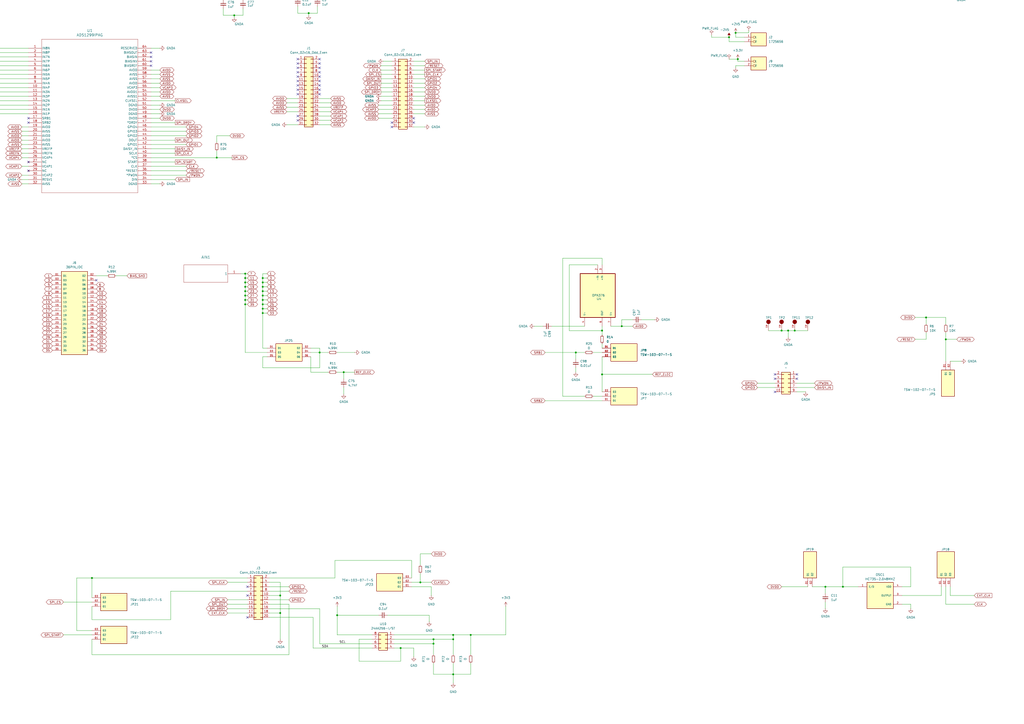
<source format=kicad_sch>
(kicad_sch (version 20231120) (generator "eeschema") (generator_version "8.0")
  (paper "A2")
  (junction (at 467.36 -139.7))
  (junction (at 513.08 -139.7))
  (junction (at -81.28 45.72))
  (junction (at 142.24 158.75))
  (junction (at 215.9 -60.96))
  (junction (at 510.54 -86.36))
  (junction (at -81.28 199.39))
  (junction (at 142.24 168.91))
  (junction (at 185.42 204.47))
  (junction (at 784.86 341.63))
  (junction (at 349.25 217.17))
  (junction (at 214.63 -77.47))
  (junction (at 629.92 -86.36))
  (junction (at 214.63 -90.17))
  (junction (at -81.28 275.59))
  (junction (at 633.73 -24.13))
  (junction (at 226.06 -33.02))
  (junction (at 152.4 166.37))
  (junction (at -81.28 226.06))
  (junction (at 273.05 368.3))
  (junction (at 349.25 191.77))
  (junction (at 648.97 344.17))
  (junction (at 648.97 341.63))
  (junction (at 162.56 345.44))
  (junction (at 142.24 171.45))
  (junction (at 654.05 -39.37))
  (junction (at 262.89 391.16))
  (junction (at 135.89 8.89))
  (junction (at 199.39 215.9))
  (junction (at 480.06 -24.13))
  (junction (at 179.07 -20.32))
  (junction (at 232.41 375.92))
  (junction (at 739.14 358.14))
  (junction (at 215.9 -48.26))
  (junction (at 152.4 171.45))
  (junction (at 501.65 -139.7))
  (junction (at 152.4 161.29))
  (junction (at 793.75 341.63))
  (junction (at 572.77 -144.78))
  (junction (at -81.28 313.69))
  (junction (at 422.91 21.59))
  (junction (at 745.49 341.63))
  (junction (at 654.05 -102.87))
  (junction (at 572.77 -24.13))
  (junction (at 774.7 330.2))
  (junction (at -81.28 325.12))
  (junction (at 251.46 373.38))
  (junction (at -81.28 237.49))
  (junction (at 570.23 -86.36))
  (junction (at 582.93 -144.78))
  (junction (at 360.68 189.23))
  (junction (at -81.28 34.29))
  (junction (at 488.95 340.36))
  (junction (at 152.4 163.83))
  (junction (at 152.4 173.99))
  (junction (at 152.4 179.07))
  (junction (at 623.57 -144.78))
  (junction (at -81.28 72.39))
  (junction (at 53.34 335.28))
  (junction (at -81.28 264.16))
  (junction (at 478.79 340.36))
  (junction (at 495.3 -139.7))
  (junction (at 655.32 359.41))
  (junction (at 125.73 91.44))
  (junction (at 129.54 -48.26))
  (junction (at -81.28 248.92))
  (junction (at 427.99 34.29))
  (junction (at 237.49 -20.32))
  (junction (at 179.07 7.62))
  (junction (at 793.75 330.2))
  (junction (at 501.65 -86.36))
  (junction (at 586.74 -24.13))
  (junction (at -81.28 95.25))
  (junction (at 623.57 -146.05))
  (junction (at 617.22 -86.36))
  (junction (at 461.01 191.77))
  (junction (at 226.06 -20.32))
  (junction (at 508 -127))
  (junction (at 548.64 196.85))
  (junction (at 172.72 -33.02))
  (junction (at 614.68 -144.78))
  (junction (at -81.28 287.02))
  (junction (at 615.95 -24.13))
  (junction (at 426.72 19.05))
  (junction (at 142.24 173.99))
  (junction (at 575.31 -73.66))
  (junction (at 262.89 368.3))
  (junction (at 152.4 168.91))
  (junction (at 334.01 204.47))
  (junction (at 613.41 -114.3))
  (junction (at -81.28 302.26))
  (junction (at 661.67 344.17))
  (junction (at 129.54 -33.02))
  (junction (at 453.39 191.77))
  (junction (at 172.72 -5.08))
  (junction (at 457.2 191.77))
  (junction (at 243.84 337.82))
  (junction (at -81.28 210.82))
  (junction (at 152.4 176.53))
  (junction (at -81.28 134.62))
  (junction (at 595.63 -114.3))
  (junction (at 142.24 166.37))
  (junction (at 759.46 341.63))
  (junction (at 262.89 370.84))
  (junction (at 135.89 -20.32))
  (junction (at 251.46 370.84))
  (junction (at 579.12 -11.43))
  (junction (at 510.54 -24.13))
  (junction (at 808.99 328.93))
  (junction (at 129.54 -5.08))
  (junction (at -81.28 172.72))
  (junction (at -81.28 187.96))
  (junction (at -81.28 57.15))
  (junction (at 195.58 356.87))
  (junction (at 537.21 184.15))
  (junction (at 142.24 163.83))
  (junction (at 142.24 161.29))
  (junction (at -81.28 149.86))
  (junction (at -81.28 111.76))
  (junction (at -81.28 161.29))
  (junction (at -81.28 123.19))
  (junction (at 582.93 -86.36))
  (junction (at 577.85 -132.08))
  (junction (at 674.37 344.17))
  (junction (at 162.56 355.6))
  (junction (at 129.54 -60.96))
  (junction (at 215.9 -33.02))
  (junction (at 142.24 176.53))
  (junction (at 172.72 -48.26))
  (junction (at 172.72 -60.96))
  (junction (at 152.4 181.61))
  (junction (at 495.3 -114.3))
  (junction (at -81.28 83.82))
  (no_connect (at 172.72 69.85))
  (no_connect (at 240.03 68.58))
  (no_connect (at 185.42 39.37))
  (no_connect (at 240.03 71.12))
  (no_connect (at 172.72 34.29))
  (no_connect (at 449.58 219.71))
  (no_connect (at 172.72 36.83))
  (no_connect (at 227.33 71.12))
  (no_connect (at 731.52 336.55))
  (no_connect (at 731.52 334.01))
  (no_connect (at 185.42 54.61))
  (no_connect (at 172.72 54.61))
  (no_connect (at 143.51 340.36))
  (no_connect (at 449.58 227.33))
  (no_connect (at 87.63 30.48))
  (no_connect (at 16.51 68.58))
  (no_connect (at 172.72 41.91))
  (no_connect (at 87.63 33.02))
  (no_connect (at 143.51 345.44))
  (no_connect (at 449.58 217.17))
  (no_connect (at 718.82 339.09))
  (no_connect (at 718.82 334.01))
  (no_connect (at 16.51 99.06))
  (no_connect (at 16.51 93.98))
  (no_connect (at 462.28 219.71))
  (no_connect (at 718.82 336.55))
  (no_connect (at 227.33 73.66))
  (no_connect (at 16.51 71.12))
  (no_connect (at 172.72 67.31))
  (no_connect (at 462.28 217.17))
  (no_connect (at 185.42 34.29))
  (no_connect (at 185.42 49.53))
  (no_connect (at 718.82 341.63))
  (no_connect (at 172.72 49.53))
  (no_connect (at 55.88 162.56))
  (no_connect (at 87.63 35.56))
  (no_connect (at 185.42 46.99))
  (no_connect (at 172.72 39.37))
  (no_connect (at 172.72 46.99))
  (no_connect (at 185.42 44.45))
  (no_connect (at 172.72 52.07))
  (no_connect (at 87.63 38.1))
  (no_connect (at 185.42 52.07))
  (no_connect (at 185.42 41.91))
  (no_connect (at 185.42 36.83))
  (no_connect (at 143.51 358.14))
  (no_connect (at 172.72 44.45))
  (wire (pts (xy -88.9 264.16) (xy -81.28 264.16)))
  (wire (pts (xy 92.71 45.72) (xy 87.63 45.72)))
  (wire (pts (xy 546.1 340.36) (xy 546.1 345.44)))
  (wire (pts (xy -81.28 309.88) (xy -81.28 313.69)))
  (wire (pts (xy 132.08 347.98) (xy 143.51 347.98)))
  (wire (pts (xy 572.77 -144.78) (xy 582.93 -144.78)))
  (wire (pts (xy 478.79 353.06) (xy 478.79 349.25)))
  (wire (pts (xy 240.03 63.5) (xy 246.38 63.5)))
  (wire (pts (xy -88.9 57.15) (xy -81.28 57.15)))
  (wire (pts (xy 501.65 -71.12) (xy 501.65 -74.93)))
  (wire (pts (xy 570.23 -86.36) (xy 582.93 -86.36)))
  (wire (pts (xy 184.15 -60.96) (xy 184.15 -57.15)))
  (wire (pts (xy 320.04 189.23) (xy 339.09 189.23)))
  (wire (pts (xy 240.03 35.56) (xy 246.38 35.56)))
  (wire (pts (xy 654.05 -39.37) (xy 661.67 -39.37)))
  (wire (pts (xy 434.34 19.05) (xy 434.34 17.78)))
  (wire (pts (xy -69.85 287.02) (xy -63.5 287.02)))
  (wire (pts (xy 12.7 83.82) (xy 16.51 83.82)))
  (wire (pts (xy 152.4 158.75) (xy 152.4 161.29)))
  (wire (pts (xy -81.28 95.25) (xy -81.28 92.71)))
  (wire (pts (xy -81.28 264.16) (xy -74.93 264.16)))
  (wire (pts (xy 528.32 350.52) (xy 528.32 353.06)))
  (wire (pts (xy -69.85 111.76) (xy -63.5 111.76)))
  (wire (pts (xy 480.06 -10.16) (xy 480.06 -13.97)))
  (wire (pts (xy 591.82 -144.78) (xy 582.93 -144.78)))
  (wire (pts (xy 92.71 55.88) (xy 87.63 55.88)))
  (wire (pts (xy 511.81 -71.12) (xy 511.81 -76.2)))
  (wire (pts (xy 226.06 -33.02) (xy 237.49 -33.02)))
  (wire (pts (xy -81.28 111.76) (xy -74.93 111.76)))
  (wire (pts (xy 215.9 -33.02) (xy 226.06 -33.02)))
  (wire (pts (xy 449.58 222.25) (xy 439.42 222.25)))
  (wire (pts (xy 152.4 171.45) (xy 152.4 173.99)))
  (wire (pts (xy 185.42 72.39) (xy 191.77 72.39)))
  (wire (pts (xy 184.15 -20.32) (xy 184.15 -24.13)))
  (wire (pts (xy 12.7 101.6) (xy 16.51 101.6)))
  (wire (pts (xy 798.83 322.58) (xy 793.75 322.58)))
  (wire (pts (xy 228.6 375.92) (xy 232.41 375.92)))
  (wire (pts (xy -88.9 187.96) (xy -81.28 187.96)))
  (wire (pts (xy 12.7 76.2) (xy 16.51 76.2)))
  (wire (pts (xy 215.9 -57.15) (xy 215.9 -60.96)))
  (wire (pts (xy -81.28 123.19) (xy -81.28 125.73)))
  (wire (pts (xy 215.9 -60.96) (xy 227.33 -60.96)))
  (wire (pts (xy 654.05 -39.37) (xy 631.19 -39.37)))
  (wire (pts (xy 467.36 -127) (xy 467.36 -130.81)))
  (wire (pts (xy 152.4 173.99) (xy 152.4 176.53)))
  (wire (pts (xy 735.33 350.52) (xy 735.33 344.17)))
  (wire (pts (xy 185.42 213.36) (xy 185.42 204.47)))
  (wire (pts (xy 250.19 340.36) (xy 250.19 345.44)))
  (wire (pts (xy 130.81 -77.47) (xy 130.81 -81.28)))
  (wire (pts (xy 226.06 -20.32) (xy 237.49 -20.32)))
  (wire (pts (xy 140.97 8.89) (xy 140.97 5.08)))
  (wire (pts (xy 12.7 96.52) (xy 16.51 96.52)))
  (wire (pts (xy 330.2 191.77) (xy 330.2 153.67)))
  (wire (pts (xy 513.08 -139.7) (xy 513.08 -135.89)))
  (wire (pts (xy 617.22 -86.36) (xy 629.92 -86.36)))
  (wire (pts (xy 172.72 -48.26) (xy 184.15 -48.26)))
  (wire (pts (xy 227.33 -48.26) (xy 227.33 -52.07)))
  (wire (pts (xy -81.28 72.39) (xy -74.93 72.39)))
  (wire (pts (xy 480.06 -24.13) (xy 480.06 -29.21)))
  (wire (pts (xy 214.63 -86.36) (xy 214.63 -90.17)))
  (wire (pts (xy 523.24 350.52) (xy 528.32 350.52)))
  (wire (pts (xy 422.91 21.59) (xy 412.75 21.59)))
  (wire (pts (xy 129.54 -5.08) (xy 129.54 0)))
  (wire (pts (xy 227.33 -60.96) (xy 227.33 -57.15)))
  (wire (pts (xy -88.9 226.06) (xy -81.28 226.06)))
  (wire (pts (xy 36.83 349.25) (xy 53.34 349.25)))
  (wire (pts (xy 166.37 -60.96) (xy 172.72 -60.96)))
  (wire (pts (xy 354.33 189.23) (xy 360.68 189.23)))
  (wire (pts (xy 12.7 88.9) (xy 16.51 88.9)))
  (wire (pts (xy 330.2 153.67) (xy 346.71 153.67)))
  (wire (pts (xy 129.54 -29.21) (xy 129.54 -33.02)))
  (wire (pts (xy 132.08 350.52) (xy 143.51 350.52)))
  (wire (pts (xy 508 -124.46) (xy 508 -127)))
  (wire (pts (xy 240.03 45.72) (xy 246.38 45.72)))
  (wire (pts (xy 228.6 370.84) (xy 251.46 370.84)))
  (wire (pts (xy 228.6 368.3) (xy 262.89 368.3)))
  (wire (pts (xy 152.4 163.83) (xy 152.4 166.37)))
  (wire (pts (xy 125.73 91.44) (xy 134.62 91.44)))
  (wire (pts (xy 129.54 8.89) (xy 135.89 8.89)))
  (wire (pts (xy 654.05 341.63) (xy 654.05 340.36)))
  (wire (pts (xy -81.28 226.06) (xy -74.93 226.06)))
  (wire (pts (xy 648.97 347.98) (xy 648.97 344.17)))
  (wire (pts (xy -81.28 248.92) (xy -81.28 245.11)))
  (wire (pts (xy 745.49 335.28) (xy 745.49 341.63)))
  (wire (pts (xy 248.92 356.87) (xy 248.92 360.68)))
  (wire (pts (xy 179.07 7.62) (xy 184.15 7.62)))
  (wire (pts (xy 427.99 34.29) (xy 427.99 35.56)))
  (wire (pts (xy -88.9 95.25) (xy -81.28 95.25)))
  (wire (pts (xy 107.95 99.06) (xy 87.63 99.06)))
  (wire (pts (xy 707.39 355.6) (xy 701.04 355.6)))
  (wire (pts (xy 648.97 344.17) (xy 648.97 341.63)))
  (wire (pts (xy 314.96 189.23) (xy 309.88 189.23)))
  (wire (pts (xy 360.68 185.42) (xy 360.68 189.23)))
  (wire (pts (xy 240.03 66.04) (xy 246.38 66.04)))
  (wire (pts (xy 614.68 -144.78) (xy 623.57 -144.78)))
  (wire (pts (xy 605.79 -86.36) (xy 617.22 -86.36)))
  (wire (pts (xy 172.72 -60.96) (xy 184.15 -60.96)))
  (wire (pts (xy 582.93 -73.66) (xy 582.93 -78.74)))
  (wire (pts (xy 488.95 328.93) (xy 488.95 340.36)))
  (wire (pts (xy 572.77 -24.13) (xy 586.74 -24.13)))
  (wire (pts (xy 808.99 328.93) (xy 814.07 328.93)))
  (wire (pts (xy 129.54 -57.15) (xy 129.54 -60.96)))
  (wire (pts (xy -81.28 152.4) (xy -81.28 149.86)))
  (wire (pts (xy 132.08 355.6) (xy 143.51 355.6)))
  (wire (pts (xy 528.32 340.36) (xy 528.32 328.93)))
  (wire (pts (xy 219.71 68.58) (xy 227.33 68.58)))
  (wire (pts (xy 250.19 337.82) (xy 243.84 337.82)))
  (wire (pts (xy 655.32 359.41) (xy 661.67 359.41)))
  (wire (pts (xy 181.61 375.92) (xy 215.9 375.92)))
  (wire (pts (xy 214.63 -77.47) (xy 226.06 -77.47)))
  (wire (pts (xy 123.19 -48.26) (xy 129.54 -48.26)))
  (wire (pts (xy 152.4 181.61) (xy 154.94 181.61)))
  (wire (pts (xy -69.85 134.62) (xy -63.5 134.62)))
  (wire (pts (xy 508 -127) (xy 513.08 -127)))
  (wire (pts (xy 262.89 368.3) (xy 262.89 370.84)))
  (wire (pts (xy 431.8 24.13) (xy 422.91 24.13)))
  (wire (pts (xy 698.5 344.17) (xy 718.82 344.17)))
  (wire (pts (xy 623.57 -132.08) (xy 623.57 -135.89)))
  (wire (pts (xy 152.4 181.61) (xy 152.4 201.93)))
  (wire (pts (xy 152.4 161.29) (xy 152.4 163.83)))
  (wire (pts (xy -81.28 325.12) (xy -74.93 325.12)))
  (wire (pts (xy 426.72 38.1) (xy 426.72 39.37)))
  (wire (pts (xy 316.23 204.47) (xy 334.01 204.47)))
  (wire (pts (xy 548.64 184.15) (xy 548.64 187.96)))
  (wire (pts (xy 154.94 161.29) (xy 152.4 161.29)))
  (wire (pts (xy 238.76 340.36) (xy 250.19 340.36)))
  (wire (pts (xy 140.97 -60.96) (xy 140.97 -57.15)))
  (wire (pts (xy 162.56 370.84) (xy 162.56 355.6)))
  (wire (pts (xy 156.21 358.14) (xy 181.61 358.14)))
  (wire (pts (xy -69.85 149.86) (xy -63.5 149.86)))
  (wire (pts (xy 654.05 -80.01) (xy 654.05 -39.37)))
  (wire (pts (xy 219.71 63.5) (xy 227.33 63.5)))
  (wire (pts (xy 92.71 68.58) (xy 87.63 68.58)))
  (wire (pts (xy 530.86 184.15) (xy 537.21 184.15)))
  (wire (pts (xy -81.28 149.86) (xy -74.93 149.86)))
  (wire (pts (xy 777.24 341.63) (xy 784.86 341.63)))
  (wire (pts (xy 214.63 -90.17) (xy 226.06 -90.17)))
  (wire (pts (xy 101.6 81.28) (xy 87.63 81.28)))
  (wire (pts (xy 209.55 -33.02) (xy 215.9 -33.02)))
  (wire (pts (xy 142.24 171.45) (xy 143.51 171.45)))
  (wire (pts (xy -81.28 233.68) (xy -81.28 237.49)))
  (wire (pts (xy 513.08 -139.7) (xy 525.78 -139.7)))
  (wire (pts (xy 167.64 340.36) (xy 156.21 340.36)))
  (wire (pts (xy 360.68 185.42) (xy 367.03 185.42)))
  (wire (pts (xy -81.28 228.6) (xy -81.28 226.06)))
  (wire (pts (xy 156.21 337.82) (xy 162.56 337.82)))
  (wire (pts (xy 240.03 48.26) (xy 246.38 48.26)))
  (wire (pts (xy 142.24 204.47) (xy 154.94 204.47)))
  (wire (pts (xy -81.28 248.92) (xy -74.93 248.92)))
  (wire (pts (xy -3.81 60.96) (xy 16.51 60.96)))
  (wire (pts (xy 132.08 337.82) (xy 143.51 337.82)))
  (wire (pts (xy 739.14 358.14) (xy 739.14 361.95)))
  (wire (pts (xy 349.25 189.23) (xy 349.25 191.77)))
  (wire (pts (xy 101.6 58.42) (xy 87.63 58.42)))
  (wire (pts (xy -88.9 111.76) (xy -81.28 111.76)))
  (wire (pts (xy 215.9 -52.07) (xy 215.9 -48.26)))
  (wire (pts (xy 501.65 -139.7) (xy 501.65 -135.89)))
  (wire (pts (xy 577.85 -129.54) (xy 577.85 -132.08)))
  (wire (pts (xy 167.64 347.98) (xy 156.21 347.98)))
  (wire (pts (xy -88.9 134.62) (xy -81.28 134.62)))
  (wire (pts (xy 133.35 78.74) (xy 125.73 78.74)))
  (wire (pts (xy 252.73 -77.47) (xy 259.08 -77.47)))
  (wire (pts (xy 655.32 359.41) (xy 655.32 364.49)))
  (wire (pts (xy 262.89 391.16) (xy 262.89 396.24)))
  (wire (pts (xy 53.34 359.41) (xy 99.06 359.41)))
  (wire (pts (xy 92.71 63.5) (xy 87.63 63.5)))
  (wire (pts (xy 125.73 87.63) (xy 125.73 91.44)))
  (wire (pts (xy 152.4 176.53) (xy 154.94 176.53)))
  (wire (pts (xy 101.6 88.9) (xy 87.63 88.9)))
  (wire (pts (xy 607.06 -144.78) (xy 614.68 -144.78)))
  (wire (pts (xy -88.9 210.82) (xy -81.28 210.82)))
  (wire (pts (xy 101.6 104.14) (xy 87.63 104.14)))
  (wire (pts (xy 426.72 21.59) (xy 431.8 21.59)))
  (wire (pts (xy 185.42 62.23) (xy 191.77 62.23)))
  (wire (pts (xy 617.22 -83.82) (xy 617.22 -86.36)))
  (wire (pts (xy 349.25 207.01) (xy 349.25 217.17)))
  (wire (pts (xy 646.43 -100.33) (xy 628.65 -100.33)))
  (wire (pts (xy -3.81 50.8) (xy 16.51 50.8)))
  (wire (pts (xy 579.12 -11.43) (xy 586.74 -11.43)))
  (wire (pts (xy 453.39 191.77) (xy 457.2 191.77)))
  (wire (pts (xy 107.95 101.6) (xy 87.63 101.6)))
  (wire (pts (xy 130.81 -90.17) (xy 130.81 -86.36)))
  (wire (pts (xy 185.42 373.38) (xy 185.42 353.06)))
  (wire (pts (xy 172.72 -52.07) (xy 172.72 -48.26)))
  (wire (pts (xy -3.81 63.5) (xy 16.51 63.5)))
  (wire (pts (xy 739.14 339.09) (xy 739.14 358.14)))
  (wire (pts (xy 273.05 368.3) (xy 293.37 368.3)))
  (wire (pts (xy 240.03 375.92) (xy 240.03 381)))
  (wire (pts (xy 615.95 -24.13) (xy 615.95 -20.32)))
  (wire (pts (xy -88.9 287.02) (xy -81.28 287.02)))
  (wire (pts (xy -81.28 134.62) (xy -74.93 134.62)))
  (wire (pts (xy -3.81 66.04) (xy 16.51 66.04)))
  (wire (pts (xy 171.45 -86.36) (xy 171.45 -90.17)))
  (wire (pts (xy 797.56 336.55) (xy 793.75 336.55)))
  (wire (pts (xy 209.55 -48.26) (xy 215.9 -48.26)))
  (wire (pts (xy 205.74 204.47) (xy 195.58 204.47)))
  (wire (pts (xy -3.81 38.1) (xy 16.51 38.1)))
  (wire (pts (xy 316.23 232.41) (xy 349.25 232.41)))
  (wire (pts (xy 101.6 93.98) (xy 87.63 93.98)))
  (wire (pts (xy 654.05 -85.09) (xy 654.05 -102.87)))
  (wire (pts (xy 62.23 160.02) (xy 55.88 160.02)))
  (wire (pts (xy 53.34 365.76) (xy 44.45 365.76)))
  (wire (pts (xy 511.81 -62.23) (xy 511.81 -66.04)))
  (wire (pts (xy -69.85 172.72) (xy -63.5 172.72)))
  (wire (pts (xy 12.7 86.36) (xy 16.51 86.36)))
  (wire (pts (xy -81.28 43.18) (xy -81.28 45.72)))
  (wire (pts (xy 220.98 43.18) (xy 227.33 43.18)))
  (wire (pts (xy 259.08 -86.36) (xy 259.08 -90.17)))
  (wire (pts (xy -3.81 30.48) (xy 16.51 30.48)))
  (wire (pts (xy 12.7 78.74) (xy 16.51 78.74)))
  (wire (pts (xy 582.93 -144.78) (xy 582.93 -140.97)))
  (wire (pts (xy 784.86 341.63) (xy 793.75 341.63)))
  (wire (pts (xy 615.95 -8.89) (xy 615.95 -15.24)))
  (wire (pts (xy 628.65 -114.3) (xy 628.65 -105.41)))
  (wire (pts (xy 167.64 350.52) (xy 167.64 379.73)))
  (wire (pts (xy 735.33 350.52) (xy 784.86 350.52)))
  (wire (pts (xy 140.97 -48.26) (xy 140.97 -52.07)))
  (wire (pts (xy 582.93 -86.36) (xy 582.93 -83.82)))
  (wire (pts (xy 219.71 66.04) (xy 227.33 66.04)))
  (wire (pts (xy 495.3 -114.3) (xy 595.63 -114.3)))
  (wire (pts (xy -81.28 83.82) (xy -81.28 87.63)))
  (wire (pts (xy 184.15 -48.26) (xy 184.15 -52.07)))
  (wire (pts (xy 172.72 -33.02) (xy 184.15 -33.02)))
  (wire (pts (xy 135.89 -19.05) (xy 135.89 -20.32)))
  (wire (pts (xy 570.23 -73.66) (xy 570.23 -78.74)))
  (wire (pts (xy -81.28 275.59) (xy -81.28 278.13)))
  (wire (pts (xy 195.58 351.79) (xy 195.58 356.87)))
  (wire (pts (xy 349.25 149.86) (xy 349.25 153.67)))
  (wire (pts (xy 180.34 201.93) (xy 185.42 201.93)))
  (wire (pts (xy -88.9 149.86) (xy -81.28 149.86)))
  (wire (pts (xy 162.56 355.6) (xy 156.21 355.6)))
  (wire (pts (xy 262.89 368.3) (xy 273.05 368.3)))
  (wire (pts (xy 548.64 196.85) (xy 548.64 209.55)))
  (wire (pts (xy 152.4 207.01) (xy 152.4 213.36)))
  (wire (pts (xy 243.84 332.74) (xy 243.84 337.82)))
  (wire (pts (xy 143.51 161.29) (xy 142.24 161.29)))
  (wire (pts (xy -69.85 187.96) (xy -63.5 187.96)))
  (wire (pts (xy 546.1 345.44) (xy 523.24 345.44)))
  (wire (pts (xy 510.54 -13.97) (xy 510.54 -16.51)))
  (wire (pts (xy 513.08 -127) (xy 513.08 -130.81)))
  (wire (pts (xy 180.34 207.01) (xy 180.34 215.9)))
  (wire (pts (xy 334.01 215.9) (xy 334.01 213.36)))
  (wire (pts (xy 510.54 -86.36) (xy 518.16 -86.36)))
  (wire (pts (xy 623.57 -146.05) (xy 623.57 -144.78)))
  (wire (pts (xy 215.9 -48.26) (xy 227.33 -48.26)))
  (wire (pts (xy 457.2 191.77) (xy 461.01 191.77)))
  (wire (pts (xy 92.71 27.94) (xy 87.63 27.94)))
  (wire (pts (xy 646.43 -100.33) (xy 646.43 -86.36)))
  (wire (pts (xy 501.65 -139.7) (xy 495.3 -139.7)))
  (wire (pts (xy -88.9 34.29) (xy -81.28 34.29)))
  (wire (pts (xy 774.7 323.85) (xy 774.7 330.2)))
  (wire (pts (xy 453.39 340.36) (xy 468.63 340.36)))
  (wire (pts (xy 87.63 91.44) (xy 125.73 91.44)))
  (wire (pts (xy 12.7 106.68) (xy 16.51 106.68)))
  (wire (pts (xy 166.37 59.69) (xy 172.72 59.69)))
  (wire (pts (xy -3.81 58.42) (xy 16.51 58.42)))
  (wire (pts (xy 107.95 76.2) (xy 87.63 76.2)))
  (wire (pts (xy 412.75 21.59) (xy 412.75 20.32)))
  (wire (pts (xy 577.85 -132.08) (xy 582.93 -132.08)))
  (wire (pts (xy 372.11 185.42) (xy 379.73 185.42)))
  (wire (pts (xy -81.28 190.5) (xy -81.28 187.96)))
  (wire (pts (xy 240.03 58.42) (xy 246.38 58.42)))
  (wire (pts (xy 674.37 339.09) (xy 674.37 344.17)))
  (wire (pts (xy 472.44 224.79) (xy 462.28 224.79)))
  (wire (pts (xy 461.01 191.77) (xy 468.63 191.77)))
  (wire (pts (xy 129.54 -33.02) (xy 140.97 -33.02)))
  (wire (pts (xy 633.73 -24.13) (xy 648.97 -24.13)))
  (wire (pts (xy 334.01 204.47) (xy 334.01 208.28)))
  (wire (pts (xy 222.25 35.56) (xy 227.33 35.56)))
  (wire (pts (xy 190.5 204.47) (xy 185.42 204.47)))
  (wire (pts (xy 152.4 168.91) (xy 152.4 171.45)))
  (wire (pts (xy 152.4 168.91) (xy 154.94 168.91)))
  (wire (pts (xy -69.85 57.15) (xy -63.5 57.15)))
  (wire (pts (xy 575.31 -71.12) (xy 575.31 -73.66)))
  (wire (pts (xy 518.16 -24.13) (xy 510.54 -24.13)))
  (wire (pts (xy 445.77 191.77) (xy 453.39 191.77)))
  (wire (pts (xy 185.42 204.47) (xy 180.34 204.47)))
  (wire (pts (xy -88.9 302.26) (xy -81.28 302.26)))
  (wire (pts (xy 172.72 -57.15) (xy 172.72 -60.96)))
  (wire (pts (xy 220.98 58.42) (xy 227.33 58.42)))
  (wire (pts (xy 480.06 -19.05) (xy 480.06 -24.13)))
  (wire (pts (xy 154.94 163.83) (xy 152.4 163.83)))
  (wire (pts (xy -81.28 161.29) (xy -85.09 161.29)))
  (wire (pts (xy 92.71 106.68) (xy 87.63 106.68)))
  (wire (pts (xy 262.89 370.84) (xy 262.89 379.73)))
  (wire (pts (xy 172.72 -24.13) (xy 172.72 -20.32)))
  (wire (pts (xy 171.45 -81.28) (xy 171.45 -77.47)))
  (wire (pts (xy 457.2 191.77) (xy 457.2 195.58)))
  (wire (pts (xy 220.98 55.88) (xy 227.33 55.88)))
  (wire (pts (xy -81.28 210.82) (xy -74.93 210.82)))
  (wire (pts (xy -3.81 48.26) (xy 16.51 48.26)))
  (wire (pts (xy -88.9 248.92) (xy -81.28 248.92)))
  (wire (pts (xy 154.94 207.01) (xy 152.4 207.01)))
  (wire (pts (xy -3.81 33.02) (xy 16.51 33.02)))
  (wire (pts (xy 226.06 -29.21) (xy 226.06 -33.02)))
  (wire (pts (xy 199.39 224.79) (xy 199.39 228.6)))
  (wire (pts (xy 586.74 -24.13) (xy 586.74 -20.32)))
  (wire (pts (xy -69.85 210.82) (xy -63.5 210.82)))
  (wire (pts (xy 240.03 53.34) (xy 246.38 53.34)))
  (wire (pts (xy 326.39 149.86) (xy 349.25 149.86)))
  (wire (pts (xy 162.56 345.44) (xy 162.56 355.6)))
  (wire (pts (xy -81.28 119.38) (xy -81.28 123.19)))
  (wire (pts (xy 220.98 38.1) (xy 227.33 38.1)))
  (wire (pts (xy 142.24 173.99) (xy 143.51 173.99)))
  (wire (pts (xy 240.03 73.66) (xy 246.38 73.66)))
  (wire (pts (xy 208.28 -77.47) (xy 214.63 -77.47)))
  (wire (pts (xy 572.77 -11.43) (xy 579.12 -11.43)))
  (wire (pts (xy 92.71 66.04) (xy 87.63 66.04)))
  (wire (pts (xy 220.98 48.26) (xy 227.33 48.26)))
  (wire (pts (xy 520.7 -148.59) (xy 518.16 -148.59)))
  (wire (pts (xy 793.75 330.2) (xy 793.75 336.55)))
  (wire (pts (xy 594.36 -24.13) (xy 586.74 -24.13)))
  (wire (pts (xy 123.19 -77.47) (xy 130.81 -77.47)))
  (wire (pts (xy 195.58 356.87) (xy 195.58 368.3)))
  (wire (pts (xy 99.06 359.41) (xy 99.06 342.9)))
  (wire (pts (xy 199.39 219.71) (xy 199.39 215.9)))
  (wire (pts (xy 125.73 78.74) (xy 125.73 82.55)))
  (wire (pts (xy -69.85 264.16) (xy -63.5 264.16)))
  (wire (pts (xy 132.08 353.06) (xy 143.51 353.06)))
  (wire (pts (xy 135.89 -20.32) (xy 140.97 -20.32)))
  (wire (pts (xy 554.99 196.85) (xy 548.64 196.85)))
  (wire (pts (xy 220.98 50.8) (xy 227.33 50.8)))
  (wire (pts (xy 92.71 43.18) (xy 87.63 43.18)))
  (wire (pts (xy 426.72 19.05) (xy 426.72 21.59)))
  (wire (pts (xy -69.85 34.29) (xy -63.5 34.29)))
  (wire (pts (xy 478.79 340.36) (xy 488.95 340.36)))
  (wire (pts (xy 344.17 229.87) (xy 349.25 229.87)))
  (wire (pts (xy 774.7 330.2) (xy 793.75 330.2)))
  (wire (pts (xy 478.79 344.17) (xy 478.79 340.36)))
  (wire (pts (xy 648.97 341.63) (xy 654.05 341.63)))
  (wire (pts (xy 12.7 73.66) (xy 16.51 73.66)))
  (wire (pts (xy 427.99 34.29) (xy 422.91 34.29)))
  (wire (pts (xy 251.46 373.38) (xy 251.46 379.73)))
  (wire (pts (xy 689.61 355.6) (xy 695.96 355.6)))
  (wire (pts (xy 172.72 -29.21) (xy 172.72 -33.02)))
  (wire (pts (xy 735.33 344.17) (xy 731.52 344.17)))
  (wire (pts (xy 551.18 345.44) (xy 565.15 345.44)))
  (wire (pts (xy 422.91 21.59) (xy 422.91 24.13)))
  (wire (pts (xy 480.06 -24.13) (xy 510.54 -24.13)))
  (wire (pts (xy 152.4 176.53) (xy 152.4 179.07)))
  (wire (pts (xy -69.85 302.26) (xy -63.5 302.26)))
  (wire (pts (xy 194.31 335.28) (xy 194.31 325.12)))
  (wire (pts (xy 129.54 5.08) (xy 129.54 8.89)))
  (wire (pts (xy 220.98 53.34) (xy 227.33 53.34)))
  (wire (pts (xy 44.45 335.28) (xy 53.34 335.28)))
  (wire (pts (xy 166.37 72.39) (xy 172.72 72.39)))
  (wire (pts (xy 572.77 -24.13) (xy 572.77 -20.32)))
  (wire (pts (xy 162.56 345.44) (xy 156.21 345.44)))
  (wire (pts (xy 510.54 -148.59) (xy 513.08 -148.59)))
  (wire (pts (xy 523.24 340.36) (xy 528.32 340.36)))
  (wire (pts (xy 510.54 -81.28) (xy 510.54 -86.36)))
  (wire (pts (xy -81.28 304.8) (xy -81.28 302.26)))
  (wire (pts (xy 142.24 173.99) (xy 142.24 176.53)))
  (wire (pts (xy 349.25 191.77) (xy 330.2 191.77)))
  (wire (pts (xy 561.34 -132.08) (xy 561.34 -130.81)))
  (wire (pts (xy 556.26 -66.04) (xy 556.26 -71.12)))
  (wire (pts (xy 339.09 204.47) (xy 334.01 204.47)))
  (wire (pts (xy 510.54 -21.59) (xy 518.16 -21.59)))
  (wire (pts (xy 501.65 -127) (xy 501.65 -130.81)))
  (wire (pts (xy 349.25 199.39) (xy 349.25 201.93)))
  (wire (pts (xy 140.97 -20.32) (xy 140.97 -24.13)))
  (wire (pts (xy -81.28 34.29) (xy -74.93 34.29)))
  (wire (pts (xy 426.72 19.05) (xy 434.34 19.05)))
  (wire (pts (xy 214.63 -81.28) (xy 214.63 -77.47)))
  (wire (pts (xy 199.39 215.9) (xy 195.58 215.9)))
  (wire (pts (xy -88.9 325.12) (xy -81.28 325.12)))
  (wire (pts (xy 142.24 158.75) (xy 142.24 161.29)))
  (wire (pts (xy 142.24 166.37) (xy 142.24 168.91)))
  (wire (pts (xy 237.49 -33.02) (xy 237.49 -29.21)))
  (wire (pts (xy 53.34 335.28) (xy 143.51 335.28)))
  (wire (pts (xy -81.28 172.72) (xy -81.28 168.91)))
  (wire (pts (xy 107.95 73.66) (xy 87.63 73.66)))
  (wire (pts (xy 123.19 -90.17) (xy 130.81 -90.17)))
  (wire (pts (xy 623.57 -146.05) (xy 629.92 -146.05)))
  (wire (pts (xy 165.1 -77.47) (xy 171.45 -77.47)))
  (wire (pts (xy 648.97 353.06) (xy 648.97 359.41)))
  (wire (pts (xy -81.28 195.58) (xy -81.28 199.39)))
  (wire (pts (xy 339.09 229.87) (xy 326.39 229.87)))
  (wire (pts (xy 590.55 -86.36) (xy 582.93 -86.36)))
  (wire (pts (xy 537.21 184.15) (xy 548.64 184.15)))
  (wire (pts (xy -81.28 83.82) (xy -85.09 83.82)))
  (wire (pts (xy 661.67 344.17) (xy 648.97 344.17)))
  (wire (pts (xy 510.54 -8.89) (xy 510.54 -7.62)))
  (wire (pts (xy 92.71 40.64) (xy 87.63 40.64)))
  (wire (pts (xy 208.28 370.84) (xy 208.28 383.54)))
  (wire (pts (xy 180.34 215.9) (xy 190.5 215.9)))
  (wire (pts (xy 572.77 -132.08) (xy 572.77 -135.89)))
  (wire (pts (xy 166.37 62.23) (xy 172.72 62.23)))
  (wire (pts (xy 695.96 344.17) (xy 674.37 344.17)))
  (wire (pts (xy 129.54 -60.96) (xy 140.97 -60.96)))
  (wire (pts (xy -3.81 53.34) (xy 16.51 53.34)))
  (wire (pts (xy 240.03 43.18) (xy 246.38 43.18)))
  (wire (pts (xy 495.3 -114.3) (xy 495.3 -86.36)))
  (wire (pts (xy 240.03 38.1) (xy 246.38 38.1)))
  (wire (pts (xy 166.37 64.77) (xy 172.72 64.77)))
  (wire (pts (xy -81.28 95.25) (xy -74.93 95.25)))
  (wire (pts (xy 215.9 373.38) (xy 185.42 373.38)))
  (wire (pts (xy -69.85 325.12) (xy -63.5 325.12)))
  (wire (pts (xy 360.68 189.23) (xy 367.03 189.23)))
  (wire (pts (xy 635 -46.99) (xy 635 -41.91)))
  (wire (pts (xy 53.34 346.71) (xy 53.34 335.28)))
  (wire (pts (xy 262.89 391.16) (xy 273.05 391.16)))
  (wire (pts (xy 439.42 224.79) (xy 449.58 224.79)))
  (wire (pts (xy -81.28 114.3) (xy -81.28 111.76)))
  (wire (pts (xy -81.28 287.02) (xy -81.28 283.21)))
  (wire (pts (xy 548.64 340.36) (xy 548.64 350.52)))
  (wire (pts (xy 143.51 163.83) (xy 142.24 163.83)))
  (wire (pts (xy 167.64 379.73) (xy 53.34 379.73)))
  (wire (pts (xy 520.7 -144.78) (xy 520.7 -148.59)))
  (wire (pts (xy 808.99 322.58) (xy 803.91 322.58)))
  (wire (pts (xy 238.76 325.12) (xy 238.76 335.28)))
  (wire (pts (xy 537.21 193.04) (xy 537.21 196.85)))
  (wire (pts (xy 556.26 -71.12) (xy 553.72 -71.12)))
  (wire (pts (xy 557.53 209.55) (xy 551.18 209.55)))
  (wire (pts (xy 793.75 341.63) (xy 798.83 341.63)))
  (wire (pts (xy 135.89 10.16) (xy 135.89 8.89)))
  (wire (pts (xy 661.67 344.17) (xy 674.37 344.17)))
  (wire (pts (xy 172.72 -20.32) (xy 179.07 -20.32)))
  (wire (pts (xy 759.46 341.63) (xy 772.16 341.63)))
  (wire (pts (xy 537.21 187.96) (xy 537.21 184.15)))
  (wire (pts (xy -3.81 45.72) (xy 16.51 45.72)))
  (wire (pts (xy 595.63 -114.3) (xy 613.41 -114.3)))
  (wire (pts (xy 784.86 341.63) (xy 784.86 350.52)))
  (wire (pts (xy 472.44 222.25) (xy 462.28 222.25)))
  (wire (pts (xy 16.51 81.28) (xy 12.7 81.28)))
  (wire (pts (xy -69.85 248.92) (xy -63.5 248.92)))
  (wire (pts (xy 262.89 391.16) (xy 262.89 384.81)))
  (wire (pts (xy 251.46 391.16) (xy 262.89 391.16)))
  (wire (pts (xy 243.84 337.82) (xy 238.76 337.82)))
  (wire (pts (xy 107.95 96.52) (xy 87.63 96.52)))
  (wire (pts (xy 208.28 383.54) (xy 232.41 383.54)))
  (wire (pts (xy 152.4 171.45) (xy 154.94 171.45)))
  (wire (pts (xy 495.3 -139.7) (xy 495.3 -114.3)))
  (wire (pts (xy -81.28 313.69) (xy -85.09 313.69)))
  (wire (pts (xy 172.72 3.81) (xy 172.72 7.62)))
  (wire (pts (xy 731.52 341.63) (xy 745.49 341.63)))
  (wire (pts (xy 579.12 -8.89) (xy 579.12 -11.43)))
  (wire (pts (xy -69.85 95.25) (xy -63.5 95.25)))
  (wire (pts (xy 156.21 353.06) (xy 185.42 353.06)))
  (wire (pts (xy 774.7 330.2) (xy 774.7 341.63)))
  (wire (pts (xy 215.9 370.84) (xy 208.28 370.84)))
  (wire (pts (xy 570.23 -86.36) (xy 570.23 -83.82)))
  (wire (pts (xy -81.28 237.49) (xy -85.09 237.49)))
  (wire (pts (xy 259.08 -81.28) (xy 259.08 -77.47)))
  (wire (pts (xy 209.55 -20.32) (xy 226.06 -20.32)))
  (wire (pts (xy -81.28 210.82) (xy -81.28 207.01)))
  (wire (pts (xy -3.81 43.18) (xy 16.51 43.18)))
  (wire (pts (xy -81.28 45.72) (xy -81.28 49.53)))
  (wire (pts (xy 166.37 57.15) (xy 172.72 57.15)))
  (wire (pts (xy 661.67 349.25) (xy 661.67 344.17)))
  (wire (pts (xy 582.93 -132.08) (xy 582.93 -135.89)))
  (wire (pts (xy 185.42 59.69) (xy 191.77 59.69)))
  (wire (pts (xy -81.28 199.39) (xy -81.28 201.93)))
  (wire (pts (xy -81.28 275.59) (xy -85.09 275.59)))
  (wire (pts (xy 808.99 328.93) (xy 808.99 322.58)))
  (wire (pts (xy -81.28 187.96) (xy -74.93 187.96)))
  (wire (pts (xy -88.9 72.39) (xy -81.28 72.39)))
  (wire (pts (xy 501.65 -127) (xy 508 -127)))
  (wire (pts (xy 181.61 358.14) (xy 181.61 375.92)))
  (wire (pts (xy 471.17 340.36) (xy 478.79 340.36)))
  (wire (pts (xy 16.51 27.94) (xy -3.81 27.94)))
  (wire (pts (xy -81.28 271.78) (xy -81.28 275.59)))
  (wire (pts (xy 628.65 -102.87) (xy 654.05 -102.87)))
  (wire (pts (xy 101.6 71.12) (xy 87.63 71.12)))
  (wire (pts (xy 562.61 -130.81) (xy 562.61 -127)))
  (wire (pts (xy 615.95 -24.13) (xy 633.73 -24.13)))
  (wire (pts (xy 156.21 335.28) (xy 194.31 335.28)))
  (wire (pts (xy -81.28 157.48) (xy -81.28 161.29)))
  (wire (pts (xy 572.77 -144.78) (xy 572.77 -140.97)))
  (wire (pts (xy 745.49 341.63) (xy 759.46 341.63)))
  (wire (pts (xy 501.65 -139.7) (xy 513.08 -139.7)))
  (wire (pts (xy -81.28 237.49) (xy -81.28 240.03)))
  (wire (pts (xy -81.28 45.72) (xy -85.09 45.72)))
  (wire (pts (xy 162.56 337.82) (xy 162.56 345.44)))
  (wire (pts (xy 557.53 -5.08) (xy 557.53 -11.43)))
  (wire (pts (xy -81.28 134.62) (xy -81.28 130.81)))
  (wire (pts (xy 142.24 168.91) (xy 142.24 171.45)))
  (wire (pts (xy 561.34 -130.81) (xy 562.61 -130.81)))
  (wire (pts (xy 661.67 359.41) (xy 661.67 354.33)))
  (wire (pts (xy 220.98 40.64) (xy 227.33 40.64)))
  (wire (pts (xy 166.37 -33.02) (xy 172.72 -33.02)))
  (wire (pts (xy 525.78 -144.78) (xy 520.7 -144.78)))
  (wire (pts (xy 349.25 217.17) (xy 378.46 217.17)))
  (wire (pts (xy 140.97 -5.08) (xy 140.97 0)))
  (wire (pts (xy 184.15 -5.08) (xy 184.15 -1.27)))
  (wire (pts (xy 152.4 179.07) (xy 154.94 179.07)))
  (wire (pts (xy -81.28 161.29) (xy -81.28 163.83)))
  (wire (pts (xy 613.41 -114.3) (xy 628.65 -114.3)))
  (wire (pts (xy -81.28 325.12) (xy -81.28 321.31)))
  (wire (pts (xy 808.99 336.55) (xy 808.99 328.93)))
  (wire (pts (xy -3.81 40.64) (xy 16.51 40.64)))
  (wire (pts (xy 224.79 356.87) (xy 248.92 356.87)))
  (wire (pts (xy 142.24 161.29) (xy 142.24 163.83)))
  (wire (pts (xy 92.71 50.8) (xy 87.63 50.8)))
  (wire (pts (xy -81.28 57.15) (xy -81.28 54.61)))
  (wire (pts (xy 123.19 -60.96) (xy 129.54 -60.96)))
  (wire (pts (xy -81.28 199.39) (xy -85.09 199.39)))
  (wire (pts (xy 179.07 -20.32) (xy 184.15 -20.32)))
  (wire (pts (xy 156.21 350.52) (xy 167.64 350.52)))
  (wire (pts (xy 635 -41.91) (xy 631.19 -41.91)))
  (wire (pts (xy 107.95 78.74) (xy 87.63 78.74)))
  (wire (pts (xy 510.54 -16.51) (xy 518.16 -16.51)))
  (wire (pts (xy 166.37 -48.26) (xy 172.72 -48.26)))
  (wire (pts (xy 179.07 -19.05) (xy 179.07 -20.32)))
  (wire (pts (xy 172.72 -5.08) (xy 184.15 -5.08)))
  (wire (pts (xy 152.4 173.99) (xy 154.94 173.99)))
  (wire (pts (xy 142.24 166.37) (xy 143.51 166.37)))
  (wire (pts (xy 92.71 53.34) (xy 87.63 53.34)))
  (wire (pts (xy 237.49 -20.32) (xy 237.49 -24.13)))
  (wire (pts (xy 232.41 375.92) (xy 240.03 375.92)))
  (wire (pts (xy 152.4 166.37) (xy 154.94 166.37)))
  (wire (pts (xy 707.39 359.41) (xy 707.39 355.6)))
  (wire (pts (xy 495.3 -86.36) (xy 501.65 -86.36)))
  (wire (pts (xy 142.24 163.83) (xy 142.24 166.37)))
  (wire (pts (xy -81.28 123.19) (xy -85.09 123.19)))
  (wire (pts (xy 226.06 -24.13) (xy 226.06 -20.32)))
  (wire (pts (xy 123.19 -33.02) (xy 129.54 -33.02)))
  (wire (pts (xy -81.28 287.02) (xy -74.93 287.02)))
  (wire (pts (xy 167.64 342.9) (xy 156.21 342.9)))
  (wire (pts (xy -3.81 35.56) (xy 16.51 35.56)))
  (wire (pts (xy 226.06 -90.17) (xy 226.06 -86.36)))
  (wire (pts (xy 548.64 193.04) (xy 548.64 196.85)))
  (wire (pts (xy 12.7 91.44) (xy 16.51 91.44)))
  (wire (pts (xy 152.4 213.36) (xy 185.42 213.36)))
  (wire (pts (xy 648.97 -24.13) (xy 648.97 -36.83)))
  (wire (pts (xy 427.99 35.56) (xy 431.8 35.56)))
  (wire (pts (xy 731.52 339.09) (xy 739.14 339.09)))
  (wire (pts (xy 142.24 158.75) (xy 139.7 158.75)))
  (wire (pts (xy 143.51 158.75) (xy 142.24 158.75)))
  (wire (pts (xy 240.03 60.96) (xy 246.38 60.96)))
  (wire (pts (xy 92.71 60.96) (xy 87.63 60.96)))
  (wire (pts (xy 209.55 -60.96) (xy 215.9 -60.96)))
  (wire (pts (xy 326.39 229.87) (xy 326.39 149.86)))
  (wire (pts (xy 101.6 86.36) (xy 87.63 86.36)))
  (wire (pts (xy 228.6 373.38) (xy 251.46 373.38)))
  (wire (pts (xy 467.36 227.33) (xy 462.28 227.33)))
  (wire (pts (xy 166.37 -5.08) (xy 172.72 -5.08)))
  (wire (pts (xy -81.28 38.1) (xy -81.28 34.29)))
  (wire (pts (xy 572.77 -144.78) (xy 561.34 -144.78)))
  (wire (pts (xy 165.1 -90.17) (xy 171.45 -90.17)))
  (wire (pts (xy 548.64 350.52) (xy 565.15 350.52)))
  (wire (pts (xy 251.46 370.84) (xy 262.89 370.84)))
  (wire (pts (xy 570.23 -73.66) (xy 575.31 -73.66)))
  (wire (pts (xy 240.03 40.64) (xy 246.38 40.64)))
  (wire (pts (xy 142.24 171.45) (xy 142.24 173.99)))
  (wire (pts (xy 184.15 -33.02) (xy 184.15 -29.21)))
  (wire (pts (xy -81.28 266.7) (xy -81.28 264.16)))
  (wire (pts (xy 525.78 -142.24) (xy 510.54 -142.24)))
  (wire (pts (xy 142.24 168.91) (xy 143.51 168.91)))
  (wire (pts (xy 553.72 -86.36) (xy 570.23 -86.36)))
  (wire (pts (xy 251.46 391.16) (xy 251.46 384.81)))
  (wire (pts (xy 129.54 -48.26) (xy 140.97 -48.26)))
  (wire (pts (xy 476.25 -139.7) (xy 467.36 -139.7)))
  (wire (pts (xy 232.41 383.54) (xy 232.41 375.92)))
  (wire (pts (xy 185.42 57.15) (xy 191.77 57.15)))
  (wire (pts (xy 129.54 -52.07) (xy 129.54 -48.26)))
  (wire (pts (xy 185.42 201.93) (xy 185.42 204.47)))
  (wire (pts (xy 586.74 -11.43) (xy 586.74 -15.24)))
  (wire (pts (xy 557.53 -11.43) (xy 553.72 -11.43)))
  (wire (pts (xy 501.65 -80.01) (xy 501.65 -86.36)))
  (wire (pts (xy 349.25 191.77) (xy 349.25 194.31)))
  (wire (pts (xy 185.42 69.85) (xy 191.77 69.85)))
  (wire (pts (xy 129.54 -5.08) (xy 140.97 -5.08)))
  (wire (pts (xy 623.57 -144.78) (xy 623.57 -140.97)))
  (wire (pts (xy 142.24 176.53) (xy 143.51 176.53)))
  (wire (pts (xy 208.28 -90.17) (xy 214.63 -90.17)))
  (wire (pts (xy 467.36 -139.7) (xy 467.36 -135.89)))
  (wire (pts (xy -69.85 72.39) (xy -63.5 72.39)))
  (wire (pts (xy 488.95 340.36) (xy 497.84 340.36)))
  (wire (pts (xy 572.77 -132.08) (xy 577.85 -132.08)))
  (wire (pts (xy 73.66 160.02) (xy 67.31 160.02)))
  (wire (pts (xy 575.31 -73.66) (xy 582.93 -73.66)))
  (wire (pts (xy 431.8 38.1) (xy 426.72 38.1)))
  (wire (pts (xy 510.54 -24.13) (xy 510.54 -21.59)))
  (wire (pts (xy -81.28 313.69) (xy -81.28 316.23)))
  (wire (pts (xy -69.85 226.06) (xy -63.5 226.06)))
  (wire (pts (xy 240.03 55.88) (xy 246.38 55.88)))
  (wire (pts (xy 129.54 -24.13) (xy 129.54 -20.32)))
  (wire (pts (xy 185.42 67.31) (xy 191.77 67.31)))
  (wire (pts (xy 194.31 325.12) (xy 238.76 325.12)))
  (wire (pts (xy 648.97 -36.83) (xy 631.19 -36.83)))
  (wire (pts (xy 16.51 104.14) (xy 12.7 104.14)))
  (wire (pts (xy 53.34 379.73) (xy 53.34 370.84)))
  (wire (pts (xy 185.42 64.77) (xy 191.77 64.77)))
  (wire (pts (xy 152.4 166.37) (xy 152.4 168.91)))
  (wire (pts (xy 344.17 204.47) (xy 349.25 204.47)))
  (wire (pts (xy -81.28 81.28) (xy -81.28 83.82)))
  (wire (pts (xy 184.15 7.62) (xy 184.15 3.81)))
  (wire (pts (xy 802.64 336.55) (xy 808.99 336.55)))
  (wire (pts (xy 215.9 368.3) (xy 195.58 368.3)))
  (wire (pts (xy 243.84 -20.32) (xy 237.49 -20.32)))
  (wire (pts (xy 252.73 -90.17) (xy 259.08 -90.17)))
  (wire (pts (xy 152.4 179.07) (xy 152.4 181.61)))
  (wire (pts (xy 511.81 -76.2) (xy 518.16 -76.2)))
  (wire (pts (xy 744.22 358.14) (xy 739.14 358.14)))
  (wire (pts (xy 553.72 -24.13) (xy 572.77 -24.13)))
  (wire (pts (xy 273.05 391.16) (xy 273.05 384.81)))
  (wire (pts (xy 530.86 196.85) (xy 537.21 196.85)))
  (wire (pts (xy 142.24 176.53) (xy 142.24 204.47)))
  (wire (pts (xy 793.75 322.58) (xy 793.75 330.2)))
  (wire (pts (xy 154.94 158.75) (xy 152.4 158.75)))
  (wire (pts (xy 518.16 -81.28) (xy 510.54 -81.28)))
  (wire (pts (xy 195.58 356.87) (xy 219.71 356.87)))
  (wire (pts (xy 510.54 -142.24) (xy 510.54 -148.59)))
  (wire (pts (xy 240.03 50.8) (xy 246.38 50.8)))
  (wire (pts (xy 629.92 -86.36) (xy 646.43 -86.36)))
  (wire (pts (xy 629.92 -146.05) (xy 629.92 -147.32)))
  (wire (pts (xy -81.28 302.26) (xy -74.93 302.26)))
  (wire (pts (xy 251.46 373.38) (xy 251.46 370.84)))
  (wire (pts (xy -81.28 172.72) (xy -74.93 172.72)))
  (wire (pts (xy 220.98 45.72) (xy 227.33 45.72)))
  (wire (pts (xy 123.19 -5.08) (xy 129.54 -5.08)))
  (wire (pts (xy 179.07 8.89) (xy 179.07 7.62)))
  (wire (pts (xy 551.18 340.36) (xy 551.18 345.44)))
  (wire (pts (xy 99.06 342.9) (xy 143.51 342.9)))
  (wire (pts (xy 135.89 8.89) (xy 140.97 8.89)))
  (wire (pts (xy 107.95 83.82) (xy 87.63 83.82)))
  (wire (pts (xy -88.9 172.72) (xy -81.28 172.72)))
  (wire (pts (xy 172.72 -1.27) (xy 172.72 -5.08)))
  (wire (pts (xy 243.84 321.31) (xy 243.84 327.66)))
  (wire (pts (xy 617.22 -72.39) (xy 617.22 -78.74)))
  (wire (pts (xy 36.83 368.3) (xy 53.34 368.3)))
  (wire (pts (xy 44.45 365.76) (xy 44.45 335.28)))
  (wire (pts (xy 467.36 -142.24) (xy 467.36 -139.7)))
  (wire (pts (xy 152.4 201.93) (xy 154.94 201.93)))
  (wire (pts (xy 349.25 217.17) (xy 349.25 227.33)))
  (wire (pts (xy -81.28 76.2) (xy -81.28 72.39)))
  (wire (pts (xy -3.81 55.88) (xy 16.51 55.88)))
  (wire (pts (xy 654.05 -102.87) (xy 661.67 -102.87)))
  (wire (pts (xy 273.05 368.3) (xy 273.05 379.73)))
  (wire (pts (xy 495.3 -139.7) (xy 491.49 -139.7)))
  (wire (pts (xy 572.77 -11.43) (xy 572.77 -15.24)))
  (wire (pts (xy 129.54 -20.32) (xy 135.89 -20.32)))
  (wire (pts (xy 92.71 48.26) (xy 87.63 48.26)))
  (wire (pts (xy -81.28 57.15) (xy -74.93 57.15)))
  (wire (pts (xy 648.97 359.41) (xy 655.32 359.41)))
  (wire (pts (xy 615.95 -24.13) (xy 609.6 -24.13)))
  (wire (pts (xy 53.34 351.79) (xy 53.34 359.41)))
  (wire (pts (xy 501.65 -86.36) (xy 510.54 -86.36)))
  (wire (pts (xy 219.71 60.96) (xy 227.33 60.96)))
  (wire (pts (xy 293.37 351.79) (xy 293.37 368.3)))
  (wire (pts (xy 140.97 -33.02) (xy 140.97 -29.21)))
  (wire (pts (xy 226.06 -77.47) (xy 226.06 -81.28)))
  (wire (pts (xy 528.32 328.93) (xy 488.95 328.93)))
  (wire (pts (xy 205.74 215.9) (xy 199.39 215.9)))
  (wire (pts (xy 172.72 7.62) (xy 179.07 7.62)))
  (wire (pts (xy 250.19 321.31) (xy 243.84 321.31)))
  (wire (pts (xy 689.61 359.41) (xy 689.61 355.6)))
  (label "SCL" (at 196.85 373.38 0))
  (label "VBG" (at 130.81 -90.17 180))
  (label "SDA" (at 186.69 375.92 0))
  (global_label "AIN5N" (shape input) (at -3.81 43.18 180) (property "Intersheetrefs" "${INTERSHEET_REFS}" (effects (hide yes))))
  (global_label "21" (shape bidirectional) (at 154.94 173.99 0) (property "Intersheetrefs" "${INTERSHEET_REFS}" (effects (hide yes))))
  (global_label "AIN6N" (shape output) (at -88.9 111.76 180) (property "Intersheetrefs" "${INTERSHEET_REFS}" (effects (hide yes))))
  (global_label "AVDD" (shape bidirectional) (at 246.38 63.5 0) (property "Intersheetrefs" "${INTERSHEET_REFS}" (effects (hide yes))))
  (global_label "AVSS" (shape bidirectional) (at 219.71 66.04 180) (property "Intersheetrefs" "${INTERSHEET_REFS}" (effects (hide yes))))
  (global_label "AVSS" (shape bidirectional) (at 92.71 45.72 0) (property "Intersheetrefs" "${INTERSHEET_REFS}" (effects (hide yes))))
  (global_label "VCAP2" (shape bidirectional) (at 12.7 101.6 180) (property "Intersheetrefs" "${INTERSHEET_REFS}" (effects (hide yes))))
  (global_label "31" (shape bidirectional) (at 143.51 173.99 0) (property "Intersheetrefs" "${INTERSHEET_REFS}" (effects (hide yes))))
  (global_label "DVDD" (shape bidirectional) (at 133.35 78.74 0) (property "Intersheetrefs" "${INTERSHEET_REFS}" (effects (hide yes))))
  (global_label "{slash}RESET" (shape bidirectional) (at 167.64 342.9 0) (property "Intersheetrefs" "${INTERSHEET_REFS}" (effects (hide yes))))
  (global_label "6" (shape bidirectional) (at 55.88 165.1 0) (property "Intersheetrefs" "${INTERSHEET_REFS}" (effects (hide yes))))
  (global_label "VREFP" (shape bidirectional) (at 12.7 86.36 180) (property "Intersheetrefs" "${INTERSHEET_REFS}" (effects (hide yes))))
  (global_label "20" (shape bidirectional) (at -63.5 172.72 0) (property "Intersheetrefs" "${INTERSHEET_REFS}" (effects (hide yes))))
  (global_label "GPIO2" (shape bidirectional) (at 167.64 347.98 0) (property "Intersheetrefs" "${INTERSHEET_REFS}" (effects (hide yes))))
  (global_label "35" (shape bidirectional) (at 30.48 203.2 180) (property "Intersheetrefs" "${INTERSHEET_REFS}" (effects (hide yes))))
  (global_label "GPIO3" (shape bidirectional) (at 220.98 50.8 180) (property "Intersheetrefs" "${INTERSHEET_REFS}" (effects (hide yes))))
  (global_label "AVSS" (shape bidirectional) (at 165.1 -77.47 180) (property "Intersheetrefs" "${INTERSHEET_REFS}" (effects (hide yes))))
  (global_label "VREFP" (shape bidirectional) (at 209.55 -33.02 180) (property "Intersheetrefs" "${INTERSHEET_REFS}" (effects (hide yes))))
  (global_label "25" (shape bidirectional) (at 30.48 190.5 180) (property "Intersheetrefs" "${INTERSHEET_REFS}" (effects (hide yes))))
  (global_label "AVDD" (shape bidirectional) (at 166.37 57.15 180) (property "Intersheetrefs" "${INTERSHEET_REFS}" (effects (hide yes))))
  (global_label "14" (shape bidirectional) (at -63.5 111.76 0) (property "Intersheetrefs" "${INTERSHEET_REFS}" (effects (hide yes))))
  (global_label "SPI_DRDY" (shape output) (at 101.6 71.12 0) (property "Intersheetrefs" "${INTERSHEET_REFS}" (effects (hide yes))))
  (global_label "24" (shape bidirectional) (at -63.5 210.82 0) (property "Intersheetrefs" "${INTERSHEET_REFS}" (effects (hide yes))))
  (global_label "23" (shape bidirectional) (at 143.51 168.91 0) (property "Intersheetrefs" "${INTERSHEET_REFS}" (effects (hide yes))))
  (global_label "20" (shape bidirectional) (at 55.88 182.88 0) (property "Intersheetrefs" "${INTERSHEET_REFS}" (effects (hide yes))))
  (global_label "SPI_OUT" (shape output) (at 220.98 48.26 180) (property "Intersheetrefs" "${INTERSHEET_REFS}" (effects (hide yes))))
  (global_label "AVDD" (shape bidirectional) (at 92.71 53.34 0) (property "Intersheetrefs" "${INTERSHEET_REFS}" (effects (hide yes))))
  (global_label "AVSS" (shape bidirectional) (at 166.37 -48.26 180) (property "Intersheetrefs" "${INTERSHEET_REFS}" (effects (hide yes))))
  (global_label "AVDD" (shape bidirectional) (at 12.7 81.28 180) (property "Intersheetrefs" "${INTERSHEET_REFS}" (effects (hide yes))))
  (global_label "3" (shape bidirectional) (at 30.48 162.56 180) (property "Intersheetrefs" "${INTERSHEET_REFS}" (effects (hide yes))))
  (global_label "SPI_OUT" (shape output) (at 101.6 81.28 0) (property "Intersheetrefs" "${INTERSHEET_REFS}" (effects (hide yes))))
  (global_label "33" (shape bidirectional) (at 30.48 200.66 180) (property "Intersheetrefs" "${INTERSHEET_REFS}" (effects (hide yes))))
  (global_label "AVSS" (shape bidirectional) (at 123.19 -77.47 180) (property "Intersheetrefs" "${INTERSHEET_REFS}" (effects (hide yes))))
  (global_label "DAISY_IN" (shape input) (at 472.44 224.79 0) (property "Intersheetrefs" "${INTERSHEET_REFS}" (effects (hide yes))))
  (global_label "VCAP3" (shape bidirectional) (at 92.71 50.8 0) (property "Intersheetrefs" "${INTERSHEET_REFS}" (effects (hide yes))))
  (global_label "AIN4P" (shape input) (at -3.81 50.8 180) (property "Intersheetrefs" "${INTERSHEET_REFS}" (effects (hide yes))))
  (global_label "AIN5N" (shape output) (at -88.9 149.86 180) (property "Intersheetrefs" "${INTERSHEET_REFS}" (effects (hide yes))))
  (global_label "18" (shape bidirectional) (at 55.88 180.34 0) (property "Intersheetrefs" "${INTERSHEET_REFS}" (effects (hide yes))))
  (global_label "VCAP4" (shape bidirectional) (at 12.7 91.44 180) (property "Intersheetrefs" "${INTERSHEET_REFS}" (effects (hide yes))))
  (global_label "VCAP4" (shape bidirectional) (at 191.77 64.77 0) (property "Intersheetrefs" "${INTERSHEET_REFS}" (effects (hide yes))))
  (global_label "{slash}PWDN" (shape bidirectional) (at 472.44 222.25 0) (property "Intersheetrefs" "${INTERSHEET_REFS}" (effects (hide yes))))
  (global_label "AVSS" (shape bidirectional) (at 243.84 -20.32 0) (property "Intersheetrefs" "${INTERSHEET_REFS}" (effects (hide yes))))
  (global_label "VCAP1" (shape bidirectional) (at 123.19 -90.17 180) (property "Intersheetrefs" "${INTERSHEET_REFS}" (effects (hide yes))))
  (global_label "VCAP1" (shape bidirectional) (at 12.7 96.52 180) (property "Intersheetrefs" "${INTERSHEET_REFS}" (effects (hide yes))))
  (global_label "AVSS" (shape bidirectional) (at 92.71 43.18 0) (property "Intersheetrefs" "${INTERSHEET_REFS}" (effects (hide yes))))
  (global_label "AVSS" (shape bidirectional) (at 252.73 -77.47 180) (property "Intersheetrefs" "${INTERSHEET_REFS}" (effects (hide yes))))
  (global_label "12" (shape bidirectional) (at 55.88 172.72 0) (property "Intersheetrefs" "${INTERSHEET_REFS}" (effects (hide yes))))
  (global_label "GPIO4" (shape bidirectional) (at 107.95 73.66 0) (property "Intersheetrefs" "${INTERSHEET_REFS}" (effects (hide yes))))
  (global_label "CLK" (shape bidirectional) (at 565.15 350.52 0) (property "Intersheetrefs" "${INTERSHEET_REFS}" (effects (hide yes))))
  (global_label "18" (shape bidirectional) (at -63.5 149.86 0) (property "Intersheetrefs" "${INTERSHEET_REFS}" (effects (hide yes))))
  (global_label "AVSS" (shape bidirectional) (at 12.7 106.68 180) (property "Intersheetrefs" "${INTERSHEET_REFS}" (effects (hide yes))))
  (global_label "CLKSEL" (shape bidirectional) (at 250.19 337.82 0) (property "Intersheetrefs" "${INTERSHEET_REFS}" (effects (hide yes))))
  (global_label "AIN8N" (shape output) (at -88.9 34.29 180) (property "Intersheetrefs" "${INTERSHEET_REFS}" (effects (hide yes))))
  (global_label "EXT_CLK" (shape input) (at 565.15 345.44 0) (property "Intersheetrefs" "${INTERSHEET_REFS}" (effects (hide yes))))
  (global_label "AIN1P" (shape input) (at -3.81 66.04 180) (property "Intersheetrefs" "${INTERSHEET_REFS}" (effects (hide yes))))
  (global_label "CLK" (shape bidirectional) (at 107.95 96.52 0) (property "Intersheetrefs" "${INTERSHEET_REFS}" (effects (hide yes))))
  (global_label "9" (shape bidirectional) (at 154.94 166.37 0) (property "Intersheetrefs" "${INTERSHEET_REFS}" (effects (hide yes))))
  (global_label "AVSS" (shape bidirectional) (at 209.55 -48.26 180) (property "Intersheetrefs" "${INTERSHEET_REFS}" (effects (hide yes))))
  (global_label "AVDD" (shape bidirectional) (at 219.71 68.58 180) (property "Intersheetrefs" "${INTERSHEET_REFS}" (effects (hide yes))))
  (global_label "34" (shape bidirectional) (at 55.88 200.66 0) (property "Intersheetrefs" "${INTERSHEET_REFS}" (effects (hide yes))))
  (global_label "AIN3P" (shape input) (at -3.81 55.88 180) (property "Intersheetrefs" "${INTERSHEET_REFS}" (effects (hide yes))))
  (global_label "AIN2P" (shape input) (at -3.81 60.96 180) (property "Intersheetrefs" "${INTERSHEET_REFS}" (effects (hide yes))))
  (global_label "VREFN" (shape bidirectional) (at 209.55 -20.32 180) (property "Intersheetrefs" "${INTERSHEET_REFS}" (effects (hide yes))))
  (global_label "AIN6P" (shape output) (at -88.9 134.62 180) (property "Intersheetrefs" "${INTERSHEET_REFS}" (effects (hide yes))))
  (global_label "3" (shape bidirectional) (at 154.94 161.29 0) (property "Intersheetrefs" "${INTERSHEET_REFS}" (effects (hide yes))))
  (global_label "AVSS" (shape bidirectional) (at 92.71 55.88 0) (property "Intersheetrefs" "${INTERSHEET_REFS}" (effects (hide yes))))
  (global_label "AIN5P" (shape output) (at -88.9 172.72 180) (property "Intersheetrefs" "${INTERSHEET_REFS}" (effects (hide yes))))
  (global_label "34" (shape bidirectional) (at -63.5 302.26 0) (property "Intersheetrefs" "${INTERSHEET_REFS}" (effects (hide yes))))
  (global_label "30" (shape bidirectional) (at -63.5 264.16 0) (property "Intersheetrefs" "${INTERSHEET_REFS}" (effects (hide yes))))
  (global_label "21" (shape bidirectional) (at 30.48 185.42 180) (property "Intersheetrefs" "${INTERSHEET_REFS}" (effects (hide yes))))
  (global_label "27" (shape bidirectional) (at 30.48 193.04 180) (property "Intersheetrefs" "${INTERSHEET_REFS}" (effects (hide yes))))
  (global_label "16" (shape bidirectional) (at -63.5 134.62 0) (property "Intersheetrefs" "${INTERSHEET_REFS}" (effects (hide yes))))
  (global_label "30" (shape bidirectional) (at 55.88 195.58 0) (property "Intersheetrefs" "${INTERSHEET_REFS}" (effects (hide yes))))
  (global_label "GPIO2" (shape bidirectional) (at 107.95 78.74 0) (property "Intersheetrefs" "${INTERSHEET_REFS}" (effects (hide yes))))
  (global_label "{slash}RESET" (shape bidirectional) (at 246.38 38.1 0) (property "Intersheetrefs" "${INTERSHEET_REFS}" (effects (hide yes))))
  (global_label "VREFN" (shape bidirectional) (at 166.37 64.77 180) (property "Intersheetrefs" "${INTERSHEET_REFS}" (effects (hide yes))))
  (global_label "AIN3N" (shape input) (at -3.81 53.34 180) (property "Intersheetrefs" "${INTERSHEET_REFS}" (effects (hide yes))))
  (global_label "AIN8P" (shape input) (at -3.81 30.48 180) (property "Intersheetrefs" "${INTERSHEET_REFS}" (effects (hide yes))))
  (global_label "AIN3N" (shape output) (at -88.9 226.06 180) (property "Intersheetrefs" "${INTERSHEET_REFS}" (effects (hide yes))))
  (global_label "14" (shape bidirectional) (at 55.88 175.26 0) (property "Intersheetrefs" "${INTERSHEET_REFS}" (effects (hide yes))))
  (global_label "SPI_IN" (shape input) (at 101.6 104.14 0) (property "Intersheetrefs" "${INTERSHEET_REFS}" (effects (hide yes))))
  (global_label "DVDD" (shape bidirectional) (at 92.71 68.58 0) (property "Intersheetrefs" "${INTERSHEET_REFS}" (effects (hide yes))))
  (global_label "AVDD" (shape bidirectional) (at 92.71 40.64 0) (property "Intersheetrefs" "${INTERSHEET_REFS}" (effects (hide yes))))
  (global_label "GPIO3" (shape bidirectional) (at 439.42 224.79 180) (property "Intersheetrefs" "${INTERSHEET_REFS}" (effects (hide yes))))
  (global_label "AVSS" (shape bidirectional) (at 661.67 -39.37 0) (property "Intersheetrefs" "${INTERSHEET_REFS}" (effects (hide yes))))
  (global_label "AVDD" (shape bidirectional) (at 661.67 -102.87 0) (property "Intersheetrefs" "${INTERSHEET_REFS}" (effects (hide yes))))
  (global_label "7" (shape bidirectional) (at 30.48 167.64 180) (property "Intersheetrefs" "${INTERSHEET_REFS}" (effects (hide yes))))
  (global_label "DVDD" (shape bidirectional) (at 530.86 184.15 180) (property "Intersheetrefs" "${INTERSHEET_REFS}" (effects (hide yes))))
  (global_label "VCAP2" (shape bidirectional) (at 165.1 -90.17 180) (property "Intersheetrefs" "${INTERSHEET_REFS}" (effects (hide yes))))
  (global_label "SPI_DRDY" (shape output) (at 220.98 53.34 180) (property "Intersheetrefs" "${INTERSHEET_REFS}" (effects (hide yes))))
  (global_label "AIN7N" (shape input) (at -3.81 33.02 180) (property "Intersheetrefs" "${INTERSHEET_REFS}" (effects (hide yes))))
  (global_label "AVDD" (shape bidirectional) (at 12.7 73.66 180) (property "Intersheetrefs" "${INTERSHEET_REFS}" (effects (hide yes))))
  (global_label "AVSS" (shape bidirectional) (at 191.77 57.15 0) (property "Intersheetrefs" "${INTERSHEET_REFS}" (effects (hide yes))))
  (global_label "GPIO1" (shape bidirectional) (at 246.38 45.72 0) (property "Intersheetrefs" "${INTERSHEET_REFS}" (effects (hide yes))))
  (global_label "SPI_START" (shape output) (at 101.6 93.98 0) (property "Intersheetrefs" "${INTERSHEET_REFS}" (effects (hide yes))))
  (global_label "11" (shape bidirectional) (at 30.48 172.72 180) (property "Intersheetrefs" "${INTERSHEET_REFS}" (effects (hide yes))))
  (global_label "27" (shape bidirectional) (at 143.51 171.45 0) (property "Intersheetrefs" "${INTERSHEET_REFS}" (effects (hide yes))))
  (global_label "AIN1N" (shape input) (at -3.81 63.5 180) (property "Intersheetrefs" "${INTERSHEET_REFS}" (effects (hide yes))))
  (global_label "10" (shape bidirectional) (at -63.5 72.39 0) (property "Intersheetrefs" "${INTERSHEET_REFS}" (effects (hide yes))))
  (global_label "AVDD" (shape bidirectional) (at 92.71 48.26 0) (property "Intersheetrefs" "${INTERSHEET_REFS}" (effects (hide yes))))
  (global_label "AVDD" (shape bidirectional) (at 123.19 -33.02 180) (property "Intersheetrefs" "${INTERSHEET_REFS}" (effects (hide yes))))
  (global_label "SPI_IN" (shape bidirectional) (at 132.08 347.98 180) (property "Intersheetrefs" "${INTERSHEET_REFS}" (effects (hide yes))))
  (global_label "DAISY_IN" (shape output) (at 220.98 45.72 180) (property "Intersheetrefs" "${INTERSHEET_REFS}" (effects (hide yes))))
  (global_label "VCAP3" (shape bidirectional) (at 219.71 63.5 180) (property "Intersheetrefs" "${INTERSHEET_REFS}" (effects (hide yes))))
  (global_label "DVDD" (shape bidirectional) (at 246.38 55.88 0) (property "Intersheetrefs" "${INTERSHEET_REFS}" (effects (hide yes))))
  (global_label "{slash}RESET" (shape bidirectional) (at 107.95 99.06 0) (property "Intersheetrefs" "${INTERSHEET_REFS}" (effects (hide yes))))
  (global_label "DVDD" (shape bidirectional) (at 453.39 340.36 180) (property "Intersheetrefs" "${INTERSHEET_REFS}" (effects (hide yes))))
  (global_label "CLKSEL" (shape output) (at 246.38 58.42 0) (property "Intersheetrefs" "${INTERSHEET_REFS}" (effects (hide yes))))
  (global_label "VCAP2" (shape bidirectional) (at 191.77 69.85 0) (property "Intersheetrefs" "${INTERSHEET_REFS}" (effects (hide yes))))
  (global_label "26" (shape bidirectional) (at -63.5 226.06 0) (property "Intersheetrefs" "${INTERSHEET_REFS}" (effects (hide yes))))
  (global_label "REF_ELEC" (shape input) (at 378.46 217.17 0) (property "Intersheetrefs" "${INTERSHEET_REFS}" (effects (hide yes))))
  (global_label "DVDD" (shape bidirectional) (at 92.71 63.5 0) (property "Intersheetrefs" "${INTERSHEET_REFS}" (effects (hide yes))))
  (global_label "{slash}RESET" (shape bidirectional) (at 530.86 196.85 180) (property "Intersheetrefs" "${INTERSHEET_REFS}" (effects (hide yes))))
  (global_label "GPIO2" (shape bidirectional) (at 246.38 48.26 0) (property "Intersheetrefs" "${INTERSHEET_REFS}" (effects (hide yes))))
  (global_label "{slash}PWDN" (shape bidirectional) (at 220.98 38.1 180) (property "Intersheetrefs" "${INTERSHEET_REFS}" (effects (hide yes))))
  (global_label "SPI_OUT" (shape bidirectional) (at 132.08 350.52 180) (property "Intersheetrefs" "${INTERSHEET_REFS}" (effects (hide yes))))
  (global_label "10" (shape bidirectional) (at 55.88 170.18 0) (property "Intersheetrefs" "${INTERSHEET_REFS}" (effects (hide yes))))
  (global_label "SPI_CLK" (shape output) (at 246.38 43.18 0) (property "Intersheetrefs" "${INTERSHEET_REFS}" (effects (hide yes))))
  (global_label "AIN1P" (shape output) (at -88.9 325.12 180) (property "Intersheetrefs" "${INTERSHEET_REFS}" (effects (hide yes))))
  (global_label "AVDD" (shape bidirectional) (at 166.37 -33.02 180) (property "Intersheetrefs" "${INTERSHEET_REFS}" (effects (hide yes))))
  (global_label "AIN2N" (shape input) (at -3.81 58.42 180) (property "Intersheetrefs" "${INTERSHEET_REFS}" (effects (hide yes))))
  (global_label "SRB1" (shape bidirectional) (at 316.23 204.47 180) (property "Intersheetrefs" "${INTERSHEET_REFS}" (effects (hide yes))))
  (global_label "AVSS" (shape bidirectional) (at 123.19 -48.26 180) (property "Intersheetrefs" "${INTERSHEET_REFS}" (effects (hide yes))))
  (global_label "AVDD" (shape bidirectional) (at 209.55 -60.96 180) (property "Intersheetrefs" "${INTERSHEET_REFS}" (effects (hide yes))))
  (global_label "33" (shape bidirectional) (at 154.94 181.61 0) (property "Intersheetrefs" "${INTERSHEET_REFS}" (effects (hide yes))))
  (global_label "5" (shape bidirectional) (at 154.94 163.83 0) (property "Intersheetrefs" "${INTERSHEET_REFS}" (effects (hide yes))))
  (global_label "VREFN" (shape bidirectional) (at 12.7 88.9 180) (property "Intersheetrefs" "${INTERSHEET_REFS}" (effects (hide yes))))
  (global_label "AVSS" (shape bidirectional) (at 208.28 -77.47 180) (property "Intersheetrefs" "${INTERSHEET_REFS}" (effects (hide yes))))
  (global_label "SPI_START" (shape output) (at 246.38 40.64 0) (property "Intersheetrefs" "${INTERSHEET_REFS}" (effects (hide yes))))
  (global_label "AVDD" (shape bidirectional) (at 367.03 189.23 0) (property "Intersheetrefs" "${INTERSHEET_REFS}" (effects (hide yes))))
  (global_label "AIN7N" (shape output) (at -88.9 72.39 180) (property "Intersheetrefs" "${INTERSHEET_REFS}" (effects (hide yes))))
  (global_label "SRB2" (shape bidirectional) (at 316.23 232.41 180) (property "Intersheetrefs" "${INTERSHEET_REFS}" (effects (hide yes))))
  (global_label "35" (shape bidirectional) (at 143.51 176.53 0) (property "Intersheetrefs" "${INTERSHEET_REFS}" (effects (hide yes))))
  (global_label "AVSS" (shape bidirectional) (at 219.71 60.96 180) (property "Intersheetrefs" "${INTERSHEET_REFS}" (effects (hide yes))))
  (global_label "17" (shape bidirectional) (at 30.48 180.34 180) (property "Intersheetrefs" "${INTERSHEET_REFS}" (effects (hide yes))))
  (global_label "AVSS" (shape bidirectional) (at 166.37 62.23 180) (property "Intersheetrefs" "${INTERSHEET_REFS}" (effects (hide yes))))
  (global_label "DVDD" (shape bidirectional) (at 246.38 53.34 0) (property "Intersheetrefs" "${INTERSHEET_REFS}" (effects (hide yes))))
  (global_label "AIN7P" (shape input) (at -3.81 35.56 180) (property "Intersheetrefs" "${INTERSHEET_REFS}" (effects (hide yes))))
  (global_label "1" (shape bidirectional) (at 154.94 158.75 0) (property "Intersheetrefs" "${INTERSHEET_REFS}" (effects (hide yes))))
  (global_label "1" (shape bidirectional) (at 30.48 160.02 180) (property "Intersheetrefs" "${INTERSHEET_REFS}" (effects (hide yes))))
  (global_label "26" (shape bidirectional) (at 55.88 190.5 0) (property "Intersheetrefs" "${INTERSHEET_REFS}" (effects (hide yes))))
  (global_label "8" (shape bidirectional) (at -63.5 57.15 0) (property "Intersheetrefs" "${INTERSHEET_REFS}" (effects (hide yes))))
  (global_label "AVSS" (shape bidirectional) (at 246.38 66.04 0) (property "Intersheetrefs" "${INTERSHEET_REFS}" (effects (hide yes))))
  (global_label "22" (shape bidirectional) (at 55.88 185.42 0) (property "Intersheetrefs" "${INTERSHEET_REFS}" (effects (hide yes))))
  (global_label "SPI_CLK" (shape output) (at 101.6 88.9 0) (property "Intersheetrefs" "${INTERSHEET_REFS}" (effects (hide yes))))
  (global_label "16" (shape bidirectional) (at 55.88 177.8 0) (property "Intersheetrefs" "${INTERSHEET_REFS}" (effects (hide yes))))
  (global_label "7" (shape bidirectional) (at 143.51 158.75 0) (property "Intersheetrefs" "${INTERSHEET_REFS}" (effects (hide yes))))
  (global_label "AVSS" (shape bidirectional) (at 123.19 -5.08 180) (property "Intersheetrefs" "${INTERSHEET_REFS}" (effects (hide yes))))
  (global_label "AVDD" (shape bidirectional) (at 191.77 59.69 0) (property "Intersheetrefs" "${INTERSHEET_REFS}" (effects (hide yes))))
  (global_label "REF_ELEC" (shape output) (at 205.74 215.9 0) (property "Intersheetrefs" "${INTERSHEET_REFS}" (effects (hide yes))))
  (global_label "AIN4P" (shape output) (at -88.9 210.82 180) (property "Intersheetrefs" "${INTERSHEET_REFS}" (effects (hide yes))))
  (global_label "AVSS" (shape bidirectional) (at 191.77 72.39 0) (property "Intersheetrefs" "${INTERSHEET_REFS}" (effects (hide yes))))
  (global_label "GPIO1" (shape bidirectional) (at 107.95 83.82 0) (property "Intersheetrefs" "${INTERSHEET_REFS}" (effects (hide yes))))
  (global_label "AVDD" (shape bidirectional) (at 246.38 60.96 0) (property "Intersheetrefs" "${INTERSHEET_REFS}" (effects (hide yes))))
  (global_label "SPI_IN" (shape input) (at 246.38 35.56 0) (property "Intersheetrefs" "${INTERSHEET_REFS}" (effects (hide yes))))
  (global_label "AIN5P" (shape input) (at -3.81 45.72 180) (property "Intersheetrefs" "${INTERSHEET_REFS}" (effects (hide yes))))
  (global_label "AVSS" (shape bidirectional) (at 12.7 83.82 180) (property "Intersheetrefs" "${INTERSHEET_REFS}" (effects (hide yes))))
  (global_label "DAISY_IN" (shape output) (at 101.6 86.36 0) (property "Intersheetrefs" "${INTERSHEET_REFS}" (effects (hide yes))))
  (global_label "BIAS_SHD" (shape input) (at 73.66 160.02 0) (property "Intersheetrefs" "${INTERSHEET_REFS}" (effects (hide yes))))
  (global_label "AIN8P" (shape output) (at -88.9 57.15 180) (property "Intersheetrefs" "${INTERSHEET_REFS}" (effects (hide yes))))
  (global_label "8" (shape bidirectional) (at 55.88 167.64 0) (property "Intersheetrefs" "${INTERSHEET_REFS}" (effects (hide yes))))
  (global_label "GPIO1" (shape bidirectional) (at 167.64 340.36 0) (property "Intersheetrefs" "${INTERSHEET_REFS}" (effects (hide yes))))
  (global_label "17" (shape bidirectional) (at 154.94 171.45 0) (property "Intersheetrefs" "${INTERSHEET_REFS}" (effects (hide yes))))
  (global_label "23" (shape bidirectional) (at 30.48 187.96 180) (property "Intersheetrefs" "${INTERSHEET_REFS}" (effects (hide yes))))
  (global_label "SPI_CS" (shape output) (at 220.98 43.18 180) (property "Intersheetrefs" "${INTERSHEET_REFS}" (effects (hide yes))))
  (global_label "CLK" (shape bidirectional) (at 220.98 40.64 180) (property "Intersheetrefs" "${INTERSHEET_REFS}" (effects (hide yes))))
  (global_label "AIN2N" (shape output) (at -88.9 264.16 180) (property "Intersheetrefs" "${INTERSHEET_REFS}" (effects (hide yes))))
  (global_label "SPI_CS" (shape bidirectional) (at 36.83 349.25 180) (property "Intersheetrefs" "${INTERSHEET_REFS}" (effects (hide yes))))
  (global_label "AIN7P" (shape output) (at -88.9 95.25 180) (property "Intersheetrefs" "${INTERSHEET_REFS}" (effects (hide yes))))
  (global_label "29" (shape bidirectional) (at 30.48 195.58 180) (property "Intersheetrefs" "${INTERSHEET_REFS}" (effects (hide yes))))
  (global_label "AVDD" (shape bidirectional) (at 166.37 -60.96 180) (property "Intersheetrefs" "${INTERSHEET_REFS}" (effects (hide yes))))
  (global_label "VCAP3" (shape bidirectional) (at 208.28 -90.17 180) (property "Intersheetrefs" "${INTERSHEET_REFS}" (effects (hide yes))))
  (global_label "AIN2P" (shape output) (at -88.9 287.02 180) (property "Intersheetrefs" "${INTERSHEET_REFS}" (effects (hide yes))))
  (global_label "DVDD" (shape bidirectional) (at 774.7 323.85 90) (property "Intersheetrefs" "${INTERSHEET_REFS}" (effects (hide yes))))
  (global_label "12" (shape bidirectional) (at -63.5 95.25 0) (property "Intersheetrefs" "${INTERSHEET_REFS}" (effects (hide yes))))
  (global_label "AVDD" (shape bidirectional) (at 166.37 59.69 180) (property "Intersheetrefs" "${INTERSHEET_REFS}" (effects (hide yes))))
  (global_label "13" (shape bidirectional) (at 30.48 175.26 180) (property "Intersheetrefs" "${INTERSHEET_REFS}" (effects (hide yes))))
  (global_label "{slash}PWDN" (shape bidirectional) (at 107.95 101.6 0) (property "Intersheetrefs" "${INTERSHEET_REFS}" (effects (hide yes))))
  (global_label "22" (shape bidirectional) (at -63.5 187.96 0) (property "Intersheetrefs" "${INTERSHEET_REFS}" (effects (hide yes))))
  (global_label "VREFP" (shape bidirectional) (at 191.77 62.23 0) (property "Intersheetrefs" "${INTERSHEET_REFS}" (effects (hide yes))))
  (global_label "AIN4N" (shape input) (at -3.81 48.26 180) (property "Intersheetrefs" "${INTERSHEET_REFS}" (effects (hide yes))))
  (global_label "GPIO4" (shape bidirectional) (at 246.38 50.8 0) (property "Intersheetrefs" "${INTERSHEET_REFS}" (effects (hide yes))))
  (global_label "DVDD" (shape bidirectional) (at 250.19 321.31 0) (property "Intersheetrefs" "${INTERSHEET_REFS}" (effects (hide yes))))
  (global_label "SPI_CS" (shape output) (at 134.62 91.44 0) (property "Intersheetrefs" "${INTERSHEET_REFS}" (effects (hide yes))))
  (global_label "AVDD" (shape bidirectional) (at 123.19 -60.96 180) (property "Intersheetrefs" "${INTERSHEET_REFS}" (effects (hide yes))))
  (global_label "AIN6P" (shape input) (at -3.81 40.64 180) (property "Intersheetrefs" "${INTERSHEET_REFS}" (effects (hide yes))))
  (global_label "SPI_CLK" (shape bidirectional) (at 132.08 337.82 180) (property "Intersheetrefs" "${INTERSHEET_REFS}" (effects (hide yes))))
  (global_label "15" (shape bidirectional) (at 143.51 163.83 0) (property "Intersheetrefs" "${INTERSHEET_REFS}" (effects (hide yes))))
  (global_label "AIN8N" (shape input) (at -3.81 27.94 180) (property "Intersheetrefs" "${INTERSHEET_REFS}" (effects (hide yes))))
  (global_label "AVSS" (shape bidirectional) (at 12.7 76.2 180) (property "Intersheetrefs" "${INTERSHEET_REFS}" (effects (hide yes))))
  (global_label "28" (shape bidirectional) (at -63.5 248.92 0) (property "Intersheetrefs" "${INTERSHEET_REFS}" (effects (hide yes))))
  (global_label "VCAP4" (shape bidirectional) (at 252.73 -90.17 180) (property "Intersheetrefs" "${INTERSHEET_REFS}" (effects (hide yes))))
  (global_label "36" (shape bidirectional) (at -63.5 325.12 0) (property "Intersheetrefs" "${INTERSHEET_REFS}" (effects (hide yes))))
  (global_label "6" (shape bidirectional) (at -63.5 34.29 0) (property "Intersheetrefs" "${INTERSHEET_REFS}" (effects (hide yes))))
  (global_label "11" (shape bidirectional) (at 143.51 161.29 0) (property "Intersheetrefs" "${INTERSHEET_REFS}" (effects (hide yes))))
  (global_label "32" (shape bidirectional) (at 55.88 198.12 0) (property "Intersheetrefs" "${INTERSHEET_REFS}" (effects (hide yes))))
  (global_label "19" (shape bidirectional) (at 143.51 166.37 0) (property "Intersheetrefs" "${INTERSHEET_REFS}" (effects (hide yes))))
  (global_label "CLKSEL" (shape output) (at 101.6 58.42 0) (property "Intersheetrefs" "${INTERSHEET_REFS}" (effects (hide yes))))
  (global_label "36" (shape bidirectional) (at 55.88 203.2 0) (property "Intersheetrefs" "${INTERSHEET_REFS}" (effects (hide yes))))
  (global_label "32" (shape bidirectional) (at -63.5 287.02 0) (property "Intersheetrefs" "${INTERSHEET_REFS}" (effects (hide yes))))
  (global_label "AVDD" (shape bidirectional) (at 12.7 78.74 180) (property "Intersheetrefs" "${INTERSHEET_REFS}" (effects (hide yes))))
  (global_label "SPI_DRDY" (shape bidirectional) (at 132.08 353.06 180) (property "Intersheetrefs" "${INTERSHEET_REFS}" (effects (hide yes))))
  (global_label "13" (shape bidirectional) (at 154.94 168.91 0) (property "Intersheetrefs" "${INTERSHEET_REFS}" (effects (hide yes))))
  (global_label "GPIO3" (shape bidirectional) (at 107.95 76.2 0) (property "Intersheetrefs" "${INTERSHEET_REFS}" (effects (hide yes))))
  (global_label "{slash}PWDN" (shape bidirectional) (at 554.99 196.85 0) (property "Intersheetrefs" "${INTERSHEET_REFS}" (effects (hide yes))))
  (global_label "9" (shape bidirectional) (at 30.48 170.18 180) (property "Intersheetrefs" "${INTERSHEET_REFS}" (effects (hide yes))))
  (global_label "AIN3P" (shape output) (at -88.9 248.92 180) (property "Intersheetrefs" "${INTERSHEET_REFS}" (effects (hide yes))))
  (global_label "28" (shape bidirectional) (at 55.88 193.04 0) (property "Intersheetrefs" "${INTERSHEET_REFS}" (effects (hide yes))))
  (global_label "EXT_CLK" (shape bidirectional) (at 132.08 355.6 180) (property "Intersheetrefs" "${INTERSHEET_REFS}" (effects (hide yes))))
  (global_label "19" (shape bidirectional) (at 30.48 182.88 180) (property "Intersheetrefs" "${INTERSHEET_REFS}" (effects (hide yes))))
  (global_label "29" (shape bidirectional) (at 154.94 179.07 0) (property "Intersheetrefs" "${INTERSHEET_REFS}" (effects (hide yes))))
  (global_label "VCAP1" (shape bidirectional) (at 191.77 67.31 0) (property "Intersheetrefs" "${INTERSHEET_REFS}" (effects (hide yes))))
  (global_label "24" (shape bidirectional) (at 55.88 187.96 0) (property "Intersheetrefs" "${INTERSHEET_REFS}" (effects (hide yes))))
  (global_label "AIN1N" (shape output) (at -88.9 302.26 180) (property "Intersheetrefs" "${INTERSHEET_REFS}" (effects (hide yes))))
  (global_label "AIN4N" (shape output) (at -88.9 187.96 180) (property "Intersheetrefs" "${INTERSHEET_REFS}" (effects (hide yes))))
  (global_label "31" (shape bidirectional) (at 30.48 198.12 180) (property "Intersheetrefs" "${INTERSHEET_REFS}" (effects (hide yes))))
  (global_label "GPIO4" (shape bidirectional) (at 439.42 222.25 180) (property "Intersheetrefs" "${INTERSHEET_REFS}" (effects (hide yes))))
  (global_label "5" (shape bidirectional) (at 30.48 165.1 180) (property "Intersheetrefs" "${INTERSHEET_REFS}" (effects (hide yes))))
  (global_label "15" (shape bidirectional) (at 30.48 177.8 180) (property "Intersheetrefs" "${INTERSHEET_REFS}" (effects (hide yes))))
  (global_label "25" (shape bidirectional) (at 154.94 176.53 0) (property "Intersheetrefs" "${INTERSHEET_REFS}" (effects (hide yes))))
  (global_label "AIN6N" (shape input) (at -3.81 38.1 180) (property "Intersheetrefs" "${INTERSHEET_REFS}" (effects (hide yes))))
  (global_label "DVDD" (shape bidirectional) (at 166.37 -5.08 180) (property "Intersheetrefs" "${INTERSHEET_REFS}" (effects (hide yes))))
  (global_label "SPI_START" (shape bidirectional) (at 36.83 368.3 180) (property "Intersheetrefs" "${INTERSHEET_REFS}" (effects (hide yes))))
  (symbol (lib_id "Device:C_Small") (at 480.06 -16.51 0) (unit 1)
    (property "Reference" "C63" (at 483.235 -17.7738 0) (effects (justify left)))
    (property "Value" "2.2uF" (at 483.235 -15.2338 0) (effects (justify left)))
    (property "Description" "Unpolarized capacitor, small symbol" (effects (hide yes)))
  )
  (symbol (lib_id "power:GND") (at 240.03 381 0) (mirror y) (unit 1)
    (property "Reference" "#PWR038" (effects (hide yes)))
    (property "Value" "GND" (at 240.03 386.08 0))
    (property "Description" "Power symbol creates a global label with name \"GND\" , ground" (effects (hide yes)))
  )
  (symbol (lib_id "power:PWR_FLAG") (at 654.05 340.36 0) (unit 1)
    (property "Reference" "#FLG05" (effects (hide yes)))
    (property "Value" "PWR_FLAG" (at 655.828 335.28 0))
    (property "Description" "Special symbol for telling ERC where power comes from" (effects (hide yes)))
  )
  (symbol (lib_id "Device:C_Small") (at -81.28 90.17 0) (unit 1)
    (property "Reference" "C83" (at -77.47 88.9062 0) (effects (justify left)))
    (property "Value" "4.7nF" (at -77.47 91.4462 0) (effects (justify left)))
    (property "Footprint" "GRM188R71H472KA01D:CAPC1608X90N" (effects (hide yes)))
    (property "Description" "Unpolarized capacitor, small symbol" (effects (hide yes)))
  )
  (symbol (lib_id "Device:C_Small") (at -81.28 128.27 0) (unit 1)
    (property "Reference" "C85" (at -77.47 127.0062 0) (effects (justify left)))
    (property "Value" "4.7nF" (at -77.47 129.5462 0) (effects (justify left)))
    (property "Footprint" "GRM188R71H472KA01D:CAPC1608X90N" (effects (hide yes)))
    (property "Description" "Unpolarized capacitor, small symbol" (effects (hide yes)))
  )
  (symbol (lib_id "5001:5001") (at 468.63 186.69 90) (unit 1)
    (property "Reference" "TP12" (at 466.979 184.277 90) (effects (justify right)))
    (property "Value" "5001" (effects (hide yes)))
    (property "Footprint" "5001:KEYSTONE_5001" (effects (hide yes)))
    (property "MF" "Keystone Electronics Corp." (effects (hide yes)))
    (property "MAXIMUM_PACKAGE_HEIGHT" "4.57 mm" (effects (hide yes)))
    (property "Package" "None" (effects (hide yes)))
    (property "Price" "None" (effects (hide yes)))
    (property "Check_prices" "https://www.snapeda.com/parts/5001/Keystone/view-part/?ref=eda" (effects (hide yes)))
    (property "STANDARD" "Manufacturer Recommendations" (effects (hide yes)))
    (property "PARTREV" "H" (effects (hide yes)))
    (property "SnapEDA_Link" "https://www.snapeda.com/parts/5001/Keystone/view-part/?ref=snap" (effects (hide yes)))
    (property "MP" "5001" (effects (hide yes)))
    (property "Description_1" "\n                        \n                            Test Point Miniature THM H .300 Nylon 46 Insulated Black PhosBronze/Silver | Keystone Electronics 5001\n                        \n" (effects (hide yes)))
    (property "MANUFACTURER" "Keystone" (effects (hide yes)))
    (property "Availability" "In Stock" (effects (hide yes)))
    (property "SNAPEDA_PN" "5000" (effects (hide yes)))
  )
  (symbol (lib_id "Device:R_Small") (at 193.04 204.47 90) (unit 1)
    (property "Reference" "R10" (at 193.04 199.39 90))
    (property "Value" "4.99K" (at 193.04 201.93 90))
    (property "Footprint" "RC0603FR-074K99L:RESC1608X60N" (effects (hide yes)))
    (property "Description" "Resistor, small symbol" (effects (hide yes)))
  )
  (symbol (lib_id "power:GNDA") (at -85.09 45.72 270) (unit 1)
    (property "Reference" "#PWR024" (effects (hide yes)))
    (property "Value" "GNDA" (at -89.535 45.72 0))
    (property "Description" "Power symbol creates a global label with name \"GNDA\" , analog ground" (effects (hide yes)))
  )
  (symbol (lib_id "Device:C_Small") (at 199.39 222.25 0) (unit 1)
    (property "Reference" "C75" (at 201.93 220.9862 0) (effects (justify left)))
    (property "Value" "4.7nF" (at 201.93 223.5262 0) (effects (justify left)))
    (property "Footprint" "GRM188R71H472KA01D:CAPC1608X90N" (effects (hide yes)))
    (property "Description" "Unpolarized capacitor, small symbol" (effects (hide yes)))
  )
  (symbol (lib_id "Device:R_Small") (at 273.05 382.27 180) (unit 1)
    (property "Reference" "R73" (at 267.335 382.27 90))
    (property "Value" "0" (at 269.875 382.27 90))
    (property "Footprint" "RC0402JR-070RL:RESC1005X40" (effects (hide yes)))
    (property "Description" "Resistor, small symbol" (effects (hide yes)))
  )
  (symbol (lib_id "TSW-103-07-T-S:TSW-103-07-T-S") (at 226.06 337.82 180) (unit 1)
    (property "Reference" "JP23" (at 216.535 339.0901 0) (effects (justify left)))
    (property "Value" "TSW-103-07-T-S" (at 216.535 336.5501 0) (effects (justify left)))
    (property "Footprint" "TSW-103-07-T-S:SAMTEC_TSW-103-07-T-S" (effects (hide yes)))
    (property "MF" "Samtec" (effects (hide yes)))
    (property "Description_1" "\n                        \n                            TSW - Samtec 2.54mm Pin Header  10.92mm Overall Pin Length (07) - Fast Stock\n                        \n" (effects (hide yes)))
    (property "Package" "None" (effects (hide yes)))
    (property "Price" "None" (effects (hide yes)))
    (property "Check_prices" "https://www.snapeda.com/parts/TSW-103-07-T-S/Samtec/view-part/?ref=eda" (effects (hide yes)))
    (property "STANDARD" "Manufacturer Recommendations" (effects (hide yes)))
    (property "PARTREV" "R" (effects (hide yes)))
    (property "SnapEDA_Link" "https://www.snapeda.com/parts/TSW-103-07-T-S/Samtec/view-part/?ref=snap" (effects (hide yes)))
    (property "MP" "TSW-103-07-T-S" (effects (hide yes)))
    (property "Availability" "In Stock" (effects (hide yes)))
    (property "MANUFACTURER" "Samtec" (effects (hide yes)))
  )
  (symbol (lib_id "power:+2V5") (at 426.72 19.05 0) (unit 1)
    (property "Reference" "#PWR046" (effects (hide yes)))
    (property "Value" "+2V5" (at 426.72 13.97 0))
    (property "Description" "Power symbol creates a global label with name \"+2V5\"" (effects (hide yes)))
  )
  (symbol (lib_id "5001:5001") (at 453.39 186.69 90) (unit 1)
    (property "Reference" "TP2" (at 451.739 184.277 90) (effects (justify right)))
    (property "Value" "5001" (effects (hide yes)))
    (property "Footprint" "5001:KEYSTONE_5001" (effects (hide yes)))
    (property "MF" "Keystone Electronics Corp." (effects (hide yes)))
    (property "MAXIMUM_PACKAGE_HEIGHT" "4.57 mm" (effects (hide yes)))
    (property "Package" "None" (effects (hide yes)))
    (property "Price" "None" (effects (hide yes)))
    (property "Check_prices" "https://www.snapeda.com/parts/5001/Keystone/view-part/?ref=eda" (effects (hide yes)))
    (property "STANDARD" "Manufacturer Recommendations" (effects (hide yes)))
    (property "PARTREV" "H" (effects (hide yes)))
    (property "SnapEDA_Link" "https://www.snapeda.com/parts/5001/Keystone/view-part/?ref=snap" (effects (hide yes)))
    (property "MP" "5001" (effects (hide yes)))
    (property "Description_1" "\n                        \n                            Test Point Miniature THM H .300 Nylon 46 Insulated Black PhosBronze/Silver | Keystone Electronics 5001\n                        \n" (effects (hide yes)))
    (property "MANUFACTURER" "Keystone" (effects (hide yes)))
    (property "Availability" "In Stock" (effects (hide yes)))
    (property "SNAPEDA_PN" "5000" (effects (hide yes)))
  )
  (symbol (lib_id "TSW-102-07-T-S:TSW-102-07-T-S") (at 698.5 331.47 90) (unit 1)
    (property "Reference" "JP4" (at 689.991 325.12 90) (effects (justify left)))
    (property "Value" "TSW-102-07-T-S" (at 689.991 327.66 90) (effects (justify left)))
    (property "Footprint" "TSW-102-07-T-S:SAMTEC_TSW-102-07-T-S" (effects (hide yes)))
    (property "MF" "Samtec" (effects (hide yes)))
    (property "Description_1" "\n                        \n                            TSW - Samtec 2.54mm Pin Header  10.92mm Overall Pin Length (07) - Fast Stock\n                        \n" (effects (hide yes)))
    (property "Package" "None" (effects (hide yes)))
    (property "Price" "None" (effects (hide yes)))
    (property "Check_prices" "https://www.snapeda.com/parts/TSW-102-07-T-S/Samtec/view-part/?ref=eda" (effects (hide yes)))
    (property "STANDARD" "Manufacturer Recommendations" (effects (hide yes)))
    (property "PARTREV" "R" (effects (hide yes)))
    (property "SnapEDA_Link" "https://www.snapeda.com/parts/TSW-102-07-T-S/Samtec/view-part/?ref=snap" (effects (hide yes)))
    (property "MP" "TSW-102-07-T-S" (effects (hide yes)))
    (property "Availability" "In Stock" (effects (hide yes)))
    (property "MANUFACTURER" "Samtec" (effects (hide yes)))
  )
  (symbol (lib_id "Device:C_Small") (at 572.77 -138.43 0) (unit 1)
    (property "Reference" "C49" (at 575.945 -139.6938 0) (effects (justify left)))
    (property "Value" "1uF" (at 575.945 -137.1538 0) (effects (justify left)))
    (property "Description" "Unpolarized capacitor, small symbol" (effects (hide yes)))
  )
  (symbol (lib_id "Device:R_Small") (at 537.21 190.5 0) (unit 1)
    (property "Reference" "R6" (at 539.115 189.2299 0) (effects (justify left)))
    (property "Value" "10K" (at 539.115 191.7699 0) (effects (justify left)))
    (property "Footprint" "RC0603FR-0710KL:RESC1607X60N" (effects (hide yes)))
    (property "Description" "Resistor, small symbol" (effects (hide yes)))
  )
  (symbol (lib_id "Device:C_Small") (at -81.28 307.34 0) (unit 1)
    (property "Reference" "C72" (at -77.47 306.0762 0) (effects (justify left)))
    (property "Value" "4.7nF" (at -77.47 308.6162 0) (effects (justify left)))
    (property "Footprint" "GRM188R71H472KA01D:CAPC1608X90N" (effects (hide yes)))
    (property "Description" "Unpolarized capacitor, small symbol" (effects (hide yes)))
  )
  (symbol (lib_id "power:GNDA") (at 635 -46.99 180) (unit 1)
    (property "Reference" "#PWR087" (effects (hide yes)))
    (property "Value" "GNDA" (at 635 -50.165 0))
    (property "Description" "Power symbol creates a global label with name \"GNDA\" , analog ground" (effects (hide yes)))
  )
  (symbol (lib_id "power:GNDA") (at 162.56 370.84 0) (unit 1)
    (property "Reference" "#PWR035" (effects (hide yes)))
    (property "Value" "GNDA" (at 162.56 375.285 0))
    (property "Description" "Power symbol creates a global label with name \"GNDA\" , analog ground" (effects (hide yes)))
  )
  (symbol (lib_id "OPA376AID:OPA376AID") (at 346.71 171.45 270) (unit 1)
    (property "Reference" "U4" (at 348.869 173.355 90) (effects (justify right)))
    (property "Value" "OPA376" (at 350.901 171.323 90) (effects (justify right)))
    (property "Footprint" "OPA376AID:SOIC127P599X175-8N" (effects (hide yes)))
    (property "MF" "Texas Instruments" (effects (hide yes)))
    (property "Description_1" "\n                        \n                            Precision (0.025mV), low noise (7.5nV/rtHz), low quiescent current (760uA) op amp\n                        \n" (effects (hide yes)))
    (property "Package" "SOIC-8 Texas Instruments" (effects (hide yes)))
    (property "Price" "None" (effects (hide yes)))
    (property "SnapEDA_Link" "https://www.snapeda.com/parts/OPA376AID/Texas+Instruments/view-part/?ref=snap" (effects (hide yes)))
    (property "MP" "OPA376AID" (effects (hide yes)))
    (property "Availability" "In Stock" (effects (hide yes)))
    (property "Check_prices" "https://www.snapeda.com/parts/OPA376AID/Texas+Instruments/view-part/?ref=eda" (effects (hide yes)))
  )
  (symbol (lib_id "MLZ2012A3R3W:MLZ2012A3R3W") (at 483.87 -139.7 0) (unit 1)
    (property "Reference" "L1" (at 483.87 -144.145 0))
    (property "Value" "3.3uH" (at 483.87 -141.605 0))
    (property "Footprint" "MLZ2012A3R3W:INDC2012X87N" (effects (hide yes)))
    (property "MF" "TDK" (effects (hide yes)))
    (property "Description_1" "\n                        \n                            3.3 µH Shielded Multilayer Inductor 450 mA 340mOhm 0805 (2012 Metric)\n                        \n" (effects (hide yes)))
    (property "Package" "0805 TDK" (effects (hide yes)))
    (property "Price" "None" (effects (hide yes)))
    (property "SnapEDA_Link" "https://www.snapeda.com/parts/MLZ2012A3R3W/TDK/view-part/?ref=snap" (effects (hide yes)))
    (property "MP" "MLZ2012A3R3W" (effects (hide yes)))
    (property "Availability" "In Stock" (effects (hide yes)))
    (property "Check_prices" "https://www.snapeda.com/parts/MLZ2012A3R3W/TDK/view-part/?ref=eda" (effects (hide yes)))
  )
  (symbol (lib_id "Device:C_Small") (at -81.28 269.24 0) (unit 1)
    (property "Reference" "C92" (at -77.47 267.9762 0) (effects (justify left)))
    (property "Value" "4.7nF" (at -77.47 270.5162 0) (effects (justify left)))
    (property "Footprint" "GRM188R71H472KA01D:CAPC1608X90N" (effects (hide yes)))
    (property "Description" "Unpolarized capacitor, small symbol" (effects (hide yes)))
  )
  (symbol (lib_id "power:PWR_FLAG") (at 422.91 34.29 0) (unit 1)
    (property "Reference" "#FLG04" (effects (hide yes)))
    (property "Value" "PWR_FLAG" (at 417.068 32.258 0))
    (property "Description" "Special symbol for telling ERC where power comes from" (effects (hide yes)))
  )
  (symbol (lib_id "power:GNDA") (at 222.25 35.56 270) (unit 1)
    (property "Reference" "#PWR012" (effects (hide yes)))
    (property "Value" "GNDA" (at 218.1275 35.5599 90) (effects (justify right)))
    (property "Description" "Power symbol creates a global label with name \"GNDA\" , analog ground" (effects (hide yes)))
  )
  (symbol (lib_id "power:GNDA") (at 480.06 -10.16 0) (unit 1)
    (property "Reference" "#PWR083" (effects (hide yes)))
    (property "Value" "GNDA" (at 480.06 -5.08 0))
    (property "Description" "Power symbol creates a global label with name \"GNDA\" , analog ground" (effects (hide yes)))
  )
  (symbol (lib_id "power:PWR_FLAG") (at 629.92 -147.32 0) (unit 1)
    (property "Reference" "#FLG01" (effects (hide yes)))
    (property "Value" "PWR_FLAG" (at 629.92 -151.13 0))
    (property "Description" "Special symbol for telling ERC where power comes from" (effects (hide yes)))
  )
  (symbol (lib_id "power:GNDA") (at 179.07 8.89 0) (unit 1)
    (property "Reference" "#PWR09" (effects (hide yes)))
    (property "Value" "GNDA" (at 179.07 13.335 0))
    (property "Description" "Power symbol creates a global label with name \"GNDA\" , analog ground" (effects (hide yes)))
  )
  (symbol (lib_id "Device:C_Small") (at -81.28 166.37 0) (unit 1)
    (property "Reference" "C87" (at -77.47 165.1062 0) (effects (justify left)))
    (property "Value" "4.7nF" (at -77.47 167.6462 0) (effects (justify left)))
    (property "Footprint" "GRM188R71H472KA01D:CAPC1608X90N" (effects (hide yes)))
    (property "Description" "Unpolarized capacitor, small symbol" (effects (hide yes)))
  )
  (symbol (lib_id "Device:R_Small") (at 698.5 355.6 90) (unit 1)
    (property "Reference" "R74" (at 698.5 349.885 90))
    (property "Value" "0" (at 698.5 352.425 90))
    (property "Footprint" "RC0402JR-070RL:RESC1005X40" (effects (hide yes)))
    (property "Description" "Resistor, small symbol" (effects (hide yes)))
  )
  (symbol (lib_id "power:GNDA") (at -85.09 313.69 270) (unit 1)
    (property "Reference" "#PWR031" (effects (hide yes)))
    (property "Value" "GNDA" (at -89.535 313.69 0))
    (property "Description" "Power symbol creates a global label with name \"GNDA\" , analog ground" (effects (hide yes)))
  )
  (symbol (lib_id "Device:R_Small") (at 349.25 196.85 180) (unit 1)
    (property "Reference" "R14" (at 351.79 195.5799 0) (effects (justify right)))
    (property "Value" "0" (at 351.79 198.1199 0) (effects (justify right)))
    (property "Footprint" "RC0402JR-070RL:RESC1005X40" (effects (hide yes)))
    (property "Description" "Resistor, small symbol" (effects (hide yes)))
  )
  (symbol (lib_id "Device:C_Small") (at 501.65 -133.35 0) (unit 1)
    (property "Reference" "C46" (at 504.825 -134.6138 0) (effects (justify left)))
    (property "Value" "10uF" (at 504.825 -132.0738 0) (effects (justify left)))
    (property "Description" "Unpolarized capacitor, small symbol" (effects (hide yes)))
  )
  (symbol (lib_id "power:GNDA") (at 575.31 -71.12 0) (unit 1)
    (property "Reference" "#PWR079" (effects (hide yes)))
    (property "Value" "GNDA" (at 575.31 -66.04 0))
    (property "Description" "Power symbol creates a global label with name \"GNDA\" , analog ground" (effects (hide yes)))
  )
  (symbol (lib_id "Device:R_Small") (at -72.39 187.96 90) (unit 1)
    (property "Reference" "R88" (at -72.39 182.88 90))
    (property "Value" "4.99K" (at -72.39 185.42 90))
    (property "Footprint" "RC0603FR-074K99L:RESC1608X60N" (effects (hide yes)))
    (property "Description" "Resistor, small symbol" (effects (hide yes)))
  )
  (symbol (lib_id "MLZ2012A3R3W:MLZ2012A3R3W") (at 598.17 -86.36 0) (unit 1)
    (property "Reference" "L5" (at 598.17 -90.805 0))
    (property "Value" "3.3uH" (at 598.17 -88.265 0))
    (property "Footprint" "MLZ2012A3R3W:INDC2012X87N" (effects (hide yes)))
    (property "MF" "TDK" (effects (hide yes)))
    (property "Description_1" "\n                        \n                            3.3 µH Shielded Multilayer Inductor 450 mA 340mOhm 0805 (2012 Metric)\n                        \n" (effects (hide yes)))
    (property "Package" "0805 TDK" (effects (hide yes)))
    (property "Price" "None" (effects (hide yes)))
    (property "SnapEDA_Link" "https://www.snapeda.com/parts/MLZ2012A3R3W/TDK/view-part/?ref=snap" (effects (hide yes)))
    (property "MP" "MLZ2012A3R3W" (effects (hide yes)))
    (property "Availability" "In Stock" (effects (hide yes)))
    (property "Check_prices" "https://www.snapeda.com/parts/MLZ2012A3R3W/TDK/view-part/?ref=eda" (effects (hide yes)))
  )
  (symbol (lib_id "Device:C_Small") (at 586.74 -17.78 0) (unit 1)
    (property "Reference" "C65" (at 589.915 -19.0438 0) (effects (justify left)))
    (property "Value" "10uF" (at 589.915 -16.5038 0) (effects (justify left)))
    (property "Description" "Unpolarized capacitor, small symbol" (effects (hide yes)))
  )
  (symbol (lib_id "Device:C_Small") (at 184.15 -54.61 0) (unit 1)
    (property "Reference" "C14" (at 186.69 -55.8738 0) (effects (justify left)))
    (property "Value" "0.1uF" (at 186.69 -53.3338 0) (effects (justify left)))
    (property "Footprint" "GRM188R71H104KA93D:CAPC1608X90N" (effects (hide yes)))
    (property "Description" "Unpolarized capacitor, small symbol" (effects (hide yes)))
  )
  (symbol (lib_id "power:GNDA") (at 478.79 353.06 0) (unit 1)
    (property "Reference" "#PWR014" (effects (hide yes)))
    (property "Value" "GNDA" (at 478.79 357.505 0))
    (property "Description" "Power symbol creates a global label with name \"GNDA\" , analog ground" (effects (hide yes)))
  )
  (symbol (lib_id "Device:R_Small") (at -72.39 302.26 90) (unit 1)
    (property "Reference" "R94" (at -72.39 297.18 90))
    (property "Value" "4.99K" (at -72.39 299.72 90))
    (property "Footprint" "RC0603FR-074K99L:RESC1608X60N" (effects (hide yes)))
    (property "Description" "Resistor, small symbol" (effects (hide yes)))
  )
  (symbol (lib_id "power:GNDA") (at -85.09 161.29 270) (unit 1)
    (property "Reference" "#PWR027" (effects (hide yes)))
    (property "Value" "GNDA" (at -89.535 161.29 0))
    (property "Description" "Power symbol creates a global label with name \"GNDA\" , analog ground" (effects (hide yes)))
  )
  (symbol (lib_id "Device:R_Small") (at 341.63 229.87 90) (unit 1)
    (property "Reference" "R13" (at 341.63 224.79 90))
    (property "Value" "0" (at 341.63 227.33 90))
    (property "Footprint" "RC0402JR-070RL:RESC1005X40" (effects (hide yes)))
    (property "Description" "Resistor, small symbol" (effects (hide yes)))
  )
  (symbol (lib_id "Device:C_Small") (at 369.57 185.42 90) (mirror x) (unit 1)
    (property "Reference" "C97" (at 367.919 179.324 0) (effects (justify left)))
    (property "Value" "1uF" (at 370.459 179.324 0) (effects (justify left)))
    (property "Footprint" "GRM188R61E105KA12D:CAPC1608X90N" (effects (hide yes)))
    (property "Description" "Unpolarized capacitor, small symbol" (effects (hide yes)))
  )
  (symbol (lib_id "Device:C_Small") (at -81.28 204.47 0) (unit 1)
    (property "Reference" "C89" (at -77.47 203.2062 0) (effects (justify left)))
    (property "Value" "4.7nF" (at -77.47 205.7462 0) (effects (justify left)))
    (property "Footprint" "GRM188R71H472KA01D:CAPC1608X90N" (effects (hide yes)))
    (property "Description" "Unpolarized capacitor, small symbol" (effects (hide yes)))
  )
  (symbol (lib_id "power:GNDA") (at 467.36 227.33 0) (unit 1)
    (property "Reference" "#PWR023" (effects (hide yes)))
    (property "Value" "GNDA" (at 467.36 231.775 0))
    (property "Description" "Power symbol creates a global label with name \"GNDA\" , analog ground" (effects (hide yes)))
  )
  (symbol (lib_id "Device:R_Small") (at -72.39 57.15 90) (mirror x) (unit 1)
    (property "Reference" "R81" (at -72.39 62.23 90))
    (property "Value" "4.99K" (at -72.39 59.69 90))
    (property "Footprint" "RC0603FR-074K99L:RESC1608X60N" (effects (hide yes)))
    (property "Description" "Resistor, small symbol" (effects (hide yes)))
  )
  (symbol (lib_id "Device:C_Small") (at 129.54 -26.67 0) (unit 1)
    (property "Reference" "C7" (at 132.08 -27.9338 0) (effects (justify left)))
    (property "Value" "1uF" (at 132.08 -25.3938 0) (effects (justify left)))
    (property "Footprint" "GRM188R61E105KA12D:CAPC1608X90N" (effects (hide yes)))
    (property "Description" "Unpolarized capacitor, small symbol" (effects (hide yes)))
  )
  (symbol (lib_id "5001:5001") (at 613.41 -119.38 90) (unit 1)
    (property "Reference" "TP5" (at 611.759 -121.793 90) (effects (justify right)))
    (property "Value" "5001" (effects (hide yes)))
    (property "Footprint" "5001:KEYSTONE_5001" (effects (hide yes)))
    (property "MF" "Keystone Electronics Corp." (effects (hide yes)))
    (property "MAXIMUM_PACKAGE_HEIGHT" "4.57 mm" (effects (hide yes)))
    (property "Package" "None" (effects (hide yes)))
    (property "Price" "None" (effects (hide yes)))
    (property "Check_prices" "https://www.snapeda.com/parts/5001/Keystone/view-part/?ref=eda" (effects (hide yes)))
    (property "STANDARD" "Manufacturer Recommendations" (effects (hide yes)))
    (property "PARTREV" "H" (effects (hide yes)))
    (property "SnapEDA_Link" "https://www.snapeda.com/parts/5001/Keystone/view-part/?ref=snap" (effects (hide yes)))
    (property "MP" "5001" (effects (hide yes)))
    (property "Description_1" "\n                        \n                            Test Point Miniature THM H .300 Nylon 46 Insulated Black PhosBronze/Silver | Keystone Electronics 5001\n                        \n" (effects (hide yes)))
    (property "MANUFACTURER" "Keystone" (effects (hide yes)))
    (property "Availability" "In Stock" (effects (hide yes)))
    (property "SNAPEDA_PN" "5000" (effects (hide yes)))
  )
  (symbol (lib_id "power:GND") (at 262.89 396.24 0) (mirror y) (unit 1)
    (property "Reference" "#PWR039" (effects (hide yes)))
    (property "Value" "GND" (at 262.89 401.32 0))
    (property "Description" "Power symbol creates a global label with name \"GND\" , ground" (effects (hide yes)))
  )
  (symbol (lib_id "power:GNDA") (at -85.09 199.39 270) (unit 1)
    (property "Reference" "#PWR028" (effects (hide yes)))
    (property "Value" "GNDA" (at -89.535 199.39 0))
    (property "Description" "Power symbol creates a global label with name \"GNDA\" , analog ground" (effects (hide yes)))
  )
  (symbol (lib_id "Device:C_Small") (at -81.28 231.14 0) (unit 1)
    (property "Reference" "C90" (at -77.47 229.8762 0) (effects (justify left)))
    (property "Value" "4.7nF" (at -77.47 232.4162 0) (effects (justify left)))
    (property "Footprint" "GRM188R71H472KA01D:CAPC1608X90N" (effects (hide yes)))
    (property "Description" "Unpolarized capacitor, small symbol" (effects (hide yes)))
  )
  (symbol (lib_id "SSW-118-21-F-D:SSW-118-21-F-D") (at 43.18 182.88 0) (unit 1)
    (property "Reference" "J6" (at 43.18 152.4 0))
    (property "Value" "36PIN_IDC" (at 43.18 154.94 0))
    (property "Footprint" "SSW-118-21-F-D:SAMTEC_SSW-118-21-F-D" (effects (hide yes)))
    (property "MF" "Samtec" (effects (hide yes)))
    (property "Description_1" "\n                        \n                            36 Position Receptacle Connector 0.100 (2.54mm) Through Hole Gold\n                        \n" (effects (hide yes)))
    (property "Package" "None" (effects (hide yes)))
    (property "Price" "None" (effects (hide yes)))
    (property "Check_prices" "https://www.snapeda.com/parts/SSW-118-21-F-D/Samtec/view-part/?ref=eda" (effects (hide yes)))
    (property "STANDARD" "Manufacturer Recommendations" (effects (hide yes)))
    (property "PARTREV" "R" (effects (hide yes)))
    (property "SnapEDA_Link" "https://www.snapeda.com/parts/SSW-118-21-F-D/Samtec/view-part/?ref=snap" (effects (hide yes)))
    (property "MP" "SSW-118-21-F-D" (effects (hide yes)))
    (property "Availability" "In Stock" (effects (hide yes)))
    (property "MANUFACTURER" "Samtec" (effects (hide yes)))
  )
  (symbol (lib_id "Device:R_Small") (at -72.39 149.86 90) (unit 1)
    (property "Reference" "R86" (at -72.39 144.78 90))
    (property "Value" "4.99K" (at -72.39 147.32 90))
    (property "Footprint" "RC0603FR-074K99L:RESC1608X60N" (effects (hide yes)))
    (property "Description" "Resistor, small symbol" (effects (hide yes)))
  )
  (symbol (lib_id "Device:C_Small") (at 648.97 350.52 0) (unit 1)
    (property "Reference" "C68" (at 652.145 349.2562 0) (effects (justify left)))
    (property "Value" "100uF" (at 652.145 351.7962 0) (effects (justify left)))
    (property "Footprint" "LMK325BJ107MM_T:CAPC3225X280N" (effects (hide yes)))
    (property "Description" "Unpolarized capacitor, small symbol" (effects (hide yes)))
  )
  (symbol (lib_id "Device:C_Small") (at 140.97 -54.61 0) (unit 1)
    (property "Reference" "C16" (at 143.51 -55.8738 0) (effects (justify left)))
    (property "Value" "0.1uF" (at 143.51 -53.3338 0) (effects (justify left)))
    (property "Footprint" "GRM188R71H104KA93D:CAPC1608X90N" (effects (hide yes)))
    (property "Description" "Unpolarized capacitor, small symbol" (effects (hide yes)))
  )
  (symbol (lib_id "5001:5001") (at 445.77 186.69 90) (unit 1)
    (property "Reference" "TP1" (at 444.119 184.277 90) (effects (justify right)))
    (property "Value" "5001" (effects (hide yes)))
    (property "Footprint" "5001:KEYSTONE_5001" (effects (hide yes)))
    (property "MF" "Keystone Electronics Corp." (effects (hide yes)))
    (property "MAXIMUM_PACKAGE_HEIGHT" "4.57 mm" (effects (hide yes)))
    (property "Package" "None" (effects (hide yes)))
    (property "Price" "None" (effects (hide yes)))
    (property "Check_prices" "https://www.snapeda.com/parts/5001/Keystone/view-part/?ref=eda" (effects (hide yes)))
    (property "STANDARD" "Manufacturer Recommendations" (effects (hide yes)))
    (property "PARTREV" "H" (effects (hide yes)))
    (property "SnapEDA_Link" "https://www.snapeda.com/parts/5001/Keystone/view-part/?ref=snap" (effects (hide yes)))
    (property "MP" "5001" (effects (hide yes)))
    (property "Description_1" "\n                        \n                            Test Point Miniature THM H .300 Nylon 46 Insulated Black PhosBronze/Silver | Keystone Electronics 5001\n                        \n" (effects (hide yes)))
    (property "MANUFACTURER" "Keystone" (effects (hide yes)))
    (property "Availability" "In Stock" (effects (hide yes)))
    (property "SNAPEDA_PN" "5000" (effects (hide yes)))
  )
  (symbol (lib_id "Device:C_Small") (at 582.93 -81.28 0) (unit 1)
    (property "Reference" "C60" (at 586.105 -82.5438 0) (effects (justify left)))
    (property "Value" "10uF" (at 586.105 -80.0038 0) (effects (justify left)))
    (property "Description" "Unpolarized capacitor, small symbol" (effects (hide yes)))
  )
  (symbol (lib_id "Device:C_Small") (at 501.65 -77.47 0) (unit 1)
    (property "Reference" "C58" (at 504.825 -78.7338 0) (effects (justify left)))
    (property "Value" "1uF" (at 504.825 -76.1938 0) (effects (justify left)))
    (property "Description" "Unpolarized capacitor, small symbol" (effects (hide yes)))
  )
  (symbol (lib_id "Device:R_Small") (at -72.39 34.29 90) (unit 1)
    (property "Reference" "R80" (at -72.39 29.21 90))
    (property "Value" "4.99K" (at -72.39 31.75 90))
    (property "Footprint" "RC0603FR-074K99L:RESC1608X60N" (effects (hide yes)))
    (property "Description" "Resistor, small symbol" (effects (hide yes)))
  )
  (symbol (lib_id "power:GNDA") (at 617.22 -72.39 0) (unit 1)
    (property "Reference" "#PWR080" (effects (hide yes)))
    (property "Value" "GNDA" (at 617.22 -67.31 0))
    (property "Description" "Power symbol creates a global label with name \"GNDA\" , analog ground" (effects (hide yes)))
  )
  (symbol (lib_id "power:GNDA") (at 457.2 195.58 0) (unit 1)
    (property "Reference" "#PWR022" (effects (hide yes)))
    (property "Value" "GNDA" (at 457.2 200.025 0))
    (property "Description" "Power symbol creates a global label with name \"GNDA\" , analog ground" (effects (hide yes)))
  )
  (symbol (lib_id "5001:5001") (at 614.68 -149.86 90) (unit 1)
    (property "Reference" "TP4" (at 613.029 -152.273 90) (effects (justify right)))
    (property "Value" "5001" (effects (hide yes)))
    (property "Footprint" "5001:KEYSTONE_5001" (effects (hide yes)))
    (property "MF" "Keystone Electronics Corp." (effects (hide yes)))
    (property "MAXIMUM_PACKAGE_HEIGHT" "4.57 mm" (effects (hide yes)))
    (property "Package" "None" (effects (hide yes)))
    (property "Price" "None" (effects (hide yes)))
    (property "Check_prices" "https://www.snapeda.com/parts/5001/Keystone/view-part/?ref=eda" (effects (hide yes)))
    (property "STANDARD" "Manufacturer Recommendations" (effects (hide yes)))
    (property "PARTREV" "H" (effects (hide yes)))
    (property "SnapEDA_Link" "https://www.snapeda.com/parts/5001/Keystone/view-part/?ref=snap" (effects (hide yes)))
    (property "MP" "5001" (effects (hide yes)))
    (property "Description_1" "\n                        \n                            Test Point Miniature THM H .300 Nylon 46 Insulated Black PhosBronze/Silver | Keystone Electronics 5001\n                        \n" (effects (hide yes)))
    (property "MANUFACTURER" "Keystone" (effects (hide yes)))
    (property "Availability" "In Stock" (effects (hide yes)))
    (property "SNAPEDA_PN" "5000" (effects (hide yes)))
  )
  (symbol (lib_id "5000:5000") (at 215.9 -27.94 270) (unit 1)
    (property "Reference" "TP3" (at 218.44 -29.2101 90) (effects (justify left)))
    (property "Value" "5000" (effects (hide yes)))
    (property "Footprint" "5000:KEYSTONE_5000" (effects (hide yes)))
    (property "MF" "Keystone Electronics" (effects (hide yes)))
    (property "MAXIMUM_PACKAGE_HEIGHT" "4.57 mm" (effects (hide yes)))
    (property "Package" "Test Point Keystone Electronics" (effects (hide yes)))
    (property "Price" "None" (effects (hide yes)))
    (property "Check_prices" "https://www.snapeda.com/parts/5000/Keystone/view-part/?ref=eda" (effects (hide yes)))
    (property "STANDARD" "Manufacturer Recommendations" (effects (hide yes)))
    (property "PARTREV" "H" (effects (hide yes)))
    (property "SnapEDA_Link" "https://www.snapeda.com/parts/5000/Keystone/view-part/?ref=snap" (effects (hide yes)))
    (property "MP" "5000" (effects (hide yes)))
    (property "Description_1" "\n                        \n                            Test Point Miniature THM H .300 Nylon 46 Insulated Red PhosBronze/Silver | Keystone Electronics 5000\n                        \n" (effects (hide yes)))
    (property "MANUFACTURER" "Keystone Electronics" (effects (hide yes)))
    (property "Availability" "In Stock" (effects (hide yes)))
    (property "SNAPEDA_PN" "5000" (effects (hide yes)))
  )
  (symbol (lib_id "power:GND") (at 689.61 359.41 0) (unit 1)
    (property "Reference" "#PWR033" (effects (hide yes)))
    (property "Value" "GND" (at 689.61 363.855 0))
    (property "Description" "Power symbol creates a global label with name \"GND\" , ground" (effects (hide yes)))
  )
  (symbol (lib_id "Device:C_Small") (at 226.06 -83.82 0) (unit 1)
    (property "Reference" "C13" (at 228.6 -85.0838 0) (effects (justify left)))
    (property "Value" "0.1uF" (at 228.6 -82.5438 0) (effects (justify left)))
    (property "Footprint" "GRM188R71H104KA93D:CAPC1608X90N" (effects (hide yes)))
    (property "Description" "Unpolarized capacitor, small symbol" (effects (hide yes)))
  )
  (symbol (lib_id "TPS73225DBVT:TPS73225DBVT") (at 535.94 -78.74 0) (unit 1)
    (property "Reference" "U6" (at 535.94 -93.345 0))
    (property "Value" "TPS73225DBVT" (at 535.94 -90.805 0))
    (property "Footprint" "TPS73225DBVT:SOT95P280X145-5N" (effects (hide yes)))
    (property "MF" "Texas Instruments" (effects (hide yes)))
    (property "Description_1" "\n                        \n                            250-mA, high-accuracy, ultra-low-dropout voltage regulator with reverse current protection & enable\n                        \n" (effects (hide yes)))
    (property "Package" "SOT-23-5 Texas Instruments" (effects (hide yes)))
    (property "Price" "None" (effects (hide yes)))
    (property "SnapEDA_Link" "https://www.snapeda.com/parts/TPS73225DBVT/Texas+Instruments/view-part/?ref=snap" (effects (hide yes)))
    (property "MP" "TPS73225DBVT" (effects (hide yes)))
    (property "Availability" "In Stock" (effects (hide yes)))
    (property "Check_prices" "https://www.snapeda.com/parts/TPS73225DBVT/Texas+Instruments/view-part/?ref=eda" (effects (hide yes)))
  )
  (symbol (lib_id "power:GND") (at 426.72 39.37 0) (mirror y) (unit 1)
    (property "Reference" "#PWR048" (effects (hide yes)))
    (property "Value" "GND" (at 426.72 44.45 0))
    (property "Description" "Power symbol creates a global label with name \"GND\" , ground" (effects (hide yes)))
  )
  (symbol (lib_id "Device:C_Small") (at -81.28 242.57 0) (unit 1)
    (property "Reference" "C91" (at -77.47 241.3062 0) (effects (justify left)))
    (property "Value" "4.7nF" (at -77.47 243.8462 0) (effects (justify left)))
    (property "Footprint" "GRM188R71H472KA01D:CAPC1608X90N" (effects (hide yes)))
    (property "Description" "Unpolarized capacitor, small symbol" (effects (hide yes)))
  )
  (symbol (lib_id "power:GNDA") (at 557.53 209.55 90) (unit 1)
    (property "Reference" "#PWR016" (effects (hide yes)))
    (property "Value" "GNDA" (at 561.34 209.5499 90) (effects (justify right)))
    (property "Description" "Power symbol creates a global label with name \"GNDA\" , analog ground" (effects (hide yes)))
  )
  (symbol (lib_id "power:GNDA") (at 199.39 228.6 0) (unit 1)
    (property "Reference" "#PWR032" (effects (hide yes)))
    (property "Value" "GNDA" (at 199.39 233.045 0))
    (property "Description" "Power symbol creates a global label with name \"GNDA\" , analog ground" (effects (hide yes)))
  )
  (symbol (lib_id "power:+3V3") (at 293.37 351.79 0) (mirror y) (unit 1)
    (property "Reference" "#PWR040" (effects (hide yes)))
    (property "Value" "+3V3" (at 293.37 346.71 0))
    (property "Description" "Power symbol creates a global label with name \"+3V3\"" (effects (hide yes)))
  )
  (symbol (lib_id "power:GNDA") (at 220.98 58.42 270) (unit 1)
    (property "Reference" "#PWR049" (effects (hide yes)))
    (property "Value" "GNDA" (at 216.8575 58.4199 90) (effects (justify right)))
    (property "Description" "Power symbol creates a global label with name \"GNDA\" , analog ground" (effects (hide yes)))
  )
  (symbol (lib_id "5001:5001") (at 803.91 341.63 0) (unit 1)
    (property "Reference" "TP10" (at 806.323 339.979 90) (effects (justify right)))
    (property "Value" "5001" (effects (hide yes)))
    (property "Footprint" "5000:KEYSTONE_5000" (effects (hide yes)))
    (property "MF" "Keystone Electronics Corp." (effects (hide yes)))
    (property "MAXIMUM_PACKAGE_HEIGHT" "4.57 mm" (effects (hide yes)))
    (property "Package" "None" (effects (hide yes)))
    (property "Price" "None" (effects (hide yes)))
    (property "Check_prices" "https://www.snapeda.com/parts/5001/Keystone/view-part/?ref=eda" (effects (hide yes)))
    (property "STANDARD" "Manufacturer Recommendations" (effects (hide yes)))
    (property "PARTREV" "H" (effects (hide yes)))
    (property "SnapEDA_Link" "https://www.snapeda.com/parts/5001/Keystone/view-part/?ref=snap" (effects (hide yes)))
    (property "MP" "5001" (effects (hide yes)))
    (property "Description_1" "\n                        \n                            Test Point Miniature THM H .300 Nylon 46 Insulated Black PhosBronze/Silver | Keystone Electronics 5001\n                        \n" (effects (hide yes)))
    (property "MANUFACTURER" "Keystone" (effects (hide yes)))
    (property "Availability" "In Stock" (effects (hide yes)))
    (property "SNAPEDA_PN" "5000" (effects (hide yes)))
  )
  (symbol (lib_id "Device:R_Small") (at -72.39 264.16 90) (unit 1)
    (property "Reference" "R92" (at -72.39 259.08 90))
    (property "Value" "4.99K" (at -72.39 261.62 90))
    (property "Footprint" "RC0603FR-074K99L:RESC1608X60N" (effects (hide yes)))
    (property "Description" "Resistor, small symbol" (effects (hide yes)))
  )
  (symbol (lib_id "5001:5001") (at 674.37 334.01 90) (unit 1)
    (property "Reference" "TP7" (at 672.719 331.597 90) (effects (justify right)))
    (property "Value" "5001" (effects (hide yes)))
    (property "Footprint" "5000:KEYSTONE_5000" (effects (hide yes)))
    (property "MF" "Keystone Electronics Corp." (effects (hide yes)))
    (property "MAXIMUM_PACKAGE_HEIGHT" "4.57 mm" (effects (hide yes)))
    (property "Package" "None" (effects (hide yes)))
    (property "Price" "None" (effects (hide yes)))
    (property "Check_prices" "https://www.snapeda.com/parts/5001/Keystone/view-part/?ref=eda" (effects (hide yes)))
    (property "STANDARD" "Manufacturer Recommendations" (effects (hide yes)))
    (property "PARTREV" "H" (effects (hide yes)))
    (property "SnapEDA_Link" "https://www.snapeda.com/parts/5001/Keystone/view-part/?ref=snap" (effects (hide yes)))
    (property "MP" "5001" (effects (hide yes)))
    (property "Description_1" "\n                        \n                            Test Point Miniature THM H .300 Nylon 46 Insulated Black PhosBronze/Silver | Keystone Electronics 5001\n                        \n" (effects (hide yes)))
    (property "MANUFACTURER" "Keystone" (effects (hide yes)))
    (property "Availability" "In Stock" (effects (hide yes)))
    (property "SNAPEDA_PN" "5000" (effects (hide yes)))
  )
  (symbol (lib_id "Device:R_Small") (at 262.89 382.27 180) (unit 1)
    (property "Reference" "R72" (at 257.175 382.27 90))
    (property "Value" "0" (at 259.715 382.27 90))
    (property "Footprint" "RC0402JR-070RL:RESC1005X40" (effects (hide yes)))
    (property "Description" "Resistor, small symbol" (effects (hide yes)))
  )
  (symbol (lib_id "power:GNDA") (at 220.98 55.88 270) (unit 1)
    (property "Reference" "#PWR018" (effects (hide yes)))
    (property "Value" "GNDA" (at 216.8575 55.8799 90) (effects (justify right)))
    (property "Description" "Power symbol creates a global label with name \"GNDA\" , analog ground" (effects (hide yes)))
  )
  (symbol (lib_id "Device:R_Small") (at -72.39 248.92 90) (mirror x) (unit 1)
    (property "Reference" "R91" (at -72.39 254 90))
    (property "Value" "4.99K" (at -72.39 251.46 90))
    (property "Footprint" "RC0603FR-074K99L:RESC1608X60N" (effects (hide yes)))
    (property "Description" "Resistor, small symbol" (effects (hide yes)))
  )
  (symbol (lib_id "power:GNDA") (at 379.73 185.42 90) (mirror x) (unit 1)
    (property "Reference" "#PWR021" (effects (hide yes)))
    (property "Value" "GNDA" (at 383.54 185.4201 90) (effects (justify right)))
    (property "Description" "Power symbol creates a global label with name \"GNDA\" , analog ground" (effects (hide yes)))
  )
  (symbol (lib_id "Device:C_Small") (at 582.93 -138.43 0) (unit 1)
    (property "Reference" "C50" (at 586.105 -139.6938 0) (effects (justify left)))
    (property "Value" "10uF" (at 586.105 -137.1538 0) (effects (justify left)))
    (property "Description" "Unpolarized capacitor, small symbol" (effects (hide yes)))
  )
  (symbol (lib_id "MLZ2012A3R3W:MLZ2012A3R3W") (at 601.98 -24.13 0) (unit 1)
    (property "Reference" "L4" (at 601.98 -28.575 0))
    (property "Value" "3.3uH" (at 601.98 -26.035 0))
    (property "Footprint" "MLZ2012A3R3W:INDC2012X87N" (effects (hide yes)))
    (property "MF" "TDK" (effects (hide yes)))
    (property "Description_1" "\n                        \n                            3.3 µH Shielded Multilayer Inductor 450 mA 340mOhm 0805 (2012 Metric)\n                        \n" (effects (hide yes)))
    (property "Package" "0805 TDK" (effects (hide yes)))
    (property "Price" "None" (effects (hide yes)))
    (property "SnapEDA_Link" "https://www.snapeda.com/parts/MLZ2012A3R3W/TDK/view-part/?ref=snap" (effects (hide yes)))
    (property "MP" "MLZ2012A3R3W" (effects (hide yes)))
    (property "Availability" "In Stock" (effects (hide yes)))
    (property "Check_prices" "https://www.snapeda.com/parts/MLZ2012A3R3W/TDK/view-part/?ref=eda" (effects (hide yes)))
  )
  (symbol (lib_id "TPS60403DBVT:TPS60403DBVT") (at 543.56 -137.16 0) (unit 1)
    (property "Reference" "U5" (at 543.56 -152.4 0))
    (property "Value" "TPS60403DBVT" (at 543.56 -149.86 0))
    (property "Footprint" "TPS60403DBVT:SOT95P280X145-5N" (effects (hide yes)))
    (property "MF" "Texas Instruments" (effects (hide yes)))
    (property "Description_1" "\n                        \n                            60mA Charge Pump Voltage Inverter with Fixed 250kHz Operation\n                        \n" (effects (hide yes)))
    (property "Package" "SOT-23-5 Texas Instruments" (effects (hide yes)))
    (property "Price" "None" (effects (hide yes)))
    (property "SnapEDA_Link" "https://www.snapeda.com/parts/TPS60403DBVT/Texas+Instruments/view-part/?ref=snap" (effects (hide yes)))
    (property "MP" "TPS60403DBVT" (effects (hide yes)))
    (property "Availability" "In Stock" (effects (hide yes)))
    (property "Check_prices" "https://www.snapeda.com/parts/TPS60403DBVT/Texas+Instruments/view-part/?ref=eda" (effects (hide yes)))
  )
  (symbol (lib_id "Device:C_Small") (at 214.63 -83.82 0) (unit 1)
    (property "Reference" "C3" (at 217.17 -85.0838 0) (effects (justify left)))
    (property "Value" "1uF" (at 217.17 -82.5438 0) (effects (justify left)))
    (property "Footprint" "GRM188R61E105KA12D:CAPC1608X90N" (effects (hide yes)))
    (property "Description" "Unpolarized capacitor, small symbol" (effects (hide yes)))
  )
  (symbol (lib_id "power:GNDA") (at 92.71 27.94 90) (unit 1)
    (property "Reference" "#PWR01" (effects (hide yes)))
    (property "Value" "GNDA" (at 96.52 27.9399 90) (effects (justify right)))
    (property "Description" "Power symbol creates a global label with name \"GNDA\" , analog ground" (effects (hide yes)))
  )
  (symbol (lib_id "power:-5V") (at 623.57 -146.05 0) (unit 1)
    (property "Reference" "#PWR060" (effects (hide yes)))
    (property "Value" "-5V" (at 623.57 -151.13 0))
    (property "Description" "Power symbol creates a global label with name \"-5V\"" (effects (hide yes)))
  )
  (symbol (lib_id "Device:R_Small") (at -72.39 134.62 90) (mirror x) (unit 1)
    (property "Reference" "R85" (at -72.39 139.7 90))
    (property "Value" "4.99K" (at -72.39 137.16 90))
    (property "Footprint" "RC0603FR-074K99L:RESC1608X60N" (effects (hide yes)))
    (property "Description" "Resistor, small symbol" (effects (hide yes)))
  )
  (symbol (lib_id "Device:C_Small") (at 222.25 356.87 90) (unit 1)
    (property "Reference" "C94" (at 222.2563 350.52 90))
    (property "Value" "0.1uF" (at 222.2563 353.06 90))
    (property "Footprint" "GRM188R71H104KA93D:CAPC1608X90N" (effects (hide yes)))
    (property "Description" "Unpolarized capacitor, small symbol" (effects (hide yes)))
  )
  (symbol (lib_id "2025-01-15_01-01-09:132134") (at 139.7 158.75 0) (unit 1)
    (property "Reference" "AIN1" (at 119.38 149.225 0) (effects (font (size 1.524 1.524))))
    (property "Value" "AIN1" (effects (hide yes)))
    (property "Footprint" "132134:132134_AMP" (effects (hide yes)))
    (property "Datasheet" "132134" (effects (hide yes)))
  )
  (symbol (lib_id "5001:5001") (at 745.49 330.2 90) (unit 1)
    (property "Reference" "TP9" (at 743.839 327.787 90) (effects (justify right)))
    (property "Value" "5001" (effects (hide yes)))
    (property "Footprint" "5000:KEYSTONE_5000" (effects (hide yes)))
    (property "MF" "Keystone Electronics Corp." (effects (hide yes)))
    (property "MAXIMUM_PACKAGE_HEIGHT" "4.57 mm" (effects (hide yes)))
    (property "Package" "None" (effects (hide yes)))
    (property "Price" "None" (effects (hide yes)))
    (property "Check_prices" "https://www.snapeda.com/parts/5001/Keystone/view-part/?ref=eda" (effects (hide yes)))
    (property "STANDARD" "Manufacturer Recommendations" (effects (hide yes)))
    (property "PARTREV" "H" (effects (hide yes)))
    (property "SnapEDA_Link" "https://www.snapeda.com/parts/5001/Keystone/view-part/?ref=snap" (effects (hide yes)))
    (property "MP" "5001" (effects (hide yes)))
    (property "Description_1" "\n                        \n                            Test Point Miniature THM H .300 Nylon 46 Insulated Black PhosBronze/Silver | Keystone Electronics 5001\n                        \n" (effects (hide yes)))
    (property "MANUFACTURER" "Keystone" (effects (hide yes)))
    (property "Availability" "In Stock" (effects (hide yes)))
    (property "SNAPEDA_PN" "5000" (effects (hide yes)))
  )
  (symbol (lib_id "1725656:1725656") (at 439.42 24.13 0) (unit 1)
    (property "Reference" "J2" (at 445.77 21.5899 0) (effects (justify left)))
    (property "Value" "1725656" (at 445.77 24.1299 0) (effects (justify left)))
    (property "Footprint" "1725656:PHOENIX_1725656" (effects (hide yes)))
    (property "PARTREV" "03.03.2021" (effects (hide yes)))
    (property "STANDARD" "Manufacturer Recommendations" (effects (hide yes)))
    (property "MAXIMUM_PACKAGE_HEIGHT" "8.65mm" (effects (hide yes)))
    (property "MANUFACTURER" "Phoenix Contact" (effects (hide yes)))
  )
  (symbol (lib_id "Device:R_Small") (at 125.73 85.09 0) (unit 1)
    (property "Reference" "R75" (at 127.635 83.8199 0) (effects (justify left)))
    (property "Value" "10K" (at 127.635 86.3599 0) (effects (justify left)))
    (property "Footprint" "RC0603FR-0710KL:RESC1607X60N" (effects (hide yes)))
    (property "Description" "Resistor, small symbol" (effects (hide yes)))
  )
  (symbol (lib_id "5001:5001") (at 633.73 -29.21 90) (unit 1)
    (property "Reference" "TP6" (at 632.079 -31.623 90) (effects (justify right)))
    (property "Value" "5001" (effects (hide yes)))
    (property "Footprint" "5001:KEYSTONE_5001" (effects (hide yes)))
    (property "MF" "Keystone Electronics Corp." (effects (hide yes)))
    (property "MAXIMUM_PACKAGE_HEIGHT" "4.57 mm" (effects (hide yes)))
    (property "Package" "None" (effects (hide yes)))
    (property "Price" "None" (effects (hide yes)))
    (property "Check_prices" "https://www.snapeda.com/parts/5001/Keystone/view-part/?ref=eda" (effects (hide yes)))
    (property "STANDARD" "Manufacturer Recommendations" (effects (hide yes)))
    (property "PARTREV" "H" (effects (hide yes)))
    (property "SnapEDA_Link" "https://www.snapeda.com/parts/5001/Keystone/view-part/?ref=snap" (effects (hide yes)))
    (property "MP" "5001" (effects (hide yes)))
    (property "Description_1" "\n                        \n                            Test Point Miniature THM H .300 Nylon 46 Insulated Black PhosBronze/Silver | Keystone Electronics 5001\n                        \n" (effects (hide yes)))
    (property "MANUFACTURER" "Keystone" (effects (hide yes)))
    (property "Availability" "In Stock" (effects (hide yes)))
    (property "SNAPEDA_PN" "5000" (effects (hide yes)))
  )
  (symbol (lib_id "Device:C_Small") (at 172.72 -26.67 0) (unit 1)
    (property "Reference" "C17" (at 175.26 -27.9338 0) (effects (justify left)))
    (property "Value" "1uF" (at 175.26 -25.3938 0) (effects (justify left)))
    (property "Footprint" "GRM188R61E105KA12D:CAPC1608X90N" (effects (hide yes)))
    (property "Description" "Unpolarized capacitor, small symbol" (effects (hide yes)))
  )
  (symbol (lib_id "TSW-102-07-T-S:TSW-102-07-T-S") (at 551.18 222.25 90) (mirror x) (unit 1)
    (property "Reference" "JP5" (at 542.671 228.6 90) (effects (justify left)))
    (property "Value" "TSW-102-07-T-S" (at 542.671 226.06 90) (effects (justify left)))
    (property "Footprint" "TSW-102-07-T-S:SAMTEC_TSW-102-07-T-S" (effects (hide yes)))
    (property "MF" "Samtec" (effects (hide yes)))
    (property "Description_1" "\n                        \n                            TSW - Samtec 2.54mm Pin Header  10.92mm Overall Pin Length (07) - Fast Stock\n                        \n" (effects (hide yes)))
    (property "Package" "None" (effects (hide yes)))
    (property "Price" "None" (effects (hide yes)))
    (property "Check_prices" "https://www.snapeda.com/parts/TSW-102-07-T-S/Samtec/view-part/?ref=eda" (effects (hide yes)))
    (property "STANDARD" "Manufacturer Recommendations" (effects (hide yes)))
    (property "PARTREV" "R" (effects (hide yes)))
    (property "SnapEDA_Link" "https://www.snapeda.com/parts/TSW-102-07-T-S/Samtec/view-part/?ref=snap" (effects (hide yes)))
    (property "MP" "TSW-102-07-T-S" (effects (hide yes)))
    (property "Availability" "In Stock" (effects (hide yes)))
    (property "MANUFACTURER" "Samtec" (effects (hide yes)))
  )
  (symbol (lib_id "Device:C_Small") (at 515.62 -148.59 270) (unit 1)
    (property "Reference" "C48" (at 515.6136 -154.94 90))
    (property "Value" "1uF" (at 515.6136 -152.4 90))
    (property "Description" "Unpolarized capacitor, small symbol" (effects (hide yes)))
  )
  (symbol (lib_id "Device:R_Small") (at -72.39 210.82 90) (mirror x) (unit 1)
    (property "Reference" "R89" (at -72.39 215.9 90))
    (property "Value" "4.99K" (at -72.39 213.36 90))
    (property "Footprint" "RC0603FR-074K99L:RESC1608X60N" (effects (hide yes)))
    (property "Description" "Resistor, small symbol" (effects (hide yes)))
  )
  (symbol (lib_id "Connector_Generic:Conn_01x03") (at 626.11 -39.37 180) (unit 1)
    (property "Reference" "JP20" (at 626.11 -46.99 0))
    (property "Value" "Conn_01x03" (effects (hide yes)))
    (property "Description" "Generic connector, single row, 01x03, script generated (kicad-library-utils/schlib/autogen/connector/)" (effects (hide yes)))
  )
  (symbol (lib_id "Device:C_Small") (at -81.28 78.74 0) (unit 1)
    (property "Reference" "C82" (at -77.47 77.4762 0) (effects (justify left)))
    (property "Value" "4.7nF" (at -77.47 80.0162 0) (effects (justify left)))
    (property "Footprint" "GRM188R71H472KA01D:CAPC1608X90N" (effects (hide yes)))
    (property "Description" "Unpolarized capacitor, small symbol" (effects (hide yes)))
  )
  (symbol (lib_id "Device:C_Small") (at -81.28 318.77 0) (unit 1)
    (property "Reference" "C73" (at -77.47 317.5062 0) (effects (justify left)))
    (property "Value" "4.7nF" (at -77.47 320.0462 0) (effects (justify left)))
    (property "Footprint" "GRM188R71H472KA01D:CAPC1608X90N" (effects (hide yes)))
    (property "Description" "Unpolarized capacitor, small symbol" (effects (hide yes)))
  )
  (symbol (lib_id "power:GNDA") (at 556.26 -66.04 0) (unit 1)
    (property "Reference" "#PWR077" (effects (hide yes)))
    (property "Value" "GNDA" (at 556.26 -60.96 0))
    (property "Description" "Power symbol creates a global label with name \"GNDA\" , analog ground" (effects (hide yes)))
  )
  (symbol (lib_id "Device:C_Small") (at -81.28 193.04 0) (unit 1)
    (property "Reference" "C88" (at -77.47 191.7762 0) (effects (justify left)))
    (property "Value" "4.7nF" (at -77.47 194.3162 0) (effects (justify left)))
    (property "Footprint" "GRM188R71H472KA01D:CAPC1608X90N" (effects (hide yes)))
    (property "Description" "Unpolarized capacitor, small symbol" (effects (hide yes)))
  )
  (symbol (lib_id "power:GNDA") (at 246.38 73.66 90) (unit 1)
    (property "Reference" "#PWR050" (effects (hide yes)))
    (property "Value" "GNDA" (at 250.19 73.6599 90) (effects (justify right)))
    (property "Description" "Power symbol creates a global label with name \"GNDA\" , analog ground" (effects (hide yes)))
  )
  (symbol (lib_id "power:GNDA") (at -85.09 275.59 270) (unit 1)
    (property "Reference" "#PWR030" (effects (hide yes)))
    (property "Value" "GNDA" (at -89.535 275.59 0))
    (property "Description" "Power symbol creates a global label with name \"GNDA\" , analog ground" (effects (hide yes)))
  )
  (symbol (lib_id "Device:C_Small") (at 184.15 1.27 0) (unit 1)
    (property "Reference" "C5" (at 186.69 0.0062 0) (effects (justify left)))
    (property "Value" "1uF" (at 186.69 2.5462 0) (effects (justify left)))
    (property "Footprint" "GRM188R61E105KA12D:CAPC1608X90N" (effects (hide yes)))
    (property "Description" "Unpolarized capacitor, small symbol" (effects (hide yes)))
  )
  (symbol (lib_id "power:+3V3") (at 793.75 341.63 0) (unit 1)
    (property "Reference" "#PWR090" (effects (hide yes)))
    (property "Value" "+3V3" (at 793.75 337.185 0))
    (property "Description" "Power symbol creates a global label with name \"+3V3\"" (effects (hide yes)))
  )
  (symbol (lib_id "Device:C_Small") (at 129.54 -54.61 0) (unit 1)
    (property "Reference" "C6" (at 132.08 -55.8738 0) (effects (justify left)))
    (property "Value" "1uF" (at 132.08 -53.3338 0) (effects (justify left)))
    (property "Footprint" "GRM188R61E105KA12D:CAPC1608X90N" (effects (hide yes)))
    (property "Description" "Unpolarized capacitor, small symbol" (effects (hide yes)))
  )
  (symbol (lib_id "power:+5V") (at 595.63 -114.3 0) (unit 1)
    (property "Reference" "#PWR081" (effects (hide yes)))
    (property "Value" "+5V" (at 595.63 -119.38 0))
    (property "Description" "Power symbol creates a global label with name \"+5V\"" (effects (hide yes)))
  )
  (symbol (lib_id "power:-2V5") (at 422.91 21.59 0) (unit 1)
    (property "Reference" "#PWR047" (effects (hide yes)))
    (property "Value" "-2V5" (at 420.37 17.272 0))
    (property "Description" "Power symbol creates a global label with name \"-2V5\"" (effects (hide yes)))
  )
  (symbol (lib_id "Device:C_Small") (at 226.06 -26.67 0) (unit 1)
    (property "Reference" "C10" (at 228.6 -27.9338 0) (effects (justify left)))
    (property "Value" "10uF" (at 228.6 -25.3938 0) (effects (justify left)))
    (property "Footprint" "GRM219R61A106KE44D:CAPC2012X95N" (effects (hide yes)))
    (property "Description" "Unpolarized capacitor, small symbol" (effects (hide yes)))
  )
  (symbol (lib_id "Device:R_Small") (at 64.77 160.02 90) (unit 1)
    (property "Reference" "R12" (at 64.77 154.94 90))
    (property "Value" "4.99K" (at 64.77 157.48 90))
    (property "Footprint" "RC0603FR-074K99L:RESC1608X60N" (effects (hide yes)))
    (property "Description" "Resistor, small symbol" (effects (hide yes)))
  )
  (symbol (lib_id "Device:R_Small") (at 548.64 190.5 0) (unit 1)
    (property "Reference" "R7" (at 550.545 189.2299 0) (effects (justify left)))
    (property "Value" "10K" (at 550.545 191.7699 0) (effects (justify left)))
    (property "Footprint" "RC0603FR-0710KL:RESC1607X60N" (effects (hide yes)))
    (property "Description" "Resistor, small symbol" (effects (hide yes)))
  )
  (symbol (lib_id "Device:C_Small") (at 317.5 189.23 270) (unit 1)
    (property "Reference" "C99" (at 318.7638 191.77 0) (effects (justify left)))
    (property "Value" "1uF" (at 316.2238 191.77 0) (effects (justify left)))
    (property "Footprint" "GRM188R61E105KA12D:CAPC1608X90N" (effects (hide yes)))
    (property "Description" "Unpolarized capacitor, small symbol" (effects (hide yes)))
  )
  (symbol (lib_id "Device:C_Small") (at 172.72 1.27 0) (unit 1)
    (property "Reference" "C12" (at 175.26 0.0062 0) (effects (justify left)))
    (property "Value" "0.1uF" (at 175.26 2.5462 0) (effects (justify left)))
    (property "Footprint" "GRM188R71H104KA93D:CAPC1608X90N" (effects (hide yes)))
    (property "Description" "Unpolarized capacitor, small symbol" (effects (hide yes)))
  )
  (symbol (lib_id "power:GND") (at 739.14 361.95 0) (mirror y) (unit 1)
    (property "Reference" "#PWR043" (effects (hide yes)))
    (property "Value" "GND" (at 739.14 367.03 0))
    (property "Description" "Power symbol creates a global label with name \"GND\" , ground" (effects (hide yes)))
  )
  (symbol (lib_id "power:GND") (at 250.19 345.44 0) (mirror y) (unit 1)
    (property "Reference" "#PWR017" (effects (hide yes)))
    (property "Value" "GND" (at 250.19 350.52 0))
    (property "Description" "Power symbol creates a global label with name \"GND\" , ground" (effects (hide yes)))
  )
  (symbol (lib_id "TSW-103-07-T-S:TSW-103-07-T-S") (at 361.95 204.47 0) (unit 1)
    (property "Reference" "JP8" (at 371.475 203.1999 0) (effects (justify left)))
    (property "Value" "TSW-103-07-T-S" (at 371.475 205.7399 0) (effects (justify left)))
    (property "Footprint" "TSW-103-07-T-S:SAMTEC_TSW-103-07-T-S" (effects (hide yes)))
    (property "MF" "Samtec" (effects (hide yes)))
    (property "Description_1" "\n                        \n                            TSW - Samtec 2.54mm Pin Header  10.92mm Overall Pin Length (07) - Fast Stock\n                        \n" (effects (hide yes)))
    (property "Package" "None" (effects (hide yes)))
    (property "Price" "None" (effects (hide yes)))
    (property "Check_prices" "https://www.snapeda.com/parts/TSW-103-07-T-S/Samtec/view-part/?ref=eda" (effects (hide yes)))
    (property "STANDARD" "Manufacturer Recommendations" (effects (hide yes)))
    (property "PARTREV" "R" (effects (hide yes)))
    (property "SnapEDA_Link" "https://www.snapeda.com/parts/TSW-103-07-T-S/Samtec/view-part/?ref=snap" (effects (hide yes)))
    (property "MP" "TSW-103-07-T-S" (effects (hide yes)))
    (property "Availability" "In Stock" (effects (hide yes)))
    (property "MANUFACTURER" "Samtec" (effects (hide yes)))
  )
  (symbol (lib_id "power:GNDA") (at 467.36 -127 0) (unit 1)
    (property "Reference" "#PWR056" (effects (hide yes)))
    (property "Value" "GNDA" (at 467.36 -121.92 0))
    (property "Description" "Power symbol creates a global label with name \"GNDA\" , analog ground" (effects (hide yes)))
  )
  (symbol (lib_id "power:GNDA") (at 92.71 66.04 90) (unit 1)
    (property "Reference" "#PWR05" (effects (hide yes)))
    (property "Value" "GNDA" (at 96.52 66.0399 90) (effects (justify right)))
    (property "Description" "Power symbol creates a global label with name \"GNDA\" , analog ground" (effects (hide yes)))
  )
  (symbol (lib_id "Device:C_Small") (at 511.81 -68.58 0) (unit 1)
    (property "Reference" "C62" (at 514.985 -69.8438 0) (effects (justify left)))
    (property "Value" "1uF" (at 514.985 -67.3038 0) (effects (justify left)))
    (property "Description" "Unpolarized capacitor, small symbol" (effects (hide yes)))
  )
  (symbol (lib_id "Device:C_Small") (at 237.49 -26.67 0) (unit 1)
    (property "Reference" "C95" (at 240.03 -27.9338 0) (effects (justify left)))
    (property "Value" "0.1uF" (at 240.03 -25.3938 0) (effects (justify left)))
    (property "Footprint" "GRM188R71H104KA93D:CAPC1608X90N" (effects (hide yes)))
    (property "Description" "Unpolarized capacitor, small symbol" (effects (hide yes)))
  )
  (symbol (lib_id "Device:C_Small") (at 801.37 322.58 90) (unit 1)
    (property "Reference" "C71" (at 800.1062 319.405 0) (effects (justify left)))
    (property "Value" "100uF" (at 802.6462 319.405 0) (effects (justify left)))
    (property "Footprint" "LMK325BJ107MM_T:CAPC3225X280N" (effects (hide yes)))
    (property "Description" "Unpolarized capacitor, small symbol" (effects (hide yes)))
  )
  (symbol (lib_id "Device:C_Small") (at 259.08 -83.82 0) (unit 1)
    (property "Reference" "C1" (at 261.62 -85.0838 0) (effects (justify left)))
    (property "Value" "1uF" (at 261.62 -82.5438 0) (effects (justify left)))
    (property "Footprint" "GRM188R61E105KA12D:CAPC1608X90N" (effects (hide yes)))
    (property "Description" "Unpolarized capacitor, small symbol" (effects (hide yes)))
  )
  (symbol (lib_id "Device:C_Small") (at 467.36 -133.35 0) (unit 1)
    (property "Reference" "C45" (at 470.535 -134.6138 0) (effects (justify left)))
    (property "Value" "10uF" (at 470.535 -132.0738 0) (effects (justify left)))
    (property "Description" "Unpolarized capacitor, small symbol" (effects (hide yes)))
  )
  (symbol (lib_id "power:GNDA") (at 92.71 60.96 90) (unit 1)
    (property "Reference" "#PWR04" (effects (hide yes)))
    (property "Value" "GNDA" (at 96.52 60.9599 90) (effects (justify right)))
    (property "Description" "Power symbol creates a global label with name \"GNDA\" , analog ground" (effects (hide yes)))
  )
  (symbol (lib_id "Device:C_Small") (at 140.97 2.54 0) (unit 1)
    (property "Reference" "C77" (at 143.51 1.2762 0) (effects (justify left)))
    (property "Value" "1uF" (at 143.51 3.1812 0) (effects (justify left)))
    (property "Footprint" "GRM188R61E105KA12D:CAPC1608X90N" (effects (hide yes)))
    (property "Description" "Unpolarized capacitor, small symbol" (effects (hide yes)))
  )
  (symbol (lib_id "TSW-103-07-T-S:TSW-103-07-T-S") (at 66.04 368.3 0) (mirror x) (unit 1)
    (property "Reference" "JP22" (at 75.565 369.5701 0) (effects (justify left)))
    (property "Value" "TSW-103-07-T-S" (at 75.565 367.0301 0) (effects (justify left)))
    (property "Footprint" "TSW-103-07-T-S:SAMTEC_TSW-103-07-T-S" (effects (hide yes)))
    (property "MF" "Samtec" (effects (hide yes)))
    (property "Description_1" "\n                        \n                            TSW - Samtec 2.54mm Pin Header  10.92mm Overall Pin Length (07) - Fast Stock\n                        \n" (effects (hide yes)))
    (property "Package" "None" (effects (hide yes)))
    (property "Price" "None" (effects (hide yes)))
    (property "Check_prices" "https://www.snapeda.com/parts/TSW-103-07-T-S/Samtec/view-part/?ref=eda" (effects (hide yes)))
    (property "STANDARD" "Manufacturer Recommendations" (effects (hide yes)))
    (property "PARTREV" "R" (effects (hide yes)))
    (property "SnapEDA_Link" "https://www.snapeda.com/parts/TSW-103-07-T-S/Samtec/view-part/?ref=snap" (effects (hide yes)))
    (property "MP" "TSW-103-07-T-S" (effects (hide yes)))
    (property "Availability" "In Stock" (effects (hide yes)))
    (property "MANUFACTURER" "Samtec" (effects (hide yes)))
  )
  (symbol (lib_id "Device:C_Small") (at 130.81 -83.82 0) (unit 1)
    (property "Reference" "C9" (at 133.35 -85.0838 0) (effects (justify left)))
    (property "Value" "100uF" (at 133.35 -82.5438 0) (effects (justify left)))
    (property "Footprint" "LMK325BJ107MM_T:CAPC3225X280N" (effects (hide yes)))
    (property "Description" "Unpolarized capacitor, small symbol" (effects (hide yes)))
  )
  (symbol (lib_id "Device:C_Small") (at -81.28 52.07 0) (unit 1)
    (property "Reference" "C81" (at -77.47 50.8062 0) (effects (justify left)))
    (property "Value" "4.7nF" (at -77.47 53.3462 0) (effects (justify left)))
    (property "Footprint" "GRM188R71H472KA01D:CAPC1608X90N" (effects (hide yes)))
    (property "Description" "Unpolarized capacitor, small symbol" (effects (hide yes)))
  )
  (symbol (lib_id "power:GNDA") (at 557.53 -5.08 0) (unit 1)
    (property "Reference" "#PWR088" (effects (hide yes)))
    (property "Value" "GNDA" (at 557.53 0 0))
    (property "Description" "Power symbol creates a global label with name \"GNDA\" , analog ground" (effects (hide yes)))
  )
  (symbol (lib_id "Device:C_Small") (at 617.22 -81.28 0) (unit 1)
    (property "Reference" "C61" (at 620.395 -82.5438 0) (effects (justify left)))
    (property "Value" "10uF" (at 620.395 -80.0038 0) (effects (justify left)))
    (property "Description" "Unpolarized capacitor, small symbol" (effects (hide yes)))
  )
  (symbol (lib_id "TSW-103-07-T-S:TSW-103-07-T-S") (at 774.7 354.33 270) (unit 1)
    (property "Reference" "JP24" (at 775.9701 363.855 0) (effects (justify left)))
    (property "Value" "TSW-103-07-T-S" (at 773.4301 363.855 0) (effects (justify left)))
    (property "Footprint" "TSW-103-07-T-S:SAMTEC_TSW-103-07-T-S" (effects (hide yes)))
    (property "MF" "Samtec" (effects (hide yes)))
    (property "Description_1" "\n                        \n                            TSW - Samtec 2.54mm Pin Header  10.92mm Overall Pin Length (07) - Fast Stock\n                        \n" (effects (hide yes)))
    (property "Package" "None" (effects (hide yes)))
    (property "Price" "None" (effects (hide yes)))
    (property "Check_prices" "https://www.snapeda.com/parts/TSW-103-07-T-S/Samtec/view-part/?ref=eda" (effects (hide yes)))
    (property "STANDARD" "Manufacturer Recommendations" (effects (hide yes)))
    (property "PARTREV" "R" (effects (hide yes)))
    (property "SnapEDA_Link" "https://www.snapeda.com/parts/TSW-103-07-T-S/Samtec/view-part/?ref=snap" (effects (hide yes)))
    (property "MP" "TSW-103-07-T-S" (effects (hide yes)))
    (property "Availability" "In Stock" (effects (hide yes)))
    (property "MANUFACTURER" "Samtec" (effects (hide yes)))
  )
  (symbol (lib_id "power:GNDA") (at 166.37 72.39 270) (unit 1)
    (property "Reference" "#PWR011" (effects (hide yes)))
    (property "Value" "GNDA" (at 162.56 72.3899 90) (effects (justify right)))
    (property "Description" "Power symbol creates a global label with name \"GNDA\" , analog ground" (effects (hide yes)))
  )
  (symbol (lib_id "TSW-103-07-T-S:TSW-103-07-T-S") (at 548.64 327.66 90) (unit 1)
    (property "Reference" "JP18" (at 545.973 318.77 90) (effects (justify right)))
    (property "Value" "TSW-103-07-T-S" (effects (hide yes)))
    (property "Footprint" "TSW-103-07-T-S:SAMTEC_TSW-103-07-T-S" (effects (hide yes)))
    (property "MF" "Samtec" (effects (hide yes)))
    (property "Description_1" "\n                        \n                            TSW - Samtec 2.54mm Pin Header  10.92mm Overall Pin Length (07) - Fast Stock\n                        \n" (effects (hide yes)))
    (property "Package" "None" (effects (hide yes)))
    (property "Price" "None" (effects (hide yes)))
    (property "Check_prices" "https://www.snapeda.com/parts/TSW-103-07-T-S/Samtec/view-part/?ref=eda" (effects (hide yes)))
    (property "STANDARD" "Manufacturer Recommendations" (effects (hide yes)))
    (property "PARTREV" "R" (effects (hide yes)))
    (property "SnapEDA_Link" "https://www.snapeda.com/parts/TSW-103-07-T-S/Samtec/view-part/?ref=snap" (effects (hide yes)))
    (property "MP" "TSW-103-07-T-S" (effects (hide yes)))
    (property "Availability" "In Stock" (effects (hide yes)))
    (property "MANUFACTURER" "Samtec" (effects (hide yes)))
  )
  (symbol (lib_id "Device:R_Small") (at -72.39 325.12 90) (mirror x) (unit 1)
    (property "Reference" "R95" (at -72.39 330.2 90))
    (property "Value" "4.99K" (at -72.39 327.66 90))
    (property "Footprint" "RC0603FR-074K99L:RESC1608X60N" (effects (hide yes)))
    (property "Description" "Resistor, small symbol" (effects (hide yes)))
  )
  (symbol (lib_id "power:GNDA") (at 334.01 215.9 0) (unit 1)
    (property "Reference" "#PWR019" (effects (hide yes)))
    (property "Value" "GNDA" (at 334.01 220.345 0))
    (property "Description" "Power symbol creates a global label with name \"GNDA\" , analog ground" (effects (hide yes)))
  )
  (symbol (lib_id "Connector_Generic:Conn_02x04_Counter_Clockwise") (at 223.52 370.84 0) (mirror y) (unit 1)
    (property "Reference" "U10" (at 222.25 361.95 0))
    (property "Value" "24AA256-I/ST" (at 222.25 364.49 0))
    (property "Footprint" "24AA256-I_ST:SOP8P65_300X640X120L60X24N" (effects (hide yes)))
    (property "Description" "Generic connector, double row, 02x04, counter clockwise pin numbering scheme (similar to DIP package numbering), script generated (kicad-library-utils/schlib/autogen/connector/)" (effects (hide yes)))
  )
  (symbol (lib_id "Device:C_Small") (at 172.72 -54.61 0) (unit 1)
    (property "Reference" "C4" (at 175.26 -55.8738 0) (effects (justify left)))
    (property "Value" "1uF" (at 175.26 -53.3338 0) (effects (justify left)))
    (property "Footprint" "GRM188R61E105KA12D:CAPC1608X90N" (effects (hide yes)))
    (property "Description" "Unpolarized capacitor, small symbol" (effects (hide yes)))
  )
  (symbol (lib_id "power:GNDA") (at 814.07 328.93 90) (unit 1)
    (property "Reference" "#PWR044" (effects (hide yes)))
    (property "Value" "GNDA" (at 817.245 328.9299 90) (effects (justify right)))
    (property "Description" "Power symbol creates a global label with name \"GNDA\" , analog ground" (effects (hide yes)))
  )
  (symbol (lib_id "power:GNDA") (at 135.89 10.16 0) (unit 1)
    (property "Reference" "#PWR013" (effects (hide yes)))
    (property "Value" "GNDA" (at 138.684 13.97 0))
    (property "Description" "Power symbol creates a global label with name \"GNDA\" , analog ground" (effects (hide yes)))
  )
  (symbol (lib_id "Device:C_Small") (at -81.28 116.84 0) (unit 1)
    (property "Reference" "C84" (at -77.47 115.5762 0) (effects (justify left)))
    (property "Value" "4.7nF" (at -77.47 118.1162 0) (effects (justify left)))
    (property "Footprint" "GRM188R71H472KA01D:CAPC1608X90N" (effects (hide yes)))
    (property "Description" "Unpolarized capacitor, small symbol" (effects (hide yes)))
  )
  (symbol (lib_id "Device:R_Small") (at -72.39 287.02 90) (mirror x) (unit 1)
    (property "Reference" "R93" (at -72.39 292.1 90))
    (property "Value" "4.99K" (at -72.39 289.56 90))
    (property "Footprint" "RC0603FR-074K99L:RESC1608X60N" (effects (hide yes)))
    (property "Description" "Resistor, small symbol" (effects (hide yes)))
  )
  (symbol (lib_id "Device:R_Small") (at -72.39 95.25 90) (mirror x) (unit 1)
    (property "Reference" "R83" (at -72.39 100.33 90))
    (property "Value" "4.99K" (at -72.39 97.79 90))
    (property "Footprint" "RC0603FR-074K99L:RESC1608X60N" (effects (hide yes)))
    (property "Description" "Resistor, small symbol" (effects (hide yes)))
  )
  (symbol (lib_id "power:GNDA") (at 205.74 204.47 90) (unit 1)
    (property "Reference" "#PWR08" (effects (hide yes)))
    (property "Value" "GNDA" (at 209.55 204.4699 90) (effects (justify right)))
    (property "Description" "Power symbol creates a global label with name \"GNDA\" , analog ground" (effects (hide yes)))
  )
  (symbol (lib_id "Device:R_Small") (at 193.04 215.9 90) (unit 1)
    (property "Reference" "R11" (at 193.04 210.82 90))
    (property "Value" "4.99K" (at 193.04 213.36 90))
    (property "Footprint" "RC0603FR-074K99L:RESC1608X60N" (effects (hide yes)))
    (property "Description" "Resistor, small symbol" (effects (hide yes)))
  )
  (symbol (lib_id "power:GNDA") (at 92.71 106.68 90) (unit 1)
    (property "Reference" "#PWR06" (effects (hide yes)))
    (property "Value" "GNDA" (at 96.52 106.6799 90) (effects (justify right)))
    (property "Description" "Power symbol creates a global label with name \"GNDA\" , analog ground" (effects (hide yes)))
  )
  (symbol (lib_id "Device:C_Small") (at 478.79 346.71 0) (unit 1)
    (property "Reference" "C11" (at 481.965 345.4462 0) (effects (justify left)))
    (property "Value" "1uF" (at 481.965 347.9862 0) (effects (justify left)))
    (property "Footprint" "GRM188R61E105KA12D:CAPC1608X90N" (effects (hide yes)))
    (property "Description" "Unpolarized capacitor, small symbol" (effects (hide yes)))
  )
  (symbol (lib_id "power:GND") (at 655.32 364.49 0) (mirror y) (unit 1)
    (property "Reference" "#PWR042" (effects (hide yes)))
    (property "Value" "GND" (at 655.32 369.57 0))
    (property "Description" "Power symbol creates a global label with name \"GND\" , ground" (effects (hide yes)))
  )
  (symbol (lib_id "Device:R_Small") (at 251.46 382.27 180) (unit 1)
    (property "Reference" "R71" (at 245.745 382.27 90))
    (property "Value" "0" (at 248.285 382.27 90))
    (property "Footprint" "RC0402JR-070RL:RESC1005X40" (effects (hide yes)))
    (property "Description" "Resistor, small symbol" (effects (hide yes)))
  )
  (symbol (lib_id "power:GNDA") (at 510.54 -7.62 0) (unit 1)
    (property "Reference" "#PWR084" (effects (hide yes)))
    (property "Value" "GNDA" (at 510.54 -2.54 0))
    (property "Description" "Power symbol creates a global label with name \"GNDA\" , analog ground" (effects (hide yes)))
  )
  (symbol (lib_id "5001:5001") (at 629.92 -91.44 90) (unit 1)
    (property "Reference" "TP13" (at 628.269 -93.853 90) (effects (justify right)))
    (property "Value" "5001" (effects (hide yes)))
    (property "Footprint" "5001:KEYSTONE_5001" (effects (hide yes)))
    (property "MF" "Keystone Electronics Corp." (effects (hide yes)))
    (property "MAXIMUM_PACKAGE_HEIGHT" "4.57 mm" (effects (hide yes)))
    (property "Package" "None" (effects (hide yes)))
    (property "Price" "None" (effects (hide yes)))
    (property "Check_prices" "https://www.snapeda.com/parts/5001/Keystone/view-part/?ref=eda" (effects (hide yes)))
    (property "STANDARD" "Manufacturer Recommendations" (effects (hide yes)))
    (property "PARTREV" "H" (effects (hide yes)))
    (property "SnapEDA_Link" "https://www.snapeda.com/parts/5001/Keystone/view-part/?ref=snap" (effects (hide yes)))
    (property "MP" "5001" (effects (hide yes)))
    (property "Description_1" "\n                        \n                            Test Point Miniature THM H .300 Nylon 46 Insulated Black PhosBronze/Silver | Keystone Electronics 5001\n                        \n" (effects (hide yes)))
    (property "MANUFACTURER" "Keystone" (effects (hide yes)))
    (property "Availability" "In Stock" (effects (hide yes)))
    (property "SNAPEDA_PN" "5000" (effects (hide yes)))
  )
  (symbol (lib_id "Device:C_Small") (at 215.9 -54.61 0) (unit 1)
    (property "Reference" "C8" (at 218.44 -55.8738 0) (effects (justify left)))
    (property "Value" "1uF" (at 218.44 -53.3338 0) (effects (justify left)))
    (property "Footprint" "GRM188R61E105KA12D:CAPC1608X90N" (effects (hide yes)))
    (property "Description" "Unpolarized capacitor, small symbol" (effects (hide yes)))
  )
  (symbol (lib_id "Device:C_Small") (at 171.45 -83.82 0) (unit 1)
    (property "Reference" "C2" (at 173.99 -85.0838 0) (effects (justify left)))
    (property "Value" "1uF" (at 173.99 -82.5438 0) (effects (justify left)))
    (property "Footprint" "GRM188R61E105KA12D:CAPC1608X90N" (effects (hide yes)))
    (property "Description" "Unpolarized capacitor, small symbol" (effects (hide yes)))
  )
  (symbol (lib_id "5001:5001") (at 461.01 186.69 90) (unit 1)
    (property "Reference" "TP11" (at 459.359 184.277 90) (effects (justify right)))
    (property "Value" "5001" (effects (hide yes)))
    (property "Footprint" "5001:KEYSTONE_5001" (effects (hide yes)))
    (property "MF" "Keystone Electronics Corp." (effects (hide yes)))
    (property "MAXIMUM_PACKAGE_HEIGHT" "4.57 mm" (effects (hide yes)))
    (property "Package" "None" (effects (hide yes)))
    (property "Price" "None" (effects (hide yes)))
    (property "Check_prices" "https://www.snapeda.com/parts/5001/Keystone/view-part/?ref=eda" (effects (hide yes)))
    (property "STANDARD" "Manufacturer Recommendations" (effects (hide yes)))
    (property "PARTREV" "H" (effects (hide yes)))
    (property "SnapEDA_Link" "https://www.snapeda.com/parts/5001/Keystone/view-part/?ref=snap" (effects (hide yes)))
    (property "MP" "5001" (effects (hide yes)))
    (property "Description_1" "\n                        \n                            Test Point Miniature THM H .300 Nylon 46 Insulated Black PhosBronze/Silver | Keystone Electronics 5001\n                        \n" (effects (hide yes)))
    (property "MANUFACTURER" "Keystone" (effects (hide yes)))
    (property "Availability" "In Stock" (effects (hide yes)))
    (property "SNAPEDA_PN" "5000" (effects (hide yes)))
  )
  (symbol (lib_id "power:GNDA") (at 615.95 -8.89 0) (unit 1)
    (property "Reference" "#PWR086" (effects (hide yes)))
    (property "Value" "GNDA" (at 615.95 -3.81 0))
    (property "Description" "Power symbol creates a global label with name \"GNDA\" , analog ground" (effects (hide yes)))
  )
  (symbol (lib_id "Device:C_Small") (at 513.08 -133.35 0) (unit 1)
    (property "Reference" "C47" (at 516.255 -134.6138 0) (effects (justify left)))
    (property "Value" "1uF" (at 516.255 -132.0738 0) (effects (justify left)))
    (property "Description" "Unpolarized capacitor, small symbol" (effects (hide yes)))
  )
  (symbol (lib_id "TSW-102-07-T-S:TSW-102-07-T-S") (at 471.17 327.66 90) (unit 1)
    (property "Reference" "JP19" (at 472.059 318.643 90) (effects (justify left)))
    (property "Value" "TSW-102-07-T-S" (effects (hide yes)))
    (property "Footprint" "TSW-102-07-T-S:SAMTEC_TSW-102-07-T-S" (effects (hide yes)))
    (property "MF" "Samtec" (effects (hide yes)))
    (property "Description_1" "\n                        \n                            TSW - Samtec 2.54mm Pin Header  10.92mm Overall Pin Length (07) - Fast Stock\n                        \n" (effects (hide yes)))
    (property "Package" "None" (effects (hide yes)))
    (property "Price" "None" (effects (hide yes)))
    (property "Check_prices" "https://www.snapeda.com/parts/TSW-102-07-T-S/Samtec/view-part/?ref=eda" (effects (hide yes)))
    (property "STANDARD" "Manufacturer Recommendations" (effects (hide yes)))
    (property "PARTREV" "R" (effects (hide yes)))
    (property "SnapEDA_Link" "https://www.snapeda.com/parts/TSW-102-07-T-S/Samtec/view-part/?ref=snap" (effects (hide yes)))
    (property "MP" "TSW-102-07-T-S" (effects (hide yes)))
    (property "Availability" "In Stock" (effects (hide yes)))
    (property "MANUFACTURER" "Samtec" (effects (hide yes)))
  )
  (symbol (lib_id "Device:C_Small") (at 334.01 210.82 0) (unit 1)
    (property "Reference" "C98" (at 336.55 209.5562 0) (effects (justify left)))
    (property "Value" "0.01uF" (at 336.55 212.0962 0) (effects (justify left)))
    (property "Footprint" "GRM188R71H103KA01D:CAPC1608X90N" (effects (hide yes)))
    (property "Description" "Unpolarized capacitor, small symbol" (effects (hide yes)))
  )
  (symbol (lib_id "power:PWR_FLAG") (at 434.34 17.78 0) (unit 1)
    (property "Reference" "#FLG03" (effects (hide yes)))
    (property "Value" "PWR_FLAG" (at 434.34 12.7 0))
    (property "Description" "Special symbol for telling ERC where power comes from" (effects (hide yes)))
  )
  (symbol (lib_id "power:+3V3") (at 195.58 351.79 0) (unit 1)
    (property "Reference" "#PWR036" (effects (hide yes)))
    (property "Value" "+3V3" (at 195.58 346.71 0))
    (property "Description" "Power symbol creates a global label with name \"+3V3\"" (effects (hide yes)))
  )
  (symbol (lib_id "power:GND") (at 562.61 -127 0) (unit 1)
    (property "Reference" "#PWR010" (effects (hide yes)))
    (property "Value" "GND" (at 562.61 -120.65 0))
    (property "Description" "Power symbol creates a global label with name \"GND\" , ground" (effects (hide yes)))
  )
  (symbol (lib_id "power:GNDA") (at 623.57 -132.08 0) (unit 1)
    (property "Reference" "#PWR059" (effects (hide yes)))
    (property "Value" "GNDA" (at 623.57 -127 0))
    (property "Description" "Power symbol creates a global label with name \"GNDA\" , analog ground" (effects (hide yes)))
  )
  (symbol (lib_id "Device:C_Small") (at 570.23 -81.28 0) (unit 1)
    (property "Reference" "C59" (at 573.405 -82.5438 0) (effects (justify left)))
    (property "Value" "2.2uF" (at 573.405 -80.0038 0) (effects (justify left)))
    (property "Description" "Unpolarized capacitor, small symbol" (effects (hide yes)))
  )
  (symbol (lib_id "MLZ2012A3R3W:MLZ2012A3R3W") (at 599.44 -144.78 0) (unit 1)
    (property "Reference" "L2" (at 599.44 -149.225 0))
    (property "Value" "3.3uH" (at 599.44 -146.685 0))
    (property "Footprint" "MLZ2012A3R3W:INDC2012X87N" (effects (hide yes)))
    (property "MF" "TDK" (effects (hide yes)))
    (property "Description_1" "\n                        \n                            3.3 µH Shielded Multilayer Inductor 450 mA 340mOhm 0805 (2012 Metric)\n                        \n" (effects (hide yes)))
    (property "Package" "0805 TDK" (effects (hide yes)))
    (property "Price" "None" (effects (hide yes)))
    (property "SnapEDA_Link" "https://www.snapeda.com/parts/MLZ2012A3R3W/TDK/view-part/?ref=snap" (effects (hide yes)))
    (property "MP" "MLZ2012A3R3W" (effects (hide yes)))
    (property "Availability" "In Stock" (effects (hide yes)))
    (property "Check_prices" "https://www.snapeda.com/parts/MLZ2012A3R3W/TDK/view-part/?ref=eda" (effects (hide yes)))
  )
  (symbol (lib_id "power:GNDA") (at 528.32 353.06 0) (unit 1)
    (property "Reference" "#PWR015" (effects (hide yes)))
    (property "Value" "GNDA" (at 528.32 358.14 0))
    (property "Description" "Power symbol creates a global label with name \"GNDA\" , analog ground" (effects (hide yes)))
  )
  (symbol (lib_id "power:+1V8") (at 759.46 341.63 0) (unit 1)
    (property "Reference" "#PWR089" (effects (hide yes)))
    (property "Value" "+1V8" (at 759.46 337.185 0))
    (property "Description" "Power symbol creates a global label with name \"+1V8\"" (effects (hide yes)))
  )
  (symbol (lib_id "TSW-103-07-T-S:TSW-103-07-T-S") (at 66.04 349.25 0) (mirror x) (unit 1)
    (property "Reference" "JP21" (at 75.565 350.5201 0) (effects (justify left)))
    (property "Value" "TSW-103-07-T-S" (at 75.565 347.9801 0) (effects (justify left)))
    (property "Footprint" "TSW-103-07-T-S:SAMTEC_TSW-103-07-T-S" (effects (hide yes)))
    (property "MF" "Samtec" (effects (hide yes)))
    (property "Description_1" "\n                        \n                            TSW - Samtec 2.54mm Pin Header  10.92mm Overall Pin Length (07) - Fast Stock\n                        \n" (effects (hide yes)))
    (property "Package" "None" (effects (hide yes)))
    (property "Price" "None" (effects (hide yes)))
    (property "Check_prices" "https://www.snapeda.com/parts/TSW-103-07-T-S/Samtec/view-part/?ref=eda" (effects (hide yes)))
    (property "STANDARD" "Manufacturer Recommendations" (effects (hide yes)))
    (property "PARTREV" "R" (effects (hide yes)))
    (property "SnapEDA_Link" "https://www.snapeda.com/parts/TSW-103-07-T-S/Samtec/view-part/?ref=snap" (effects (hide yes)))
    (property "MP" "TSW-103-07-T-S" (effects (hide yes)))
    (property "Availability" "In Stock" (effects (hide yes)))
    (property "MANUFACTURER" "Samtec" (effects (hide yes)))
  )
  (symbol (lib_id "Device:C_Small") (at 510.54 -11.43 0) (unit 1)
    (property "Reference" "C67" (at 513.715 -12.6938 0) (effects (justify left)))
    (property "Value" "0.01uF" (at 513.715 -10.1538 0) (effects (justify left)))
    (property "Description" "Unpolarized capacitor, small symbol" (effects (hide yes)))
  )
  (symbol (lib_id "power:GNDA") (at 309.88 189.23 270) (unit 1)
    (property "Reference" "#PWR020" (effects (hide yes)))
    (property "Value" "GNDA" (at 306.07 189.2301 90) (effects (justify right)))
    (property "Description" "Power symbol creates a global label with name \"GNDA\" , analog ground" (effects (hide yes)))
  )
  (symbol (lib_id "Device:C_Small") (at -81.28 40.64 0) (unit 1)
    (property "Reference" "C80" (at -77.47 39.3762 0) (effects (justify left)))
    (property "Value" "4.7nF" (at -77.47 41.9162 0) (effects (justify left)))
    (property "Footprint" "GRM188R71H472KA01D:CAPC1608X90N" (effects (hide yes)))
    (property "Description" "Unpolarized capacitor, small symbol" (effects (hide yes)))
  )
  (symbol (lib_id "Device:R_Small") (at -72.39 226.06 90) (unit 1)
    (property "Reference" "R90" (at -72.39 220.98 90))
    (property "Value" "4.99K" (at -72.39 223.52 90))
    (property "Footprint" "RC0603FR-074K99L:RESC1608X60N" (effects (hide yes)))
    (property "Description" "Resistor, small symbol" (effects (hide yes)))
  )
  (symbol (lib_id "power:GNDA") (at -85.09 83.82 270) (unit 1)
    (property "Reference" "#PWR025" (effects (hide yes)))
    (property "Value" "GNDA" (at -89.535 83.82 0))
    (property "Description" "Power symbol creates a global label with name \"GNDA\" , analog ground" (effects (hide yes)))
  )
  (symbol (lib_id "TPS72325DBVT:TPS72325DBVT") (at 535.94 -16.51 0) (unit 1)
    (property "Reference" "U7" (at 535.94 -30.48 0))
    (property "Value" "TPS72325DBVT" (at 535.94 -27.94 0))
    (property "Footprint" "TPS72325DBVT:SOT95P280X145-5N" (effects (hide yes)))
    (property "MF" "Texas Instruments" (effects (hide yes)))
    (property "Description_1" "\n                        \n                            200-mA, negative, adjustable low-dropout voltage regulator with enable\n                        \n" (effects (hide yes)))
    (property "Package" "SOT-23-5 Texas Instruments" (effects (hide yes)))
    (property "Price" "None" (effects (hide yes)))
    (property "SnapEDA_Link" "https://www.snapeda.com/parts/TPS72325DBVT/Texas+Instruments/view-part/?ref=snap" (effects (hide yes)))
    (property "MP" "TPS72325DBVT" (effects (hide yes)))
    (property "Availability" "In Stock" (effects (hide yes)))
    (property "Check_prices" "https://www.snapeda.com/parts/TPS72325DBVT/Texas+Instruments/view-part/?ref=eda" (effects (hide yes)))
  )
  (symbol (lib_id "power:-5V") (at 480.06 -29.21 0) (unit 1)
    (property "Reference" "#PWR082" (effects (hide yes)))
    (property "Value" "-5V" (at 480.06 -33.02 0))
    (property "Description" "Power symbol creates a global label with name \"-5V\"" (effects (hide yes)))
  )
  (symbol (lib_id "Device:R_Small") (at 243.84 330.2 0) (unit 1)
    (property "Reference" "R67" (at 246.38 328.9299 0) (effects (justify left)))
    (property "Value" "10K" (at 246.38 331.4699 0) (effects (justify left)))
    (property "Footprint" "RC0603FR-0710KL:RESC1607X60N" (effects (hide yes)))
    (property "Description" "Resistor, small symbol" (effects (hide yes)))
  )
  (symbol (lib_id "Device:R_Small") (at -72.39 172.72 90) (mirror x) (unit 1)
    (property "Reference" "R87" (at -72.39 177.8 90))
    (property "Value" "4.99K" (at -72.39 175.26 90))
    (property "Footprint" "RC0603FR-074K99L:RESC1608X60N" (effects (hide yes)))
    (property "Description" "Resistor, small symbol" (effects (hide yes)))
  )
  (symbol (lib_id "power:GND") (at 248.92 360.68 0) (mirror y) (unit 1)
    (property "Reference" "#PWR037" (effects (hide yes)))
    (property "Value" "GND" (at 248.92 365.76 0))
    (property "Description" "Power symbol creates a global label with name \"GND\" , ground" (effects (hide yes)))
  )
  (symbol (lib_id "Device:C_Small") (at -81.28 280.67 0) (unit 1)
    (property "Reference" "C93" (at -77.47 279.4062 0) (effects (justify left)))
    (property "Value" "4.7nF" (at -77.47 281.9462 0) (effects (justify left)))
    (property "Footprint" "GRM188R71H472KA01D:CAPC1608X90N" (effects (hide yes)))
    (property "Description" "Unpolarized capacitor, small symbol" (effects (hide yes)))
  )
  (symbol (lib_id "Device:C_Small") (at 800.1 336.55 90) (unit 1)
    (property "Reference" "C70" (at 798.8362 333.375 0) (effects (justify left)))
    (property "Value" "0.1uF" (at 801.3762 333.375 0) (effects (justify left)))
    (property "Footprint" "GRM188R71H104KA93D:CAPC1608X90N" (effects (hide yes)))
    (property "Description" "Unpolarized capacitor, small symbol" (effects (hide yes)))
  )
  (symbol (lib_id "FXO-HC735-8:FXO-HC735-8") (at 510.54 345.44 0) (unit 1)
    (property "Reference" "OSC1" (at 510.54 333.375 0))
    (property "Value" "HC735-2.048MHZ" (at 510.54 335.915 0))
    (property "Footprint" "FXO-HC735:XTAL_FXO-HC735-8" (effects (hide yes)))
    (property "MF" "Fox Electronics" (effects (hide yes)))
    (property "MAXIMUM_PACKAGE_HEIGHT" "1.40mm" (effects (hide yes)))
    (property "Package" "None" (effects (hide yes)))
    (property "Price" "None" (effects (hide yes)))
    (property "Check_prices" "https://www.snapeda.com/parts/FXO-HC735-8/Fox+Electronics/view-part/?ref=eda" (effects (hide yes)))
    (property "STANDARD" "Manufacturer Recommendations" (effects (hide yes)))
    (property "PARTREV" "11/28/2007" (effects (hide yes)))
    (property "SnapEDA_Link" "https://www.snapeda.com/parts/FXO-HC735-8/Fox+Electronics/view-part/?ref=snap" (effects (hide yes)))
    (property "MP" "FXO-HC735-8" (effects (hide yes)))
    (property "Description_1" "\n                        \n                            Standard Clock Oscillators 8MHZ\n                        \n" (effects (hide yes)))
    (property "MANUFACTURER" "FOX" (effects (hide yes)))
    (property "Availability" "In Stock" (effects (hide yes)))
    (property "SNAPEDA_PN" "FXO-HC735-8" (effects (hide yes)))
  )
  (symbol (lib_id "1725656:1725656") (at 439.42 38.1 0) (unit 1)
    (property "Reference" "J9" (at 445.77 35.5599 0) (effects (justify left)))
    (property "Value" "1725656" (at 445.77 38.0999 0) (effects (justify left)))
    (property "Footprint" "1725656:PHOENIX_1725656" (effects (hide yes)))
    (property "PARTREV" "03.03.2021" (effects (hide yes)))
    (property "STANDARD" "Manufacturer Recommendations" (effects (hide yes)))
    (property "MAXIMUM_PACKAGE_HEIGHT" "8.65mm" (effects (hide yes)))
    (property "MANUFACTURER" "Phoenix Contact" (effects (hide yes)))
  )
  (symbol (lib_id "power:GNDA") (at -85.09 123.19 270) (unit 1)
    (property "Reference" "#PWR026" (effects (hide yes)))
    (property "Value" "GNDA" (at -89.535 123.19 0))
    (property "Description" "Power symbol creates a global label with name \"GNDA\" , analog ground" (effects (hide yes)))
  )
  (symbol (lib_id "Device:C_Small") (at 140.97 -26.67 0) (unit 1)
    (property "Reference" "C19" (at 143.51 -27.9338 0) (effects (justify left)))
    (property "Value" "0.1uF" (at 143.51 -25.3938 0) (effects (justify left)))
    (property "Footprint" "GRM188R71H104KA93D:CAPC1608X90N" (effects (hide yes)))
    (property "Description" "Unpolarized capacitor, small symbol" (effects (hide yes)))
  )
  (symbol (lib_id "power:GNDA") (at 707.39 359.41 0) (unit 1)
    (property "Reference" "#PWR034" (effects (hide yes)))
    (property "Value" "GNDA" (at 707.39 363.855 0))
    (property "Description" "Power symbol creates a global label with name \"GNDA\" , analog ground" (effects (hide yes)))
  )
  (symbol (lib_id "power:GNDA") (at 579.12 -8.89 0) (unit 1)
    (property "Reference" "#PWR085" (effects (hide yes)))
    (property "Value" "GNDA" (at 579.12 -3.81 0))
    (property "Description" "Power symbol creates a global label with name \"GNDA\" , analog ground" (effects (hide yes)))
  )
  (symbol (lib_id "TSW-103-07-T-D:TSW-103-07-T-D") (at 167.64 204.47 0) (unit 1)
    (property "Reference" "JP25" (at 167.386 197.612 0))
    (property "Value" "TSW-103-07-T-D" (effects (hide yes)))
    (property "Footprint" "TSW-103-07-T-D:SAMTEC_TSW-103-07-T-D" (effects (hide yes)))
    (property "MF" "Samtec" (effects (hide yes)))
    (property "Description_1" "\n                        \n                            TSW - Samtec 2.54mm Pin Header  10.92mm Overall Pin Length (07) - Fast Stock\n                        \n" (effects (hide yes)))
    (property "Package" "None" (effects (hide yes)))
    (property "Price" "None" (effects (hide yes)))
    (property "Check_prices" "https://www.snapeda.com/parts/TSW-103-07-T-D/Samtec/view-part/?ref=eda" (effects (hide yes)))
    (property "STANDARD" "Manufacturer Recommendations" (effects (hide yes)))
    (property "PARTREV" "R" (effects (hide yes)))
    (property "SnapEDA_Link" "https://www.snapeda.com/parts/TSW-103-07-T-D/Samtec/view-part/?ref=snap" (effects (hide yes)))
    (property "MP" "TSW-103-07-T-D" (effects (hide yes)))
    (property "Availability" "In Stock" (effects (hide yes)))
    (property "MANUFACTURER" "Samtec" (effects (hide yes)))
  )
  (symbol (lib_id "power:GNDA") (at 12.7 104.14 270) (unit 1)
    (property "Reference" "#PWR02" (effects (hide yes)))
    (property "Value" "GNDA" (at 9.525 104.1399 90) (effects (justify right)))
    (property "Description" "Power symbol creates a global label with name \"GNDA\" , analog ground" (effects (hide yes)))
  )
  (symbol (lib_id "Connector_Generic:Conn_02x05_Odd_Even") (at 457.2 222.25 0) (mirror y) (unit 1)
    (property "Reference" "J5" (at 455.93 210.82 0))
    (property "Value" "~" (at 455.93 213.36 0))
    (property "Footprint" "SSW-105-22-F-D-VS-K:SAMTEC_SSW-105-22-F-D-VS-K" (effects (hide yes)))
    (property "Description" "Generic connector, double row, 02x05, odd/even pin numbering scheme (row 1 odd numbers, row 2 even numbers), script generated (kicad-library-utils/schlib/autogen/connector/)" (effects (hide yes)))
  )
  (symbol (lib_id "TSW-103-07-T-S:TSW-103-07-T-S") (at 361.95 229.87 0) (mirror x) (unit 1)
    (property "Reference" "JP7" (at 371.475 231.1401 0) (effects (justify left)))
    (property "Value" "TSW-103-07-T-S" (at 371.475 228.6001 0) (effects (justify left)))
    (property "Footprint" "TSW-103-07-T-S:SAMTEC_TSW-103-07-T-S" (effects (hide yes)))
    (property "MF" "Samtec" (effects (hide yes)))
    (property "Description_1" "\n                        \n                            TSW - Samtec 2.54mm Pin Header  10.92mm Overall Pin Length (07) - Fast Stock\n                        \n" (effects (hide yes)))
    (property "Package" "None" (effects (hide yes)))
    (property "Price" "None" (effects (hide yes)))
    (property "Check_prices" "https://www.snapeda.com/parts/TSW-103-07-T-S/Samtec/view-part/?ref=eda" (effects (hide yes)))
    (property "STANDARD" "Manufacturer Recommendations" (effects (hide yes)))
    (property "PARTREV" "R" (effects (hide yes)))
    (property "SnapEDA_Link" "https://www.snapeda.com/parts/TSW-103-07-T-S/Samtec/view-part/?ref=snap" (effects (hide yes)))
    (property "MP" "TSW-103-07-T-S" (effects (hide yes)))
    (property "Availability" "In Stock" (effects (hide yes)))
    (property "MANUFACTURER" "Samtec" (effects (hide yes)))
  )
  (symbol (lib_id "Device:C_Small") (at 129.54 2.54 0) (unit 1)
    (property "Reference" "C76" (at 132.08 1.2762 0) (effects (justify left)))
    (property "Value" "1uF" (at 132.08 3.8162 0) (effects (justify left)))
    (property "Footprint" "GRM188R61E105KA12D:CAPC1608X90N" (effects (hide yes)))
    (property "Description" "Unpolarized capacitor, small symbol" (effects (hide yes)))
  )
  (symbol (lib_id "Device:C_Small") (at 572.77 -17.78 0) (unit 1)
    (property "Reference" "C64" (at 575.945 -19.0438 0) (effects (justify left)))
    (property "Value" "2.2uF" (at 575.945 -16.5038 0) (effects (justify left)))
    (property "Description" "Unpolarized capacitor, small symbol" (effects (hide yes)))
  )
  (symbol (lib_id "power:GNDA") (at 511.81 -62.23 0) (unit 1)
    (property "Reference" "#PWR078" (effects (hide yes)))
    (property "Value" "GNDA" (at 511.81 -57.15 0))
    (property "Description" "Power symbol creates a global label with name \"GNDA\" , analog ground" (effects (hide yes)))
  )
  (symbol (lib_id "power:GNDA") (at -85.09 237.49 270) (unit 1)
    (property "Reference" "#PWR029" (effects (hide yes)))
    (property "Value" "GNDA" (at -89.535 237.49 0))
    (property "Description" "Power symbol creates a global label with name \"GNDA\" , analog ground" (effects (hide yes)))
  )
  (symbol (lib_id "Device:R_Small") (at 341.63 204.47 90) (unit 1)
    (property "Reference" "R25" (at 341.63 199.39 90))
    (property "Value" "0" (at 341.63 201.93 90))
    (property "Footprint" "RC0603JR-070RL:RESC1607X60N" (effects (hide yes)))
    (property "Description" "Resistor, small symbol" (effects (hide yes)))
  )
  (symbol (lib_id "Device:C_Small") (at 623.57 -138.43 0) (unit 1)
    (property "Reference" "C51" (at 626.745 -139.6938 0) (effects (justify left)))
    (property "Value" "10uF" (at 626.745 -137.1538 0) (effects (justify left)))
    (property "Description" "Unpolarized capacitor, small symbol" (effects (hide yes)))
  )
  (symbol (lib_id "Connector_Generic:Conn_02x16_Odd_Even") (at 232.41 53.34 0) (unit 1)
    (property "Reference" "J7" (at 233.68 29.21 0))
    (property "Value" "Conn_02x16_Odd_Even" (at 233.68 31.75 0))
    (property "Description" "Generic connector, double row, 02x16, odd/even pin numbering scheme (row 1 odd numbers, row 2 even numbers), script generated (kicad-library-utils/schlib/autogen/connector/)" (effects (hide yes)))
  )
  (symbol (lib_id "power:+5V") (at 648.97 341.63 0) (unit 1)
    (property "Reference" "#PWR041" (effects (hide yes)))
    (property "Value" "+5V" (at 648.97 336.55 0))
    (property "Description" "Power symbol creates a global label with name \"+5V\"" (effects (hide yes)))
  )
  (symbol (lib_id "power:GNDA") (at 135.89 -19.05 0) (unit 1)
    (property "Reference" "#PWR03" (effects (hide yes)))
    (property "Value" "GNDA" (at 135.89 -14.605 0))
    (property "Description" "Power symbol creates a global label with name \"GNDA\" , analog ground" (effects (hide yes)))
  )
  (symbol (lib_id "Device:C_Small") (at 227.33 -54.61 0) (unit 1)
    (property "Reference" "C15" (at 229.87 -55.8738 0) (effects (justify left)))
    (property "Value" "0.1uF" (at 229.87 -53.3338 0) (effects (justify left)))
    (property "Footprint" "GRM188R71H104KA93D:CAPC1608X90N" (effects (hide yes)))
    (property "Description" "Unpolarized capacitor, small symbol" (effects (hide yes)))
  )
  (symbol (lib_id "ADS1299IPAG:ADS1299IPAG") (at 16.51 27.94 0) (unit 1)
    (property "Reference" "U1" (at 52.07 17.78 0) (effects (font (size 1.524 1.524))))
    (property "Value" "ADS1299IPAG" (at 52.07 20.32 0) (effects (font (size 1.524 1.524))))
    (property "Footprint" "ADS1299CPAG:QFP64P50_1200X1200X120L60X22N" (effects (hide yes)))
    (property "Datasheet" "ADS1299IPAG" (effects (hide yes)))
  )
  (symbol (lib_id "power:PWR_FLAG") (at 412.75 20.32 0) (unit 1)
    (property "Reference" "#FLG02" (effects (hide yes)))
    (property "Value" "PWR_FLAG" (at 411.988 16.51 0))
    (property "Description" "Special symbol for telling ERC where power comes from" (effects (hide yes)))
  )
  (symbol (lib_id "power:GNDA") (at 501.65 -71.12 0) (unit 1)
    (property "Reference" "#PWR076" (effects (hide yes)))
    (property "Value" "GNDA" (at 501.65 -66.04 0))
    (property "Description" "Power symbol creates a global label with name \"GNDA\" , analog ground" (effects (hide yes)))
  )
  (symbol (lib_id "5001:5001") (at 749.3 358.14 0) (unit 1)
    (property "Reference" "TP8" (at 751.713 356.489 90) (effects (justify right)))
    (property "Value" "5001" (effects (hide yes)))
    (property "Footprint" "5001:KEYSTONE_5001" (effects (hide yes)))
    (property "MF" "Keystone Electronics Corp." (effects (hide yes)))
    (property "MAXIMUM_PACKAGE_HEIGHT" "4.57 mm" (effects (hide yes)))
    (property "Package" "None" (effects (hide yes)))
    (property "Price" "None" (effects (hide yes)))
    (property "Check_prices" "https://www.snapeda.com/parts/5001/Keystone/view-part/?ref=eda" (effects (hide yes)))
    (property "STANDARD" "Manufacturer Recommendations" (effects (hide yes)))
    (property "PARTREV" "H" (effects (hide yes)))
    (property "SnapEDA_Link" "https://www.snapeda.com/parts/5001/Keystone/view-part/?ref=snap" (effects (hide yes)))
    (property "MP" "5001" (effects (hide yes)))
    (property "Description_1" "\n                        \n                            Test Point Miniature THM H .300 Nylon 46 Insulated Black PhosBronze/Silver | Keystone Electronics 5001\n                        \n" (effects (hide yes)))
    (property "MANUFACTURER" "Keystone" (effects (hide yes)))
    (property "Availability" "In Stock" (effects (hide yes)))
    (property "SNAPEDA_PN" "5000" (effects (hide yes)))
  )
  (symbol (lib_id "power:+3.3V") (at 427.99 34.29 0) (unit 1)
    (property "Reference" "#PWR045" (effects (hide yes)))
    (property "Value" "+3.3V" (at 427.99 29.21 0))
    (property "Description" "Power symbol creates a global label with name \"+3.3V\"" (effects (hide yes)))
  )
  (symbol (lib_id "Device:C_Small") (at -81.28 154.94 0) (unit 1)
    (property "Reference" "C86" (at -77.47 153.6762 0) (effects (justify left)))
    (property "Value" "4.7nF" (at -77.47 156.2162 0) (effects (justify left)))
    (property "Footprint" "GRM188R71H472KA01D:CAPC1608X90N" (effects (hide yes)))
    (property "Description" "Unpolarized capacitor, small symbol" (effects (hide yes)))
  )
  (symbol (lib_id "Device:C_Small") (at 615.95 -17.78 0) (unit 1)
    (property "Reference" "C66" (at 619.125 -19.0438 0) (effects (justify left)))
    (property "Value" "10uF" (at 619.125 -16.5038 0) (effects (justify left)))
    (property "Description" "Unpolarized capacitor, small symbol" (effects (hide yes)))
  )
  (symbol (lib_id "Device:R_Small") (at -72.39 111.76 90) (unit 1)
    (property "Reference" "R84" (at -72.39 106.68 90))
    (property "Value" "4.99K" (at -72.39 109.22 90))
    (property "Footprint" "RC0603FR-074K99L:RESC1608X60N" (effects (hide yes)))
    (property "Description" "Resistor, small symbol" (effects (hide yes)))
  )
  (symbol (lib_id "Connector_Generic:Conn_02x16_Odd_Even") (at 177.8 52.07 0) (unit 1)
    (property "Reference" "J1" (at 179.07 27.94 0))
    (property "Value" "Conn_02x16_Odd_Even" (at 179.07 30.48 0))
    (property "Description" "Generic connector, double row, 02x16, odd/even pin numbering scheme (row 1 odd numbers, row 2 even numbers), script generated (kicad-library-utils/schlib/autogen/connector/)" (effects (hide yes)))
  )
  (symbol (lib_id "Device:C_Small") (at 184.15 -26.67 0) (unit 1)
    (property "Reference" "C18" (at 186.69 -27.9338 0) (effects (justify left)))
    (property "Value" "0.1uF" (at 186.69 -26.0288 0) (effects (justify left)))
    (property "Footprint" "GRM188R71H104KA93D:CAPC1608X90N" (effects (hide yes)))
    (property "Description" "Unpolarized capacitor, small symbol" (effects (hide yes)))
  )
  (symbol (lib_id "power:GNDA") (at 179.07 -19.05 0) (unit 1)
    (property "Reference" "#PWR07" (effects (hide yes)))
    (property "Value" "GNDA" (at 179.07 -14.605 0))
    (property "Description" "Power symbol creates a global label with name \"GNDA\" , analog ground" (effects (hide yes)))
  )
  (symbol (lib_id "Device:R_Small") (at -72.39 72.39 90) (unit 1)
    (property "Reference" "R82" (at -72.39 67.31 90))
    (property "Value" "4.99K" (at -72.39 69.85 90))
    (property "Footprint" "RC0603FR-074K99L:RESC1608X60N" (effects (hide yes)))
    (property "Description" "Resistor, small symbol" (effects (hide yes)))
  )
  (symbol (lib_id "Device:C_Small") (at 661.67 351.79 0) (unit 1)
    (property "Reference" "C69" (at 664.845 350.5262 0) (effects (justify left)))
    (property "Value" "0.1uF" (at 664.845 353.0662 0) (effects (justify left)))
    (property "Footprint" "GRM188R71H104KA93D:CAPC1608X90N" (effects (hide yes)))
    (property "Description" "Unpolarized capacitor, small symbol" (effects (hide yes)))
  )
  (symbol (lib_id "Connector_Generic:Conn_02x10_Odd_Even") (at 148.59 345.44 0) (unit 1)
    (property "Reference" "J3" (at 149.86 329.565 0))
    (property "Value" "Conn_02x10_Odd_Even" (at 149.86 332.105 0))
    (property "Footprint" "TSM-110-01-T-DV-P-TR:SAMTEC_TSM-110-01-T-DV-P-TR" (effects (hide yes)))
    (property "Description" "Generic connector, double row, 02x10, odd/even pin numbering scheme (row 1 odd numbers, row 2 even numbers), script generated (kicad-library-utils/schlib/autogen/connector/)" (effects (hide yes)))
  )
  (symbol (lib_id "Device:C_Small") (at 654.05 -82.55 0) (unit 1)
    (property "Reference" "C57" (at 657.225 -83.8138 0) (effects (justify left)))
    (property "Value" "0.1uF" (at 657.225 -81.2738 0) (effects (justify left)))
    (property "Description" "Unpolarized capacitor, small symbol" (effects (hide yes)))
  )
  (symbol (lib_id "power:GNDA") (at 508 -124.46 0) (unit 1)
    (property "Reference" "#PWR058" (effects (hide yes)))
    (property "Value" "GNDA" (at 508 -119.38 0))
    (property "Description" "Power symbol creates a global label with name \"GNDA\" , analog ground" (effects (hide yes)))
  )
  (symbol (lib_id "power:GNDA") (at 577.85 -129.54 0) (unit 1)
    (property "Reference" "#PWR057" (effects (hide yes)))
    (property "Value" "GNDA" (at 577.85 -124.46 0))
    (property "Description" "Power symbol creates a global label with name \"GNDA\" , analog ground" (effects (hide yes)))
  )
  (symbol (lib_id "power:+5V") (at 467.36 -142.24 0) (unit 1)
    (property "Reference" "#PWR055" (effects (hide yes)))
    (property "Value" "+5V" (at 467.36 -147.32 0))
    (property "Description" "Power symbol creates a global label with name \"+5V\"" (effects (hide yes)))
  )
  (symbol (lib_id "Connector_Generic:Conn_02x05_Odd_Even") (at 726.44 339.09 0) (mirror y) (unit 1)
    (property "Reference" "J4" (at 725.043 330.962 0))
    (property "Value" "~" (at 725.17 330.2 0))
    (property "Footprint" "SSW-105-22-F-D-VS-K:SAMTEC_SSW-105-22-F-D-VS-K" (effects (hide yes)))
    (property "Description" "Generic connector, double row, 02x05, odd/even pin numbering scheme (row 1 odd numbers, row 2 even numbers), script generated (kicad-library-utils/schlib/autogen/connector/)" (effects (hide yes)))
  )
  (symbol (lib_id "Connector_Generic:Conn_01x03") (at 623.57 -102.87 180) (unit 1)
    (property "Reference" "JP2" (at 623.57 -111.125 0))
    (property "Value" "Conn_01x03" (effects (hide yes)))
    (property "Description" "Generic connector, single row, 01x03, script generated (kicad-library-utils/schlib/autogen/connector/)" (effects (hide yes)))
  )
)
</source>
